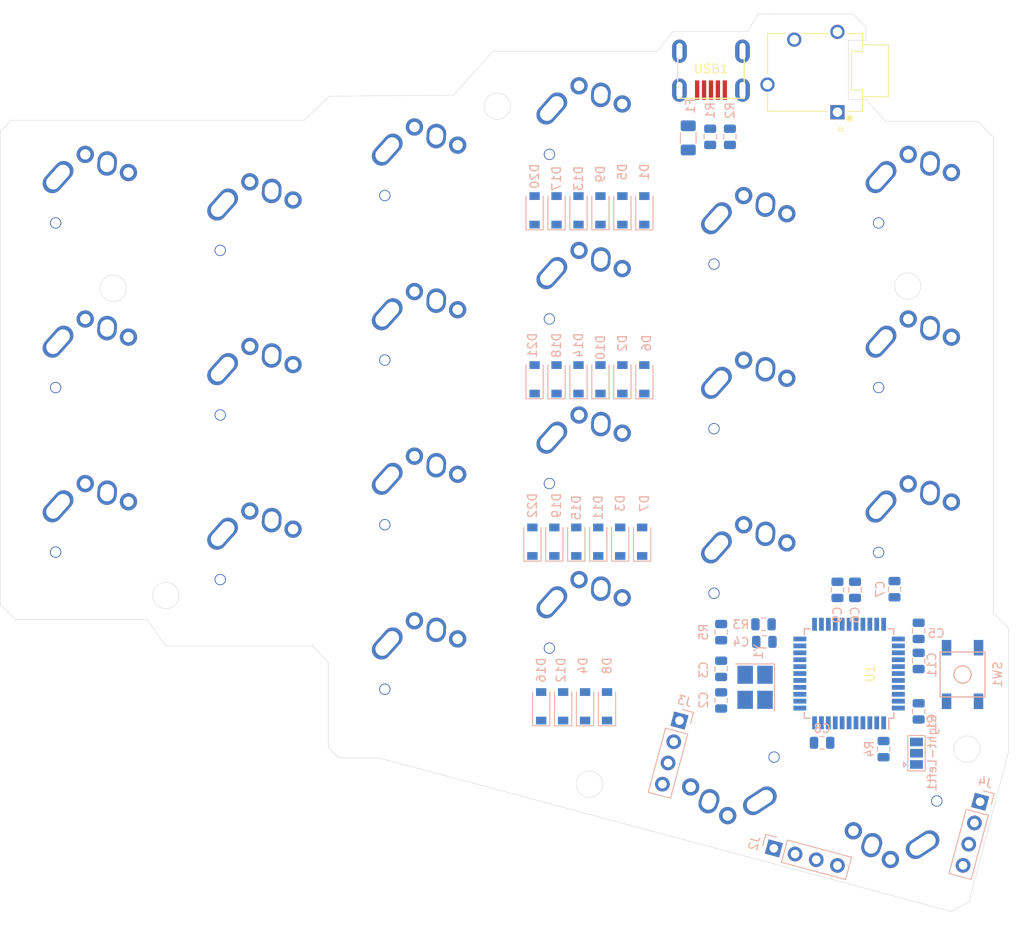
<source format=kicad_pcb>
(kicad_pcb (version 20171130) (host pcbnew "(5.1.4)-1")

  (general
    (thickness 1.6)
    (drawings 41)
    (tracks 0)
    (zones 0)
    (modules 69)
    (nets 73)
  )

  (page A4)
  (layers
    (0 F.Cu signal)
    (31 B.Cu signal)
    (32 B.Adhes user)
    (33 F.Adhes user)
    (34 B.Paste user)
    (35 F.Paste user)
    (36 B.SilkS user)
    (37 F.SilkS user)
    (38 B.Mask user)
    (39 F.Mask user)
    (40 Dwgs.User user)
    (41 Cmts.User user)
    (42 Eco1.User user)
    (43 Eco2.User user)
    (44 Edge.Cuts user)
    (45 Margin user)
    (46 B.CrtYd user)
    (47 F.CrtYd user)
    (48 B.Fab user)
    (49 F.Fab user)
  )

  (setup
    (last_trace_width 0.254)
    (trace_clearance 0.2)
    (zone_clearance 0.508)
    (zone_45_only no)
    (trace_min 0.2)
    (via_size 0.8)
    (via_drill 0.4)
    (via_min_size 0.4)
    (via_min_drill 0.3)
    (uvia_size 0.3)
    (uvia_drill 0.1)
    (uvias_allowed no)
    (uvia_min_size 0.2)
    (uvia_min_drill 0.1)
    (edge_width 0.05)
    (segment_width 0.2)
    (pcb_text_width 0.3)
    (pcb_text_size 1.5 1.5)
    (mod_edge_width 0.12)
    (mod_text_size 1 1)
    (mod_text_width 0.15)
    (pad_size 1.524 1.524)
    (pad_drill 0.762)
    (pad_to_mask_clearance 0.051)
    (solder_mask_min_width 0.25)
    (aux_axis_origin 0 0)
    (visible_elements 7FFFFFFF)
    (pcbplotparams
      (layerselection 0x010f0_ffffffff)
      (usegerberextensions true)
      (usegerberattributes false)
      (usegerberadvancedattributes false)
      (creategerberjobfile false)
      (excludeedgelayer true)
      (linewidth 0.100000)
      (plotframeref false)
      (viasonmask false)
      (mode 1)
      (useauxorigin false)
      (hpglpennumber 1)
      (hpglpenspeed 20)
      (hpglpendiameter 15.000000)
      (psnegative false)
      (psa4output false)
      (plotreference true)
      (plotvalue true)
      (plotinvisibletext false)
      (padsonsilk false)
      (subtractmaskfromsilk true)
      (outputformat 1)
      (mirror false)
      (drillshape 0)
      (scaleselection 1)
      (outputdirectory "Gerbers"))
  )

  (net 0 "")
  (net 1 GND)
  (net 2 "Net-(C2-Pad1)")
  (net 3 "Net-(C3-Pad1)")
  (net 4 "Net-(C6-Pad1)")
  (net 5 "Net-(D1-Pad2)")
  (net 6 ROW0)
  (net 7 "Net-(D2-Pad2)")
  (net 8 ROW1)
  (net 9 "Net-(D3-Pad2)")
  (net 10 ROW2)
  (net 11 ROW3)
  (net 12 "Net-(D5-Pad2)")
  (net 13 "Net-(D6-Pad2)")
  (net 14 "Net-(D7-Pad2)")
  (net 15 "Net-(D9-Pad2)")
  (net 16 "Net-(D10-Pad2)")
  (net 17 "Net-(D11-Pad2)")
  (net 18 "Net-(D12-Pad2)")
  (net 19 "Net-(D13-Pad2)")
  (net 20 "Net-(D14-Pad2)")
  (net 21 "Net-(D15-Pad2)")
  (net 22 "Net-(D16-Pad2)")
  (net 23 "Net-(D17-Pad2)")
  (net 24 "Net-(D18-Pad2)")
  (net 25 "Net-(D19-Pad2)")
  (net 26 "Net-(D20-Pad2)")
  (net 27 "Net-(D21-Pad2)")
  (net 28 "Net-(D22-Pad2)")
  (net 29 VCC)
  (net 30 COL5)
  (net 31 COL4)
  (net 32 COL3)
  (net 33 COL2)
  (net 34 COL1)
  (net 35 COL0)
  (net 36 D-)
  (net 37 "Net-(R1-Pad1)")
  (net 38 D+)
  (net 39 "Net-(R2-Pad1)")
  (net 40 "Net-(R3-Pad2)")
  (net 41 "Net-(R4-Pad2)")
  (net 42 "Net-(U1-Pad41)")
  (net 43 "Net-(U1-Pad40)")
  (net 44 "Net-(U1-Pad39)")
  (net 45 "Net-(U1-Pad38)")
  (net 46 "Net-(U1-Pad32)")
  (net 47 "Net-(U1-Pad31)")
  (net 48 "Net-(U1-Pad26)")
  (net 49 "Net-(U1-Pad25)")
  (net 50 "Net-(U1-Pad22)")
  (net 51 "Net-(U1-Pad21)")
  (net 52 "Net-(U1-Pad20)")
  (net 53 "Net-(U1-Pad19)")
  (net 54 "Net-(U1-Pad8)")
  (net 55 "Net-(USB1-Pad2)")
  (net 56 SCL)
  (net 57 "Net-(J1-Pad4)")
  (net 58 +5V)
  (net 59 TH35)
  (net 60 TH34)
  (net 61 "Net-(C11-Pad2)")
  (net 62 "Net-(Y1-Pad4)")
  (net 63 "Net-(Y1-Pad2)")
  (net 64 "Net-(J2-Pad4)")
  (net 65 "Net-(J2-Pad1)")
  (net 66 "Net-(J3-Pad4)")
  (net 67 "Net-(J3-Pad1)")
  (net 68 "Net-(R5-Pad2)")
  (net 69 "Net-(USB1-Pad6)")
  (net 70 "Net-(J4-Pad4)")
  (net 71 "Net-(J4-Pad1)")
  (net 72 "Net-(R4-Pad1)")

  (net_class Default "This is the default net class."
    (clearance 0.2)
    (trace_width 0.254)
    (via_dia 0.8)
    (via_drill 0.4)
    (uvia_dia 0.3)
    (uvia_drill 0.1)
    (add_net COL0)
    (add_net COL1)
    (add_net COL2)
    (add_net COL3)
    (add_net COL4)
    (add_net COL5)
    (add_net D+)
    (add_net D-)
    (add_net "Net-(C11-Pad2)")
    (add_net "Net-(C2-Pad1)")
    (add_net "Net-(C3-Pad1)")
    (add_net "Net-(C6-Pad1)")
    (add_net "Net-(D1-Pad2)")
    (add_net "Net-(D10-Pad2)")
    (add_net "Net-(D11-Pad2)")
    (add_net "Net-(D12-Pad2)")
    (add_net "Net-(D13-Pad2)")
    (add_net "Net-(D14-Pad2)")
    (add_net "Net-(D15-Pad2)")
    (add_net "Net-(D16-Pad2)")
    (add_net "Net-(D17-Pad2)")
    (add_net "Net-(D18-Pad2)")
    (add_net "Net-(D19-Pad2)")
    (add_net "Net-(D2-Pad2)")
    (add_net "Net-(D20-Pad2)")
    (add_net "Net-(D21-Pad2)")
    (add_net "Net-(D22-Pad2)")
    (add_net "Net-(D3-Pad2)")
    (add_net "Net-(D5-Pad2)")
    (add_net "Net-(D6-Pad2)")
    (add_net "Net-(D7-Pad2)")
    (add_net "Net-(D9-Pad2)")
    (add_net "Net-(J1-Pad4)")
    (add_net "Net-(J2-Pad1)")
    (add_net "Net-(J2-Pad4)")
    (add_net "Net-(J3-Pad1)")
    (add_net "Net-(J3-Pad4)")
    (add_net "Net-(J4-Pad1)")
    (add_net "Net-(J4-Pad4)")
    (add_net "Net-(R1-Pad1)")
    (add_net "Net-(R2-Pad1)")
    (add_net "Net-(R3-Pad2)")
    (add_net "Net-(R4-Pad1)")
    (add_net "Net-(R4-Pad2)")
    (add_net "Net-(R5-Pad2)")
    (add_net "Net-(U1-Pad19)")
    (add_net "Net-(U1-Pad20)")
    (add_net "Net-(U1-Pad21)")
    (add_net "Net-(U1-Pad22)")
    (add_net "Net-(U1-Pad25)")
    (add_net "Net-(U1-Pad26)")
    (add_net "Net-(U1-Pad31)")
    (add_net "Net-(U1-Pad32)")
    (add_net "Net-(U1-Pad38)")
    (add_net "Net-(U1-Pad39)")
    (add_net "Net-(U1-Pad40)")
    (add_net "Net-(U1-Pad41)")
    (add_net "Net-(U1-Pad8)")
    (add_net "Net-(USB1-Pad2)")
    (add_net "Net-(USB1-Pad6)")
    (add_net "Net-(Y1-Pad2)")
    (add_net "Net-(Y1-Pad4)")
    (add_net ROW0)
    (add_net ROW1)
    (add_net ROW2)
    (add_net ROW3)
    (add_net SCL)
    (add_net TH34)
    (add_net TH35)
  )

  (net_class Power ""
    (clearance 0.2)
    (trace_width 0.5)
    (via_dia 0.8)
    (via_drill 0.4)
    (uvia_dia 0.3)
    (uvia_drill 0.1)
    (add_net +5V)
    (add_net GND)
    (add_net VCC)
  )

  (module Jumper:SolderJumper-3_P1.3mm_Open_Pad1.0x1.5mm (layer B.Cu) (tedit 5A3F8BB2) (tstamp 61D8287E)
    (at 182.626 127.732 90)
    (descr "SMD Solder 3-pad Jumper, 1x1.5mm Pads, 0.3mm gap, open")
    (tags "solder jumper open")
    (path /61D817AC)
    (attr virtual)
    (fp_text reference Right-Left1 (at 0 1.8 -90) (layer B.SilkS)
      (effects (font (size 1 1) (thickness 0.15)) (justify mirror))
    )
    (fp_text value JP1 (at -0.478 -1.778 -90) (layer B.Fab)
      (effects (font (size 1 1) (thickness 0.15)) (justify mirror))
    )
    (fp_line (start -1.3 -1.2) (end -1 -1.5) (layer B.SilkS) (width 0.12))
    (fp_line (start -1.6 -1.5) (end -1 -1.5) (layer B.SilkS) (width 0.12))
    (fp_line (start -1.3 -1.2) (end -1.6 -1.5) (layer B.SilkS) (width 0.12))
    (fp_line (start -2.05 -1) (end -2.05 1) (layer B.SilkS) (width 0.12))
    (fp_line (start 2.05 -1) (end -2.05 -1) (layer B.SilkS) (width 0.12))
    (fp_line (start 2.05 1) (end 2.05 -1) (layer B.SilkS) (width 0.12))
    (fp_line (start -2.05 1) (end 2.05 1) (layer B.SilkS) (width 0.12))
    (fp_line (start -2.3 1.25) (end 2.3 1.25) (layer B.CrtYd) (width 0.05))
    (fp_line (start -2.3 1.25) (end -2.3 -1.25) (layer B.CrtYd) (width 0.05))
    (fp_line (start 2.3 -1.25) (end 2.3 1.25) (layer B.CrtYd) (width 0.05))
    (fp_line (start 2.3 -1.25) (end -2.3 -1.25) (layer B.CrtYd) (width 0.05))
    (pad 3 smd rect (at 1.3 0 90) (size 1 1.5) (layers B.Cu B.Mask)
      (net 1 GND))
    (pad 2 smd rect (at 0 0 90) (size 1 1.5) (layers B.Cu B.Mask)
      (net 72 "Net-(R4-Pad1)"))
    (pad 1 smd rect (at -1.3 0 90) (size 1 1.5) (layers B.Cu B.Mask)
      (net 29 VCC))
  )

  (module MX_Alps_Hybrid:MX-Alps-Choc-X-1U-NoLED (layer F.Cu) (tedit 5D8FF0D7) (tstamp 616C378E)
    (at 162.6235 88.138)
    (path /616E98B3)
    (fp_text reference MX6 (at 0 3.175) (layer F.Fab)
      (effects (font (size 1 1) (thickness 0.15)))
    )
    (fp_text value MX-NoLED (at 0 -7.9375) (layer Dwgs.User)
      (effects (font (size 1 1) (thickness 0.15)))
    )
    (fp_line (start 5 -7) (end 7 -7) (layer Dwgs.User) (width 0.15))
    (fp_line (start 7 -7) (end 7 -5) (layer Dwgs.User) (width 0.15))
    (fp_line (start 5 7) (end 7 7) (layer Dwgs.User) (width 0.15))
    (fp_line (start 7 7) (end 7 5) (layer Dwgs.User) (width 0.15))
    (fp_line (start -7 5) (end -7 7) (layer Dwgs.User) (width 0.15))
    (fp_line (start -7 7) (end -5 7) (layer Dwgs.User) (width 0.15))
    (fp_line (start -5 -7) (end -7 -7) (layer Dwgs.User) (width 0.15))
    (fp_line (start -7 -7) (end -7 -5) (layer Dwgs.User) (width 0.15))
    (fp_line (start -9.525 -9.525) (end 9.525 -9.525) (layer Dwgs.User) (width 0.15))
    (fp_line (start 9.525 -9.525) (end 9.525 9.525) (layer Dwgs.User) (width 0.15))
    (fp_line (start 9.525 9.525) (end -9.525 9.525) (layer Dwgs.User) (width 0.15))
    (fp_line (start -9.525 9.525) (end -9.525 -9.525) (layer Dwgs.User) (width 0.15))
    (pad 1 thru_hole circle (at -3.429 2.032) (size 1.3 1.3) (drill 1.1) (layers *.Cu *.Mask)
      (net 31 COL4))
    (pad "" np_thru_hole oval (at -2.315 0.905) (size 0.5 4.1) (drill oval 0.5 4.1) (layers *.Cu *.Mask))
    (pad "" np_thru_hole oval (at 1.89 0.90416) (size 0.5 4.1) (drill oval 0.5 4.1) (layers *.Cu *.Mask))
    (pad "" np_thru_hole oval (at 2.285 0.905) (size 0.5 4.1) (drill oval 0.5 4.1) (layers *.Cu *.Mask))
    (pad "" np_thru_hole oval (at -0.015 2.705) (size 5.1 0.5) (drill oval 5.1 0.5) (layers *.Cu *.Mask))
    (pad "" np_thru_hole oval (at -0.015 -0.895) (size 5.1 0.5) (drill oval 5.1 0.5) (layers *.Cu *.Mask))
    (pad "" np_thru_hole oval (at -1.915 0.905) (size 0.5 4.1) (drill oval 0.5 4.1) (layers *.Cu *.Mask))
    (pad "" np_thru_hole oval (at -0.015 1.805) (size 5.1 1.5) (drill oval 5.1 1.5) (layers *.Cu *.Mask))
    (pad 2 thru_hole oval (at -3.15 -3.275 48.1) (size 4.211556 2.25) (drill oval 3.3 1.6) (layers *.Cu *.Mask)
      (net 13 "Net-(D6-Pad2)"))
    (pad 1 thru_hole oval (at 2.525 -4.85 86.1) (size 2.831378 2.25) (drill oval 2 1.6) (layers *.Cu *.Mask)
      (net 31 COL4))
    (pad "" np_thru_hole oval (at 5.275 0 90) (size 1.75 2.175) (drill oval 1.75 2.175) (layers *.Cu *.Mask))
    (pad "" np_thru_hole oval (at -5.275 0 90) (size 1.75 2.175) (drill oval 1.75 2.175) (layers *.Cu *.Mask))
    (pad "" np_thru_hole circle (at 0 0) (size 3.9878 3.9878) (drill 3.9878) (layers *.Cu *.Mask))
    (pad 1 thru_hole circle (at 5 -3.799999) (size 2 2) (drill 1.2) (layers *.Cu *.Mask)
      (net 31 COL4))
    (pad 2 thru_hole circle (at 0 -5.9) (size 2 2) (drill 1.2) (layers *.Cu *.Mask)
      (net 13 "Net-(D6-Pad2)"))
  )

  (module MX_Alps_Hybrid:MX-Alps-Choc-X-1U-NoLED (layer F.Cu) (tedit 5D8FF0D7) (tstamp 616C38FE)
    (at 86.4235 102.4255)
    (path /6172A419)
    (fp_text reference MX22 (at 0 3.175) (layer F.Fab)
      (effects (font (size 1 1) (thickness 0.15)))
    )
    (fp_text value MX-NoLED (at 0 -7.9375) (layer Dwgs.User)
      (effects (font (size 1 1) (thickness 0.15)))
    )
    (fp_line (start 5 -7) (end 7 -7) (layer Dwgs.User) (width 0.15))
    (fp_line (start 7 -7) (end 7 -5) (layer Dwgs.User) (width 0.15))
    (fp_line (start 5 7) (end 7 7) (layer Dwgs.User) (width 0.15))
    (fp_line (start 7 7) (end 7 5) (layer Dwgs.User) (width 0.15))
    (fp_line (start -7 5) (end -7 7) (layer Dwgs.User) (width 0.15))
    (fp_line (start -7 7) (end -5 7) (layer Dwgs.User) (width 0.15))
    (fp_line (start -5 -7) (end -7 -7) (layer Dwgs.User) (width 0.15))
    (fp_line (start -7 -7) (end -7 -5) (layer Dwgs.User) (width 0.15))
    (fp_line (start -9.525 -9.525) (end 9.525 -9.525) (layer Dwgs.User) (width 0.15))
    (fp_line (start 9.525 -9.525) (end 9.525 9.525) (layer Dwgs.User) (width 0.15))
    (fp_line (start 9.525 9.525) (end -9.525 9.525) (layer Dwgs.User) (width 0.15))
    (fp_line (start -9.525 9.525) (end -9.525 -9.525) (layer Dwgs.User) (width 0.15))
    (pad 1 thru_hole circle (at -3.429 2.032) (size 1.3 1.3) (drill 1.1) (layers *.Cu *.Mask)
      (net 35 COL0))
    (pad "" np_thru_hole oval (at -2.315 0.905) (size 0.5 4.1) (drill oval 0.5 4.1) (layers *.Cu *.Mask))
    (pad "" np_thru_hole oval (at 1.89 0.90416) (size 0.5 4.1) (drill oval 0.5 4.1) (layers *.Cu *.Mask))
    (pad "" np_thru_hole oval (at 2.285 0.905) (size 0.5 4.1) (drill oval 0.5 4.1) (layers *.Cu *.Mask))
    (pad "" np_thru_hole oval (at -0.015 2.705) (size 5.1 0.5) (drill oval 5.1 0.5) (layers *.Cu *.Mask))
    (pad "" np_thru_hole oval (at -0.015 -0.895) (size 5.1 0.5) (drill oval 5.1 0.5) (layers *.Cu *.Mask))
    (pad "" np_thru_hole oval (at -1.915 0.905) (size 0.5 4.1) (drill oval 0.5 4.1) (layers *.Cu *.Mask))
    (pad "" np_thru_hole oval (at -0.015 1.805) (size 5.1 1.5) (drill oval 5.1 1.5) (layers *.Cu *.Mask))
    (pad 2 thru_hole oval (at -3.15 -3.275 48.1) (size 4.211556 2.25) (drill oval 3.3 1.6) (layers *.Cu *.Mask)
      (net 28 "Net-(D22-Pad2)"))
    (pad 1 thru_hole oval (at 2.525 -4.85 86.1) (size 2.831378 2.25) (drill oval 2 1.6) (layers *.Cu *.Mask)
      (net 35 COL0))
    (pad "" np_thru_hole oval (at 5.275 0 90) (size 1.75 2.175) (drill oval 1.75 2.175) (layers *.Cu *.Mask))
    (pad "" np_thru_hole oval (at -5.275 0 90) (size 1.75 2.175) (drill oval 1.75 2.175) (layers *.Cu *.Mask))
    (pad "" np_thru_hole circle (at 0 0) (size 3.9878 3.9878) (drill 3.9878) (layers *.Cu *.Mask))
    (pad 1 thru_hole circle (at 5 -3.799999) (size 2 2) (drill 1.2) (layers *.Cu *.Mask)
      (net 35 COL0))
    (pad 2 thru_hole circle (at 0 -5.9) (size 2 2) (drill 1.2) (layers *.Cu *.Mask)
      (net 28 "Net-(D22-Pad2)"))
  )

  (module MX_Alps_Hybrid:MX-Alps-Choc-X-1U-NoLED (layer F.Cu) (tedit 5D8FF0D7) (tstamp 616C38E7)
    (at 86.4235 83.3755)
    (path /6172A3FF)
    (fp_text reference MX21 (at 0 3.175) (layer F.Fab)
      (effects (font (size 1 1) (thickness 0.15)))
    )
    (fp_text value MX-NoLED (at 0 -7.9375) (layer Dwgs.User)
      (effects (font (size 1 1) (thickness 0.15)))
    )
    (fp_line (start 5 -7) (end 7 -7) (layer Dwgs.User) (width 0.15))
    (fp_line (start 7 -7) (end 7 -5) (layer Dwgs.User) (width 0.15))
    (fp_line (start 5 7) (end 7 7) (layer Dwgs.User) (width 0.15))
    (fp_line (start 7 7) (end 7 5) (layer Dwgs.User) (width 0.15))
    (fp_line (start -7 5) (end -7 7) (layer Dwgs.User) (width 0.15))
    (fp_line (start -7 7) (end -5 7) (layer Dwgs.User) (width 0.15))
    (fp_line (start -5 -7) (end -7 -7) (layer Dwgs.User) (width 0.15))
    (fp_line (start -7 -7) (end -7 -5) (layer Dwgs.User) (width 0.15))
    (fp_line (start -9.525 -9.525) (end 9.525 -9.525) (layer Dwgs.User) (width 0.15))
    (fp_line (start 9.525 -9.525) (end 9.525 9.525) (layer Dwgs.User) (width 0.15))
    (fp_line (start 9.525 9.525) (end -9.525 9.525) (layer Dwgs.User) (width 0.15))
    (fp_line (start -9.525 9.525) (end -9.525 -9.525) (layer Dwgs.User) (width 0.15))
    (pad 1 thru_hole circle (at -3.429 2.032) (size 1.3 1.3) (drill 1.1) (layers *.Cu *.Mask)
      (net 35 COL0))
    (pad "" np_thru_hole oval (at -2.315 0.905) (size 0.5 4.1) (drill oval 0.5 4.1) (layers *.Cu *.Mask))
    (pad "" np_thru_hole oval (at 1.89 0.90416) (size 0.5 4.1) (drill oval 0.5 4.1) (layers *.Cu *.Mask))
    (pad "" np_thru_hole oval (at 2.285 0.905) (size 0.5 4.1) (drill oval 0.5 4.1) (layers *.Cu *.Mask))
    (pad "" np_thru_hole oval (at -0.015 2.705) (size 5.1 0.5) (drill oval 5.1 0.5) (layers *.Cu *.Mask))
    (pad "" np_thru_hole oval (at -0.015 -0.895) (size 5.1 0.5) (drill oval 5.1 0.5) (layers *.Cu *.Mask))
    (pad "" np_thru_hole oval (at -1.915 0.905) (size 0.5 4.1) (drill oval 0.5 4.1) (layers *.Cu *.Mask))
    (pad "" np_thru_hole oval (at -0.015 1.805) (size 5.1 1.5) (drill oval 5.1 1.5) (layers *.Cu *.Mask))
    (pad 2 thru_hole oval (at -3.15 -3.275 48.1) (size 4.211556 2.25) (drill oval 3.3 1.6) (layers *.Cu *.Mask)
      (net 27 "Net-(D21-Pad2)"))
    (pad 1 thru_hole oval (at 2.525 -4.85 86.1) (size 2.831378 2.25) (drill oval 2 1.6) (layers *.Cu *.Mask)
      (net 35 COL0))
    (pad "" np_thru_hole oval (at 5.275 0 90) (size 1.75 2.175) (drill oval 1.75 2.175) (layers *.Cu *.Mask))
    (pad "" np_thru_hole oval (at -5.275 0 90) (size 1.75 2.175) (drill oval 1.75 2.175) (layers *.Cu *.Mask))
    (pad "" np_thru_hole circle (at 0 0) (size 3.9878 3.9878) (drill 3.9878) (layers *.Cu *.Mask))
    (pad 1 thru_hole circle (at 5 -3.799999) (size 2 2) (drill 1.2) (layers *.Cu *.Mask)
      (net 35 COL0))
    (pad 2 thru_hole circle (at 0 -5.9) (size 2 2) (drill 1.2) (layers *.Cu *.Mask)
      (net 27 "Net-(D21-Pad2)"))
  )

  (module MX_Alps_Hybrid:MX-Alps-Choc-X-1U-NoLED (layer F.Cu) (tedit 5D8FF0D7) (tstamp 61D8A170)
    (at 162.306 129.255378 165)
    (path /6171306D)
    (fp_text reference MX8 (at 0 3.174999 165) (layer F.Fab)
      (effects (font (size 1 1) (thickness 0.15)))
    )
    (fp_text value MX-NoLED (at 0 -7.9375 165) (layer Dwgs.User)
      (effects (font (size 1 1) (thickness 0.15)))
    )
    (fp_line (start -9.525 9.525) (end -9.525 -9.525) (layer Dwgs.User) (width 0.15))
    (fp_line (start 9.525 9.525) (end -9.525 9.525) (layer Dwgs.User) (width 0.15))
    (fp_line (start 9.525 -9.525) (end 9.525 9.525) (layer Dwgs.User) (width 0.15))
    (fp_line (start -9.525 -9.525) (end 9.525 -9.525) (layer Dwgs.User) (width 0.15))
    (fp_line (start -7 -7) (end -7 -5) (layer Dwgs.User) (width 0.15))
    (fp_line (start -5 -7) (end -7 -7) (layer Dwgs.User) (width 0.15))
    (fp_line (start -7 7) (end -5 7) (layer Dwgs.User) (width 0.15))
    (fp_line (start -7 5) (end -7 7) (layer Dwgs.User) (width 0.15))
    (fp_line (start 7 7) (end 7 5) (layer Dwgs.User) (width 0.15))
    (fp_line (start 5 7) (end 7 7) (layer Dwgs.User) (width 0.15))
    (fp_line (start 7 -7) (end 7 -5) (layer Dwgs.User) (width 0.15))
    (fp_line (start 5 -7) (end 7 -7) (layer Dwgs.User) (width 0.15))
    (pad 2 thru_hole circle (at 0 -5.9 165) (size 2 2) (drill 1.2) (layers *.Cu *.Mask)
      (net 31 COL4))
    (pad 1 thru_hole circle (at 5 -3.799999 165) (size 2 2) (drill 1.2) (layers *.Cu *.Mask)
      (net 60 TH34))
    (pad "" np_thru_hole circle (at 0 0 165) (size 3.9878 3.9878) (drill 3.9878) (layers *.Cu *.Mask))
    (pad "" np_thru_hole oval (at -5.275 0 255) (size 1.75 2.175) (drill oval 1.75 2.175) (layers *.Cu *.Mask))
    (pad "" np_thru_hole oval (at 5.275 0 255) (size 1.75 2.175) (drill oval 1.75 2.175) (layers *.Cu *.Mask))
    (pad 1 thru_hole oval (at 2.525 -4.85 251.1) (size 2.831378 2.25) (drill oval 2 1.6) (layers *.Cu *.Mask)
      (net 60 TH34))
    (pad 2 thru_hole oval (at -3.15 -3.275 213.1) (size 4.211556 2.25) (drill oval 3.3 1.6) (layers *.Cu *.Mask)
      (net 31 COL4))
    (pad "" np_thru_hole oval (at -0.015 1.805 165) (size 5.1 1.5) (drill oval 5.1 1.5) (layers *.Cu *.Mask))
    (pad "" np_thru_hole oval (at -1.915 0.905 165) (size 0.5 4.1) (drill oval 0.5 4.1) (layers *.Cu *.Mask))
    (pad "" np_thru_hole oval (at -0.015 -0.895 165) (size 5.1 0.5) (drill oval 5.1 0.5) (layers *.Cu *.Mask))
    (pad "" np_thru_hole oval (at -0.015 2.705 165) (size 5.1 0.5) (drill oval 5.1 0.5) (layers *.Cu *.Mask))
    (pad "" np_thru_hole oval (at 2.285 0.905 165) (size 0.5 4.1) (drill oval 0.5 4.1) (layers *.Cu *.Mask))
    (pad "" np_thru_hole oval (at 1.89 0.90416 165) (size 0.5 4.1) (drill oval 0.5 4.1) (layers *.Cu *.Mask))
    (pad "" np_thru_hole oval (at -2.315 0.905 165) (size 0.5 4.1) (drill oval 0.5 4.1) (layers *.Cu *.Mask))
    (pad 1 thru_hole circle (at -3.429 2.032 165) (size 1.3 1.3) (drill 1.1) (layers *.Cu *.Mask)
      (net 60 TH34))
  )

  (module Connector_PinHeader_2.54mm:PinHeader_1x04_P2.54mm_Vertical (layer B.Cu) (tedit 59FED5CC) (tstamp 61D80C5F)
    (at 189.992 133.35 165)
    (descr "Through hole straight pin header, 1x04, 2.54mm pitch, single row")
    (tags "Through hole pin header THT 1x04 2.54mm single row")
    (path /61D88A1F)
    (fp_text reference J4 (at 0 2.33 345) (layer B.SilkS)
      (effects (font (size 1 1) (thickness 0.15)) (justify mirror))
    )
    (fp_text value Conn_01x04_Female (at 0 -9.95 345) (layer B.Fab)
      (effects (font (size 1 1) (thickness 0.15)) (justify mirror))
    )
    (fp_line (start -0.635 1.27) (end 1.27 1.27) (layer B.Fab) (width 0.1))
    (fp_line (start 1.27 1.27) (end 1.27 -8.89) (layer B.Fab) (width 0.1))
    (fp_line (start 1.27 -8.89) (end -1.27 -8.89) (layer B.Fab) (width 0.1))
    (fp_line (start -1.27 -8.89) (end -1.27 0.635) (layer B.Fab) (width 0.1))
    (fp_line (start -1.27 0.635) (end -0.635 1.27) (layer B.Fab) (width 0.1))
    (fp_line (start -1.33 -8.95) (end 1.33 -8.95) (layer B.SilkS) (width 0.12))
    (fp_line (start -1.33 -1.27) (end -1.33 -8.95) (layer B.SilkS) (width 0.12))
    (fp_line (start 1.33 -1.27) (end 1.33 -8.95) (layer B.SilkS) (width 0.12))
    (fp_line (start -1.33 -1.27) (end 1.33 -1.27) (layer B.SilkS) (width 0.12))
    (fp_line (start -1.33 0) (end -1.33 1.33) (layer B.SilkS) (width 0.12))
    (fp_line (start -1.33 1.33) (end 0 1.33) (layer B.SilkS) (width 0.12))
    (fp_line (start -1.8 1.8) (end -1.8 -9.4) (layer B.CrtYd) (width 0.05))
    (fp_line (start -1.8 -9.4) (end 1.8 -9.4) (layer B.CrtYd) (width 0.05))
    (fp_line (start 1.8 -9.4) (end 1.8 1.8) (layer B.CrtYd) (width 0.05))
    (fp_line (start 1.8 1.8) (end -1.8 1.8) (layer B.CrtYd) (width 0.05))
    (fp_text user %R (at 0.000001 -3.81 255) (layer B.Fab)
      (effects (font (size 1 1) (thickness 0.15)) (justify mirror))
    )
    (pad 1 thru_hole rect (at 0 0 165) (size 1.7 1.7) (drill 1) (layers *.Cu *.Mask)
      (net 71 "Net-(J4-Pad1)"))
    (pad 2 thru_hole oval (at 0 -2.54 165) (size 1.7 1.7) (drill 1) (layers *.Cu *.Mask)
      (net 59 TH35))
    (pad 3 thru_hole oval (at 0 -5.08 165) (size 1.7 1.7) (drill 1) (layers *.Cu *.Mask)
      (net 60 TH34))
    (pad 4 thru_hole oval (at 0 -7.62 165) (size 1.7 1.7) (drill 1) (layers *.Cu *.Mask)
      (net 70 "Net-(J4-Pad4)"))
    (model ${KISYS3DMOD}/Connector_PinHeader_2.54mm.3dshapes/PinHeader_1x04_P2.54mm_Vertical.wrl
      (at (xyz 0 0 0))
      (scale (xyz 1 1 1))
      (rotate (xyz 0 0 0))
    )
  )

  (module Resistor_SMD:R_0805_2012Metric (layer B.Cu) (tedit 5B36C52B) (tstamp 61D828B0)
    (at 160.02 113.7135 270)
    (descr "Resistor SMD 0805 (2012 Metric), square (rectangular) end terminal, IPC_7351 nominal, (Body size source: https://docs.google.com/spreadsheets/d/1BsfQQcO9C6DZCsRaXUlFlo91Tg2WpOkGARC1WS5S8t0/edit?usp=sharing), generated with kicad-footprint-generator")
    (tags resistor)
    (path /61DB2FD5)
    (attr smd)
    (fp_text reference R5 (at 0 2.032 90) (layer B.SilkS)
      (effects (font (size 1 1) (thickness 0.15)) (justify mirror))
    )
    (fp_text value 10k (at -0.3325 3.556 90) (layer B.Fab)
      (effects (font (size 1 1) (thickness 0.15)) (justify mirror))
    )
    (fp_line (start -1 -0.6) (end -1 0.6) (layer B.Fab) (width 0.1))
    (fp_line (start -1 0.6) (end 1 0.6) (layer B.Fab) (width 0.1))
    (fp_line (start 1 0.6) (end 1 -0.6) (layer B.Fab) (width 0.1))
    (fp_line (start 1 -0.6) (end -1 -0.6) (layer B.Fab) (width 0.1))
    (fp_line (start -0.258578 0.71) (end 0.258578 0.71) (layer B.SilkS) (width 0.12))
    (fp_line (start -0.258578 -0.71) (end 0.258578 -0.71) (layer B.SilkS) (width 0.12))
    (fp_line (start -1.68 -0.95) (end -1.68 0.95) (layer B.CrtYd) (width 0.05))
    (fp_line (start -1.68 0.95) (end 1.68 0.95) (layer B.CrtYd) (width 0.05))
    (fp_line (start 1.68 0.95) (end 1.68 -0.95) (layer B.CrtYd) (width 0.05))
    (fp_line (start 1.68 -0.95) (end -1.68 -0.95) (layer B.CrtYd) (width 0.05))
    (fp_text user %R (at 0 0 90) (layer B.Fab)
      (effects (font (size 0.5 0.5) (thickness 0.08)) (justify mirror))
    )
    (pad 1 smd roundrect (at -0.9375 0 270) (size 0.975 1.4) (layers B.Cu B.Paste B.Mask) (roundrect_rratio 0.25)
      (net 1 GND))
    (pad 2 smd roundrect (at 0.9375 0 270) (size 0.975 1.4) (layers B.Cu B.Paste B.Mask) (roundrect_rratio 0.25)
      (net 68 "Net-(R5-Pad2)"))
    (model ${KISYS3DMOD}/Resistor_SMD.3dshapes/R_0805_2012Metric.wrl
      (at (xyz 0 0 0))
      (scale (xyz 1 1 1))
      (rotate (xyz 0 0 0))
    )
  )

  (module Capacitor_SMD:C_0805_2012Metric (layer B.Cu) (tedit 5B36C52B) (tstamp 61D827ED)
    (at 182.88 117.0475 270)
    (descr "Capacitor SMD 0805 (2012 Metric), square (rectangular) end terminal, IPC_7351 nominal, (Body size source: https://docs.google.com/spreadsheets/d/1BsfQQcO9C6DZCsRaXUlFlo91Tg2WpOkGARC1WS5S8t0/edit?usp=sharing), generated with kicad-footprint-generator")
    (tags capacitor)
    (path /61D7857B)
    (attr smd)
    (fp_text reference C11 (at 0.4615 -1.524 90) (layer B.SilkS)
      (effects (font (size 1 1) (thickness 0.15)) (justify mirror))
    )
    (fp_text value 0.1uF (at -2.5865 -0.762 180) (layer B.Fab)
      (effects (font (size 1 1) (thickness 0.15)) (justify mirror))
    )
    (fp_line (start -1 -0.6) (end -1 0.6) (layer B.Fab) (width 0.1))
    (fp_line (start -1 0.6) (end 1 0.6) (layer B.Fab) (width 0.1))
    (fp_line (start 1 0.6) (end 1 -0.6) (layer B.Fab) (width 0.1))
    (fp_line (start 1 -0.6) (end -1 -0.6) (layer B.Fab) (width 0.1))
    (fp_line (start -0.258578 0.71) (end 0.258578 0.71) (layer B.SilkS) (width 0.12))
    (fp_line (start -0.258578 -0.71) (end 0.258578 -0.71) (layer B.SilkS) (width 0.12))
    (fp_line (start -1.68 -0.95) (end -1.68 0.95) (layer B.CrtYd) (width 0.05))
    (fp_line (start -1.68 0.95) (end 1.68 0.95) (layer B.CrtYd) (width 0.05))
    (fp_line (start 1.68 0.95) (end 1.68 -0.95) (layer B.CrtYd) (width 0.05))
    (fp_line (start 1.68 -0.95) (end -1.68 -0.95) (layer B.CrtYd) (width 0.05))
    (fp_text user %R (at 0 0 90) (layer B.Fab)
      (effects (font (size 0.5 0.5) (thickness 0.08)) (justify mirror))
    )
    (pad 1 smd roundrect (at -0.9375 0 270) (size 0.975 1.4) (layers B.Cu B.Paste B.Mask) (roundrect_rratio 0.25)
      (net 1 GND))
    (pad 2 smd roundrect (at 0.9375 0 270) (size 0.975 1.4) (layers B.Cu B.Paste B.Mask) (roundrect_rratio 0.25)
      (net 61 "Net-(C11-Pad2)"))
    (model ${KISYS3DMOD}/Capacitor_SMD.3dshapes/C_0805_2012Metric.wrl
      (at (xyz 0 0 0))
      (scale (xyz 1 1 1))
      (rotate (xyz 0 0 0))
    )
  )

  (module Capacitor_SMD:C_0805_2012Metric (layer B.Cu) (tedit 5B36C52B) (tstamp 61D827BD)
    (at 173.482 108.8225 270)
    (descr "Capacitor SMD 0805 (2012 Metric), square (rectangular) end terminal, IPC_7351 nominal, (Body size source: https://docs.google.com/spreadsheets/d/1BsfQQcO9C6DZCsRaXUlFlo91Tg2WpOkGARC1WS5S8t0/edit?usp=sharing), generated with kicad-footprint-generator")
    (tags capacitor)
    (path /61D27F3E)
    (attr smd)
    (fp_text reference C9 (at 2.9045 0 90) (layer B.SilkS)
      (effects (font (size 1 1) (thickness 0.15)) (justify mirror))
    )
    (fp_text value 1uF (at 2.6505 1.778 90) (layer B.Fab)
      (effects (font (size 1 1) (thickness 0.15)) (justify mirror))
    )
    (fp_line (start -1 -0.6) (end -1 0.6) (layer B.Fab) (width 0.1))
    (fp_line (start -1 0.6) (end 1 0.6) (layer B.Fab) (width 0.1))
    (fp_line (start 1 0.6) (end 1 -0.6) (layer B.Fab) (width 0.1))
    (fp_line (start 1 -0.6) (end -1 -0.6) (layer B.Fab) (width 0.1))
    (fp_line (start -0.258578 0.71) (end 0.258578 0.71) (layer B.SilkS) (width 0.12))
    (fp_line (start -0.258578 -0.71) (end 0.258578 -0.71) (layer B.SilkS) (width 0.12))
    (fp_line (start -1.68 -0.95) (end -1.68 0.95) (layer B.CrtYd) (width 0.05))
    (fp_line (start -1.68 0.95) (end 1.68 0.95) (layer B.CrtYd) (width 0.05))
    (fp_line (start 1.68 0.95) (end 1.68 -0.95) (layer B.CrtYd) (width 0.05))
    (fp_line (start 1.68 -0.95) (end -1.68 -0.95) (layer B.CrtYd) (width 0.05))
    (fp_text user %R (at 0 0 90) (layer B.Fab)
      (effects (font (size 0.5 0.5) (thickness 0.08)) (justify mirror))
    )
    (pad 1 smd roundrect (at -0.9375 0 270) (size 0.975 1.4) (layers B.Cu B.Paste B.Mask) (roundrect_rratio 0.25)
      (net 58 +5V))
    (pad 2 smd roundrect (at 0.9375 0 270) (size 0.975 1.4) (layers B.Cu B.Paste B.Mask) (roundrect_rratio 0.25)
      (net 1 GND))
    (model ${KISYS3DMOD}/Capacitor_SMD.3dshapes/C_0805_2012Metric.wrl
      (at (xyz 0 0 0))
      (scale (xyz 1 1 1))
      (rotate (xyz 0 0 0))
    )
  )

  (module Package_QFP:TQFP-44_10x10mm_P0.8mm (layer B.Cu) (tedit 5A02F146) (tstamp 61D82912)
    (at 174.828 118.508 90)
    (descr "44-Lead Plastic Thin Quad Flatpack (PT) - 10x10x1.0 mm Body [TQFP] (see Microchip Packaging Specification 00000049BS.pdf)")
    (tags "QFP 0.8")
    (path /616A381E)
    (attr smd)
    (fp_text reference U1 (at 0 2.464 90) (layer F.SilkS)
      (effects (font (size 1 1) (thickness 0.15)))
    )
    (fp_text value ATmega32U4-AU (at 0 -7.45 90) (layer B.Fab)
      (effects (font (size 1 1) (thickness 0.15)) (justify mirror))
    )
    (fp_text user %R (at 0 0 90) (layer B.Fab)
      (effects (font (size 1 1) (thickness 0.15)) (justify mirror))
    )
    (fp_line (start -4 5) (end 5 5) (layer B.Fab) (width 0.15))
    (fp_line (start 5 5) (end 5 -5) (layer B.Fab) (width 0.15))
    (fp_line (start 5 -5) (end -5 -5) (layer B.Fab) (width 0.15))
    (fp_line (start -5 -5) (end -5 4) (layer B.Fab) (width 0.15))
    (fp_line (start -5 4) (end -4 5) (layer B.Fab) (width 0.15))
    (fp_line (start -6.7 6.7) (end -6.7 -6.7) (layer B.CrtYd) (width 0.05))
    (fp_line (start 6.7 6.7) (end 6.7 -6.7) (layer B.CrtYd) (width 0.05))
    (fp_line (start -6.7 6.7) (end 6.7 6.7) (layer B.CrtYd) (width 0.05))
    (fp_line (start -6.7 -6.7) (end 6.7 -6.7) (layer B.CrtYd) (width 0.05))
    (fp_line (start -5.175 5.175) (end -5.175 4.6) (layer B.SilkS) (width 0.15))
    (fp_line (start 5.175 5.175) (end 5.175 4.5) (layer B.SilkS) (width 0.15))
    (fp_line (start 5.175 -5.175) (end 5.175 -4.5) (layer B.SilkS) (width 0.15))
    (fp_line (start -5.175 -5.175) (end -5.175 -4.5) (layer B.SilkS) (width 0.15))
    (fp_line (start -5.175 5.175) (end -4.5 5.175) (layer B.SilkS) (width 0.15))
    (fp_line (start -5.175 -5.175) (end -4.5 -5.175) (layer B.SilkS) (width 0.15))
    (fp_line (start 5.175 -5.175) (end 4.5 -5.175) (layer B.SilkS) (width 0.15))
    (fp_line (start 5.175 5.175) (end 4.5 5.175) (layer B.SilkS) (width 0.15))
    (fp_line (start -5.175 4.6) (end -6.45 4.6) (layer B.SilkS) (width 0.15))
    (pad 1 smd rect (at -5.7 4 90) (size 1.5 0.55) (layers B.Cu B.Paste B.Mask)
      (net 8 ROW1))
    (pad 2 smd rect (at -5.7 3.2 90) (size 1.5 0.55) (layers B.Cu B.Paste B.Mask)
      (net 58 +5V))
    (pad 3 smd rect (at -5.7 2.4 90) (size 1.5 0.55) (layers B.Cu B.Paste B.Mask)
      (net 37 "Net-(R1-Pad1)"))
    (pad 4 smd rect (at -5.7 1.6 90) (size 1.5 0.55) (layers B.Cu B.Paste B.Mask)
      (net 39 "Net-(R2-Pad1)"))
    (pad 5 smd rect (at -5.7 0.8 90) (size 1.5 0.55) (layers B.Cu B.Paste B.Mask)
      (net 1 GND))
    (pad 6 smd rect (at -5.7 0 90) (size 1.5 0.55) (layers B.Cu B.Paste B.Mask)
      (net 4 "Net-(C6-Pad1)"))
    (pad 7 smd rect (at -5.7 -0.8 90) (size 1.5 0.55) (layers B.Cu B.Paste B.Mask)
      (net 58 +5V))
    (pad 8 smd rect (at -5.7 -1.6 90) (size 1.5 0.55) (layers B.Cu B.Paste B.Mask)
      (net 54 "Net-(U1-Pad8)"))
    (pad 9 smd rect (at -5.7 -2.4 90) (size 1.5 0.55) (layers B.Cu B.Paste B.Mask)
      (net 33 COL2))
    (pad 10 smd rect (at -5.7 -3.2 90) (size 1.5 0.55) (layers B.Cu B.Paste B.Mask)
      (net 31 COL4))
    (pad 11 smd rect (at -5.7 -4 90) (size 1.5 0.55) (layers B.Cu B.Paste B.Mask)
      (net 32 COL3))
    (pad 12 smd rect (at -4 -5.7) (size 1.5 0.55) (layers B.Cu B.Paste B.Mask)
      (net 68 "Net-(R5-Pad2)"))
    (pad 13 smd rect (at -3.2 -5.7) (size 1.5 0.55) (layers B.Cu B.Paste B.Mask)
      (net 40 "Net-(R3-Pad2)"))
    (pad 14 smd rect (at -2.4 -5.7) (size 1.5 0.55) (layers B.Cu B.Paste B.Mask)
      (net 29 VCC))
    (pad 15 smd rect (at -1.6 -5.7) (size 1.5 0.55) (layers B.Cu B.Paste B.Mask)
      (net 1 GND))
    (pad 16 smd rect (at -0.8 -5.7) (size 1.5 0.55) (layers B.Cu B.Paste B.Mask)
      (net 3 "Net-(C3-Pad1)"))
    (pad 17 smd rect (at 0 -5.7) (size 1.5 0.55) (layers B.Cu B.Paste B.Mask)
      (net 2 "Net-(C2-Pad1)"))
    (pad 18 smd rect (at 0.8 -5.7) (size 1.5 0.55) (layers B.Cu B.Paste B.Mask)
      (net 56 SCL))
    (pad 19 smd rect (at 1.6 -5.7) (size 1.5 0.55) (layers B.Cu B.Paste B.Mask)
      (net 53 "Net-(U1-Pad19)"))
    (pad 20 smd rect (at 2.4 -5.7) (size 1.5 0.55) (layers B.Cu B.Paste B.Mask)
      (net 52 "Net-(U1-Pad20)"))
    (pad 21 smd rect (at 3.2 -5.7) (size 1.5 0.55) (layers B.Cu B.Paste B.Mask)
      (net 51 "Net-(U1-Pad21)"))
    (pad 22 smd rect (at 4 -5.7) (size 1.5 0.55) (layers B.Cu B.Paste B.Mask)
      (net 50 "Net-(U1-Pad22)"))
    (pad 23 smd rect (at 5.7 -4 90) (size 1.5 0.55) (layers B.Cu B.Paste B.Mask)
      (net 1 GND))
    (pad 24 smd rect (at 5.7 -3.2 90) (size 1.5 0.55) (layers B.Cu B.Paste B.Mask)
      (net 29 VCC))
    (pad 25 smd rect (at 5.7 -2.4 90) (size 1.5 0.55) (layers B.Cu B.Paste B.Mask)
      (net 49 "Net-(U1-Pad25)"))
    (pad 26 smd rect (at 5.7 -1.6 90) (size 1.5 0.55) (layers B.Cu B.Paste B.Mask)
      (net 48 "Net-(U1-Pad26)"))
    (pad 27 smd rect (at 5.7 -0.8 90) (size 1.5 0.55) (layers B.Cu B.Paste B.Mask)
      (net 6 ROW0))
    (pad 28 smd rect (at 5.7 0 90) (size 1.5 0.55) (layers B.Cu B.Paste B.Mask)
      (net 10 ROW2))
    (pad 29 smd rect (at 5.7 0.8 90) (size 1.5 0.55) (layers B.Cu B.Paste B.Mask)
      (net 11 ROW3))
    (pad 30 smd rect (at 5.7 1.6 90) (size 1.5 0.55) (layers B.Cu B.Paste B.Mask)
      (net 30 COL5))
    (pad 31 smd rect (at 5.7 2.4 90) (size 1.5 0.55) (layers B.Cu B.Paste B.Mask)
      (net 47 "Net-(U1-Pad31)"))
    (pad 32 smd rect (at 5.7 3.2 90) (size 1.5 0.55) (layers B.Cu B.Paste B.Mask)
      (net 46 "Net-(U1-Pad32)"))
    (pad 33 smd rect (at 5.7 4 90) (size 1.5 0.55) (layers B.Cu B.Paste B.Mask)
      (net 41 "Net-(R4-Pad2)"))
    (pad 34 smd rect (at 4 5.7) (size 1.5 0.55) (layers B.Cu B.Paste B.Mask)
      (net 29 VCC))
    (pad 35 smd rect (at 3.2 5.7) (size 1.5 0.55) (layers B.Cu B.Paste B.Mask)
      (net 1 GND))
    (pad 36 smd rect (at 2.4 5.7) (size 1.5 0.55) (layers B.Cu B.Paste B.Mask)
      (net 34 COL1))
    (pad 37 smd rect (at 1.6 5.7) (size 1.5 0.55) (layers B.Cu B.Paste B.Mask)
      (net 35 COL0))
    (pad 38 smd rect (at 0.8 5.7) (size 1.5 0.55) (layers B.Cu B.Paste B.Mask)
      (net 45 "Net-(U1-Pad38)"))
    (pad 39 smd rect (at 0 5.7) (size 1.5 0.55) (layers B.Cu B.Paste B.Mask)
      (net 44 "Net-(U1-Pad39)"))
    (pad 40 smd rect (at -0.8 5.7) (size 1.5 0.55) (layers B.Cu B.Paste B.Mask)
      (net 43 "Net-(U1-Pad40)"))
    (pad 41 smd rect (at -1.6 5.7) (size 1.5 0.55) (layers B.Cu B.Paste B.Mask)
      (net 42 "Net-(U1-Pad41)"))
    (pad 42 smd rect (at -2.4 5.7) (size 1.5 0.55) (layers B.Cu B.Paste B.Mask)
      (net 61 "Net-(C11-Pad2)"))
    (pad 43 smd rect (at -3.2 5.7) (size 1.5 0.55) (layers B.Cu B.Paste B.Mask)
      (net 1 GND))
    (pad 44 smd rect (at -4 5.7) (size 1.5 0.55) (layers B.Cu B.Paste B.Mask)
      (net 29 VCC))
    (model ${KISYS3DMOD}/Package_QFP.3dshapes/TQFP-44_10x10mm_P0.8mm.wrl
      (at (xyz 0 0 0))
      (scale (xyz 1 1 1))
      (rotate (xyz 0 0 0))
    )
  )

  (module Capacitor_SMD:C_0805_2012Metric (layer B.Cu) (tedit 5B36C52B) (tstamp 61D8284D)
    (at 171.704 126.524 180)
    (descr "Capacitor SMD 0805 (2012 Metric), square (rectangular) end terminal, IPC_7351 nominal, (Body size source: https://docs.google.com/spreadsheets/d/1BsfQQcO9C6DZCsRaXUlFlo91Tg2WpOkGARC1WS5S8t0/edit?usp=sharing), generated with kicad-footprint-generator")
    (tags capacitor)
    (path /6197A27B)
    (attr smd)
    (fp_text reference C8 (at 0 1.65) (layer B.SilkS)
      (effects (font (size 1 1) (thickness 0.15)) (justify mirror))
    )
    (fp_text value 0.1uF (at -3.556 1.746) (layer B.Fab)
      (effects (font (size 1 1) (thickness 0.15)) (justify mirror))
    )
    (fp_line (start -1 -0.6) (end -1 0.6) (layer B.Fab) (width 0.1))
    (fp_line (start -1 0.6) (end 1 0.6) (layer B.Fab) (width 0.1))
    (fp_line (start 1 0.6) (end 1 -0.6) (layer B.Fab) (width 0.1))
    (fp_line (start 1 -0.6) (end -1 -0.6) (layer B.Fab) (width 0.1))
    (fp_line (start -0.258578 0.71) (end 0.258578 0.71) (layer B.SilkS) (width 0.12))
    (fp_line (start -0.258578 -0.71) (end 0.258578 -0.71) (layer B.SilkS) (width 0.12))
    (fp_line (start -1.68 -0.95) (end -1.68 0.95) (layer B.CrtYd) (width 0.05))
    (fp_line (start -1.68 0.95) (end 1.68 0.95) (layer B.CrtYd) (width 0.05))
    (fp_line (start 1.68 0.95) (end 1.68 -0.95) (layer B.CrtYd) (width 0.05))
    (fp_line (start 1.68 -0.95) (end -1.68 -0.95) (layer B.CrtYd) (width 0.05))
    (fp_text user %R (at 0 0) (layer B.Fab)
      (effects (font (size 0.5 0.5) (thickness 0.08)) (justify mirror))
    )
    (pad 1 smd roundrect (at -0.9375 0 180) (size 0.975 1.4) (layers B.Cu B.Paste B.Mask) (roundrect_rratio 0.25)
      (net 29 VCC))
    (pad 2 smd roundrect (at 0.9375 0 180) (size 0.975 1.4) (layers B.Cu B.Paste B.Mask) (roundrect_rratio 0.25)
      (net 1 GND))
    (model ${KISYS3DMOD}/Capacitor_SMD.3dshapes/C_0805_2012Metric.wrl
      (at (xyz 0 0 0))
      (scale (xyz 1 1 1))
      (rotate (xyz 0 0 0))
    )
  )

  (module Connector_PinHeader_2.54mm:PinHeader_1x04_P2.54mm_Vertical (layer B.Cu) (tedit 59FED5CC) (tstamp 618FEDF1)
    (at 155.194 123.952 165)
    (descr "Through hole straight pin header, 1x04, 2.54mm pitch, single row")
    (tags "Through hole pin header THT 1x04 2.54mm single row")
    (path /6193AE0A)
    (fp_text reference J3 (at 0 2.33 345) (layer B.SilkS)
      (effects (font (size 1 1) (thickness 0.15)) (justify mirror))
    )
    (fp_text value Conn_01x04_Female (at 0 -9.95 345) (layer B.Fab)
      (effects (font (size 1 1) (thickness 0.15)) (justify mirror))
    )
    (fp_line (start -0.635 1.27) (end 1.27 1.27) (layer B.Fab) (width 0.1))
    (fp_line (start 1.27 1.27) (end 1.27 -8.89) (layer B.Fab) (width 0.1))
    (fp_line (start 1.27 -8.89) (end -1.27 -8.89) (layer B.Fab) (width 0.1))
    (fp_line (start -1.27 -8.89) (end -1.27 0.635) (layer B.Fab) (width 0.1))
    (fp_line (start -1.27 0.635) (end -0.635 1.27) (layer B.Fab) (width 0.1))
    (fp_line (start -1.33 -8.95) (end 1.33 -8.95) (layer B.SilkS) (width 0.12))
    (fp_line (start -1.33 -1.27) (end -1.33 -8.95) (layer B.SilkS) (width 0.12))
    (fp_line (start 1.33 -1.27) (end 1.33 -8.95) (layer B.SilkS) (width 0.12))
    (fp_line (start -1.33 -1.27) (end 1.33 -1.27) (layer B.SilkS) (width 0.12))
    (fp_line (start -1.33 0) (end -1.33 1.33) (layer B.SilkS) (width 0.12))
    (fp_line (start -1.33 1.33) (end 0 1.33) (layer B.SilkS) (width 0.12))
    (fp_line (start -1.8 1.8) (end -1.8 -9.4) (layer B.CrtYd) (width 0.05))
    (fp_line (start -1.8 -9.4) (end 1.8 -9.4) (layer B.CrtYd) (width 0.05))
    (fp_line (start 1.8 -9.4) (end 1.8 1.8) (layer B.CrtYd) (width 0.05))
    (fp_line (start 1.8 1.8) (end -1.8 1.8) (layer B.CrtYd) (width 0.05))
    (fp_text user %R (at 0.000001 -3.81 255) (layer B.Fab)
      (effects (font (size 1 1) (thickness 0.15)) (justify mirror))
    )
    (pad 1 thru_hole rect (at 0 0 165) (size 1.7 1.7) (drill 1) (layers *.Cu *.Mask)
      (net 67 "Net-(J3-Pad1)"))
    (pad 2 thru_hole oval (at 0 -2.54 165) (size 1.7 1.7) (drill 1) (layers *.Cu *.Mask)
      (net 59 TH35))
    (pad 3 thru_hole oval (at 0 -5.08 165) (size 1.7 1.7) (drill 1) (layers *.Cu *.Mask)
      (net 60 TH34))
    (pad 4 thru_hole oval (at 0 -7.62 165) (size 1.7 1.7) (drill 1) (layers *.Cu *.Mask)
      (net 66 "Net-(J3-Pad4)"))
    (model ${KISYS3DMOD}/Connector_PinHeader_2.54mm.3dshapes/PinHeader_1x04_P2.54mm_Vertical.wrl
      (at (xyz 0 0 0))
      (scale (xyz 1 1 1))
      (rotate (xyz 0 0 0))
    )
  )

  (module Connector_PinHeader_2.54mm:PinHeader_1x04_P2.54mm_Vertical (layer B.Cu) (tedit 59FED5CC) (tstamp 618FEDD9)
    (at 166.121645 138.743799 255)
    (descr "Through hole straight pin header, 1x04, 2.54mm pitch, single row")
    (tags "Through hole pin header THT 1x04 2.54mm single row")
    (path /6193A042)
    (fp_text reference J2 (at 0 2.33 255) (layer B.SilkS)
      (effects (font (size 1 1) (thickness 0.15)) (justify mirror))
    )
    (fp_text value Conn_01x04_Female (at 0 -9.95 255) (layer B.Fab)
      (effects (font (size 1 1) (thickness 0.15)) (justify mirror))
    )
    (fp_line (start -0.635 1.27) (end 1.27 1.27) (layer B.Fab) (width 0.1))
    (fp_line (start 1.27 1.27) (end 1.27 -8.89) (layer B.Fab) (width 0.1))
    (fp_line (start 1.27 -8.89) (end -1.27 -8.89) (layer B.Fab) (width 0.1))
    (fp_line (start -1.27 -8.89) (end -1.27 0.635) (layer B.Fab) (width 0.1))
    (fp_line (start -1.27 0.635) (end -0.635 1.27) (layer B.Fab) (width 0.1))
    (fp_line (start -1.33 -8.95) (end 1.33 -8.95) (layer B.SilkS) (width 0.12))
    (fp_line (start -1.33 -1.27) (end -1.33 -8.95) (layer B.SilkS) (width 0.12))
    (fp_line (start 1.33 -1.27) (end 1.33 -8.95) (layer B.SilkS) (width 0.12))
    (fp_line (start -1.33 -1.27) (end 1.33 -1.27) (layer B.SilkS) (width 0.12))
    (fp_line (start -1.33 0) (end -1.33 1.33) (layer B.SilkS) (width 0.12))
    (fp_line (start -1.33 1.33) (end 0 1.33) (layer B.SilkS) (width 0.12))
    (fp_line (start -1.8 1.8) (end -1.8 -9.4) (layer B.CrtYd) (width 0.05))
    (fp_line (start -1.8 -9.4) (end 1.8 -9.4) (layer B.CrtYd) (width 0.05))
    (fp_line (start 1.8 -9.4) (end 1.8 1.8) (layer B.CrtYd) (width 0.05))
    (fp_line (start 1.8 1.8) (end -1.8 1.8) (layer B.CrtYd) (width 0.05))
    (fp_text user %R (at 0.000001 -3.81 345) (layer B.Fab)
      (effects (font (size 1 1) (thickness 0.15)) (justify mirror))
    )
    (pad 1 thru_hole rect (at 0 0 255) (size 1.7 1.7) (drill 1) (layers *.Cu *.Mask)
      (net 65 "Net-(J2-Pad1)"))
    (pad 2 thru_hole oval (at 0 -2.54 255) (size 1.7 1.7) (drill 1) (layers *.Cu *.Mask)
      (net 31 COL4))
    (pad 3 thru_hole oval (at 0 -5.08 255) (size 1.7 1.7) (drill 1) (layers *.Cu *.Mask)
      (net 30 COL5))
    (pad 4 thru_hole oval (at 0 -7.62 255) (size 1.7 1.7) (drill 1) (layers *.Cu *.Mask)
      (net 64 "Net-(J2-Pad4)"))
    (model ${KISYS3DMOD}/Connector_PinHeader_2.54mm.3dshapes/PinHeader_1x04_P2.54mm_Vertical.wrl
      (at (xyz 0 0 0))
      (scale (xyz 1 1 1))
      (rotate (xyz 0 0 0))
    )
  )

  (module random-keyboard-parts:Molex-0548190589 (layer F.Cu) (tedit 5C494815) (tstamp 61D66B24)
    (at 158.844 46.482 270)
    (path /616D7FEE)
    (attr smd)
    (fp_text reference USB1 (at 2.032 0) (layer F.SilkS)
      (effects (font (size 1 1) (thickness 0.15)))
    )
    (fp_text value Molex-0548190589 (at -5.08 0) (layer Dwgs.User)
      (effects (font (size 1 1) (thickness 0.15)))
    )
    (fp_line (start -3.75 -3.85) (end -3.75 3.85) (layer Dwgs.User) (width 0.15))
    (fp_line (start -1.75 -4.572) (end -1.75 4.572) (layer Dwgs.User) (width 0.15))
    (fp_line (start -3.75 3.85) (end 0 3.85) (layer Dwgs.User) (width 0.15))
    (fp_line (start -3.75 -3.85) (end 0 -3.85) (layer Dwgs.User) (width 0.15))
    (fp_line (start 5.45 -3.85) (end 5.45 3.85) (layer F.SilkS) (width 0.15))
    (fp_line (start 0 3.85) (end 5.45 3.85) (layer F.SilkS) (width 0.15))
    (fp_line (start 0 -3.85) (end 5.45 -3.85) (layer F.SilkS) (width 0.15))
    (fp_line (start -3.75 -3.75) (end 5.5 -3.75) (layer F.CrtYd) (width 0.15))
    (fp_line (start 5.5 -3.75) (end 5.5 3.75) (layer F.CrtYd) (width 0.15))
    (fp_line (start 5.5 3.75) (end -3.75 3.75) (layer F.CrtYd) (width 0.15))
    (fp_line (start -3.75 3.75) (end -3.75 -3.75) (layer F.CrtYd) (width 0.15))
    (fp_line (start 5.5 -2) (end 3.25 -2) (layer F.CrtYd) (width 0.15))
    (fp_line (start 3.25 -2) (end 3.25 2) (layer F.CrtYd) (width 0.15))
    (fp_line (start 3.25 2) (end 5.5 2) (layer F.CrtYd) (width 0.15))
    (fp_line (start 5.5 1.25) (end 3.25 1.25) (layer F.CrtYd) (width 0.15))
    (fp_line (start 3.25 0.5) (end 5.5 0.5) (layer F.CrtYd) (width 0.15))
    (fp_line (start 5.5 -0.5) (end 3.25 -0.5) (layer F.CrtYd) (width 0.15))
    (fp_line (start 3.25 -1.25) (end 5.5 -1.25) (layer F.CrtYd) (width 0.15))
    (fp_text user %R (at 2 0) (layer F.CrtYd)
      (effects (font (size 1 1) (thickness 0.15)))
    )
    (pad 1 smd rect (at 4.5 1.6 270) (size 2.25 0.5) (layers F.Cu F.Paste F.Mask)
      (net 1 GND))
    (pad 2 smd rect (at 4.5 0.8 270) (size 2.25 0.5) (layers F.Cu F.Paste F.Mask)
      (net 55 "Net-(USB1-Pad2)"))
    (pad 3 smd rect (at 4.5 0 270) (size 2.25 0.5) (layers F.Cu F.Paste F.Mask)
      (net 38 D+))
    (pad 4 smd rect (at 4.5 -0.8 270) (size 2.25 0.5) (layers F.Cu F.Paste F.Mask)
      (net 36 D-))
    (pad 5 smd rect (at 4.5 -1.6 270) (size 2.25 0.5) (layers F.Cu F.Paste F.Mask)
      (net 58 +5V))
    (pad 6 thru_hole oval (at 4.5 -3.65 270) (size 2.7 1.7) (drill oval 1.9 0.7) (layers *.Cu *.Mask)
      (net 69 "Net-(USB1-Pad6)"))
    (pad 6 thru_hole oval (at 4.5 3.65 270) (size 2.7 1.7) (drill oval 1.9 0.7) (layers *.Cu *.Mask)
      (net 69 "Net-(USB1-Pad6)"))
    (pad 6 thru_hole oval (at 0 3.65 270) (size 2.7 1.7) (drill oval 1.9 0.7) (layers *.Cu *.Mask)
      (net 69 "Net-(USB1-Pad6)"))
    (pad 6 thru_hole oval (at 0 -3.65 270) (size 2.7 1.7) (drill oval 1.9 0.7) (layers *.Cu *.Mask)
      (net 69 "Net-(USB1-Pad6)"))
  )

  (module Capacitor_SMD:C_0805_2012Metric (layer B.Cu) (tedit 5B36C52B) (tstamp 61D8281D)
    (at 160.02 121.6195 270)
    (descr "Capacitor SMD 0805 (2012 Metric), square (rectangular) end terminal, IPC_7351 nominal, (Body size source: https://docs.google.com/spreadsheets/d/1BsfQQcO9C6DZCsRaXUlFlo91Tg2WpOkGARC1WS5S8t0/edit?usp=sharing), generated with kicad-footprint-generator")
    (tags capacitor)
    (path /616C4B88)
    (attr smd)
    (fp_text reference C2 (at -0.0465 2.032 90) (layer B.SilkS)
      (effects (font (size 1 1) (thickness 0.15)) (justify mirror))
    )
    (fp_text value 22pF (at 0.2075 3.556 90) (layer B.Fab)
      (effects (font (size 1 1) (thickness 0.15)) (justify mirror))
    )
    (fp_line (start -1 -0.6) (end -1 0.6) (layer B.Fab) (width 0.1))
    (fp_line (start -1 0.6) (end 1 0.6) (layer B.Fab) (width 0.1))
    (fp_line (start 1 0.6) (end 1 -0.6) (layer B.Fab) (width 0.1))
    (fp_line (start 1 -0.6) (end -1 -0.6) (layer B.Fab) (width 0.1))
    (fp_line (start -0.258578 0.71) (end 0.258578 0.71) (layer B.SilkS) (width 0.12))
    (fp_line (start -0.258578 -0.71) (end 0.258578 -0.71) (layer B.SilkS) (width 0.12))
    (fp_line (start -1.68 -0.95) (end -1.68 0.95) (layer B.CrtYd) (width 0.05))
    (fp_line (start -1.68 0.95) (end 1.68 0.95) (layer B.CrtYd) (width 0.05))
    (fp_line (start 1.68 0.95) (end 1.68 -0.95) (layer B.CrtYd) (width 0.05))
    (fp_line (start 1.68 -0.95) (end -1.68 -0.95) (layer B.CrtYd) (width 0.05))
    (fp_text user %R (at 0 0 90) (layer B.Fab)
      (effects (font (size 0.5 0.5) (thickness 0.08)) (justify mirror))
    )
    (pad 1 smd roundrect (at -0.9375 0 270) (size 0.975 1.4) (layers B.Cu B.Paste B.Mask) (roundrect_rratio 0.25)
      (net 2 "Net-(C2-Pad1)"))
    (pad 2 smd roundrect (at 0.9375 0 270) (size 0.975 1.4) (layers B.Cu B.Paste B.Mask) (roundrect_rratio 0.25)
      (net 1 GND))
    (model ${KISYS3DMOD}/Capacitor_SMD.3dshapes/C_0805_2012Metric.wrl
      (at (xyz 0 0 0))
      (scale (xyz 1 1 1))
      (rotate (xyz 0 0 0))
    )
  )

  (module Resistor_SMD:R_0805_2012Metric (layer B.Cu) (tedit 5B36C52B) (tstamp 61D8278D)
    (at 178.816 127.254 270)
    (descr "Resistor SMD 0805 (2012 Metric), square (rectangular) end terminal, IPC_7351 nominal, (Body size source: https://docs.google.com/spreadsheets/d/1BsfQQcO9C6DZCsRaXUlFlo91Tg2WpOkGARC1WS5S8t0/edit?usp=sharing), generated with kicad-footprint-generator")
    (tags resistor)
    (path /616B640C)
    (attr smd)
    (fp_text reference R4 (at 0 1.65 90) (layer B.SilkS)
      (effects (font (size 1 1) (thickness 0.15)) (justify mirror))
    )
    (fp_text value 10k (at -2.794 1.746 90) (layer B.Fab)
      (effects (font (size 1 1) (thickness 0.15)) (justify mirror))
    )
    (fp_line (start -1 -0.6) (end -1 0.6) (layer B.Fab) (width 0.1))
    (fp_line (start -1 0.6) (end 1 0.6) (layer B.Fab) (width 0.1))
    (fp_line (start 1 0.6) (end 1 -0.6) (layer B.Fab) (width 0.1))
    (fp_line (start 1 -0.6) (end -1 -0.6) (layer B.Fab) (width 0.1))
    (fp_line (start -0.258578 0.71) (end 0.258578 0.71) (layer B.SilkS) (width 0.12))
    (fp_line (start -0.258578 -0.71) (end 0.258578 -0.71) (layer B.SilkS) (width 0.12))
    (fp_line (start -1.68 -0.95) (end -1.68 0.95) (layer B.CrtYd) (width 0.05))
    (fp_line (start -1.68 0.95) (end 1.68 0.95) (layer B.CrtYd) (width 0.05))
    (fp_line (start 1.68 0.95) (end 1.68 -0.95) (layer B.CrtYd) (width 0.05))
    (fp_line (start 1.68 -0.95) (end -1.68 -0.95) (layer B.CrtYd) (width 0.05))
    (fp_text user %R (at 0 0 90) (layer B.Fab)
      (effects (font (size 0.5 0.5) (thickness 0.08)) (justify mirror))
    )
    (pad 1 smd roundrect (at -0.9375 0 270) (size 0.975 1.4) (layers B.Cu B.Paste B.Mask) (roundrect_rratio 0.25)
      (net 72 "Net-(R4-Pad1)"))
    (pad 2 smd roundrect (at 0.9375 0 270) (size 0.975 1.4) (layers B.Cu B.Paste B.Mask) (roundrect_rratio 0.25)
      (net 41 "Net-(R4-Pad2)"))
    (model ${KISYS3DMOD}/Resistor_SMD.3dshapes/R_0805_2012Metric.wrl
      (at (xyz 0 0 0))
      (scale (xyz 1 1 1))
      (rotate (xyz 0 0 0))
    )
  )

  (module Diode_SMD:D_SOD-123 (layer B.Cu) (tedit 58645DC7) (tstamp 61D8754B)
    (at 144.272 122.3 90)
    (descr SOD-123)
    (tags SOD-123)
    (path /61713066)
    (attr smd)
    (fp_text reference D4 (at 4.7 -0.254 90) (layer B.SilkS)
      (effects (font (size 1 1) (thickness 0.15)) (justify mirror))
    )
    (fp_text value D_Small (at 0 -2.1 90) (layer B.Fab)
      (effects (font (size 1 1) (thickness 0.15)) (justify mirror))
    )
    (fp_text user %R (at 0 2 180) (layer B.Fab)
      (effects (font (size 1 1) (thickness 0.15)) (justify mirror))
    )
    (fp_line (start -2.25 1) (end -2.25 -1) (layer B.SilkS) (width 0.12))
    (fp_line (start 0.25 0) (end 0.75 0) (layer B.Fab) (width 0.1))
    (fp_line (start 0.25 -0.4) (end -0.35 0) (layer B.Fab) (width 0.1))
    (fp_line (start 0.25 0.4) (end 0.25 -0.4) (layer B.Fab) (width 0.1))
    (fp_line (start -0.35 0) (end 0.25 0.4) (layer B.Fab) (width 0.1))
    (fp_line (start -0.35 0) (end -0.35 -0.55) (layer B.Fab) (width 0.1))
    (fp_line (start -0.35 0) (end -0.35 0.55) (layer B.Fab) (width 0.1))
    (fp_line (start -0.75 0) (end -0.35 0) (layer B.Fab) (width 0.1))
    (fp_line (start -1.4 -0.9) (end -1.4 0.9) (layer B.Fab) (width 0.1))
    (fp_line (start 1.4 -0.9) (end -1.4 -0.9) (layer B.Fab) (width 0.1))
    (fp_line (start 1.4 0.9) (end 1.4 -0.9) (layer B.Fab) (width 0.1))
    (fp_line (start -1.4 0.9) (end 1.4 0.9) (layer B.Fab) (width 0.1))
    (fp_line (start -2.35 1.15) (end 2.35 1.15) (layer B.CrtYd) (width 0.05))
    (fp_line (start 2.35 1.15) (end 2.35 -1.15) (layer B.CrtYd) (width 0.05))
    (fp_line (start 2.35 -1.15) (end -2.35 -1.15) (layer B.CrtYd) (width 0.05))
    (fp_line (start -2.35 1.15) (end -2.35 -1.15) (layer B.CrtYd) (width 0.05))
    (fp_line (start -2.25 -1) (end 1.65 -1) (layer B.SilkS) (width 0.12))
    (fp_line (start -2.25 1) (end 1.65 1) (layer B.SilkS) (width 0.12))
    (pad 1 smd rect (at -1.65 0 90) (size 0.9 1.2) (layers B.Cu B.Paste B.Mask)
      (net 11 ROW3))
    (pad 2 smd rect (at 1.65 0 90) (size 0.9 1.2) (layers B.Cu B.Paste B.Mask)
      (net 59 TH35))
    (model ${KISYS3DMOD}/Diode_SMD.3dshapes/D_SOD-123.wrl
      (at (xyz 0 0 0))
      (scale (xyz 1 1 1))
      (rotate (xyz 0 0 0))
    )
  )

  (module Diode_SMD:D_SOD-123 (layer B.Cu) (tedit 58645DC7) (tstamp 616C357C)
    (at 150.876 103.25 90)
    (descr SOD-123)
    (tags SOD-123)
    (path /61713059)
    (attr smd)
    (fp_text reference D7 (at 4.444 0.254 90) (layer B.SilkS)
      (effects (font (size 1 1) (thickness 0.15)) (justify mirror))
    )
    (fp_text value D_Small (at 0 -2.1 90) (layer B.Fab)
      (effects (font (size 1 1) (thickness 0.15)) (justify mirror))
    )
    (fp_text user %R (at 0 2 90) (layer B.Fab)
      (effects (font (size 1 1) (thickness 0.15)) (justify mirror))
    )
    (fp_line (start -2.25 1) (end -2.25 -1) (layer B.SilkS) (width 0.12))
    (fp_line (start 0.25 0) (end 0.75 0) (layer B.Fab) (width 0.1))
    (fp_line (start 0.25 -0.4) (end -0.35 0) (layer B.Fab) (width 0.1))
    (fp_line (start 0.25 0.4) (end 0.25 -0.4) (layer B.Fab) (width 0.1))
    (fp_line (start -0.35 0) (end 0.25 0.4) (layer B.Fab) (width 0.1))
    (fp_line (start -0.35 0) (end -0.35 -0.55) (layer B.Fab) (width 0.1))
    (fp_line (start -0.35 0) (end -0.35 0.55) (layer B.Fab) (width 0.1))
    (fp_line (start -0.75 0) (end -0.35 0) (layer B.Fab) (width 0.1))
    (fp_line (start -1.4 -0.9) (end -1.4 0.9) (layer B.Fab) (width 0.1))
    (fp_line (start 1.4 -0.9) (end -1.4 -0.9) (layer B.Fab) (width 0.1))
    (fp_line (start 1.4 0.9) (end 1.4 -0.9) (layer B.Fab) (width 0.1))
    (fp_line (start -1.4 0.9) (end 1.4 0.9) (layer B.Fab) (width 0.1))
    (fp_line (start -2.35 1.15) (end 2.35 1.15) (layer B.CrtYd) (width 0.05))
    (fp_line (start 2.35 1.15) (end 2.35 -1.15) (layer B.CrtYd) (width 0.05))
    (fp_line (start 2.35 -1.15) (end -2.35 -1.15) (layer B.CrtYd) (width 0.05))
    (fp_line (start -2.35 1.15) (end -2.35 -1.15) (layer B.CrtYd) (width 0.05))
    (fp_line (start -2.25 -1) (end 1.65 -1) (layer B.SilkS) (width 0.12))
    (fp_line (start -2.25 1) (end 1.65 1) (layer B.SilkS) (width 0.12))
    (pad 1 smd rect (at -1.65 0 90) (size 0.9 1.2) (layers B.Cu B.Paste B.Mask)
      (net 10 ROW2))
    (pad 2 smd rect (at 1.65 0 90) (size 0.9 1.2) (layers B.Cu B.Paste B.Mask)
      (net 14 "Net-(D7-Pad2)"))
    (model ${KISYS3DMOD}/Diode_SMD.3dshapes/D_SOD-123.wrl
      (at (xyz 0 0 0))
      (scale (xyz 1 1 1))
      (rotate (xyz 0 0 0))
    )
  )

  (module Diode_SMD:D_SOD-123 (layer B.Cu) (tedit 58645DC7) (tstamp 616C3518)
    (at 148.336 103.25 90)
    (descr SOD-123)
    (tags SOD-123)
    (path /6171304C)
    (attr smd)
    (fp_text reference D3 (at 4.444 0 90) (layer B.SilkS)
      (effects (font (size 1 1) (thickness 0.15)) (justify mirror))
    )
    (fp_text value D_Small (at 0 -2.1 90) (layer B.Fab)
      (effects (font (size 1 1) (thickness 0.15)) (justify mirror))
    )
    (fp_text user %R (at 0 2 90) (layer B.Fab)
      (effects (font (size 1 1) (thickness 0.15)) (justify mirror))
    )
    (fp_line (start -2.25 1) (end -2.25 -1) (layer B.SilkS) (width 0.12))
    (fp_line (start 0.25 0) (end 0.75 0) (layer B.Fab) (width 0.1))
    (fp_line (start 0.25 -0.4) (end -0.35 0) (layer B.Fab) (width 0.1))
    (fp_line (start 0.25 0.4) (end 0.25 -0.4) (layer B.Fab) (width 0.1))
    (fp_line (start -0.35 0) (end 0.25 0.4) (layer B.Fab) (width 0.1))
    (fp_line (start -0.35 0) (end -0.35 -0.55) (layer B.Fab) (width 0.1))
    (fp_line (start -0.35 0) (end -0.35 0.55) (layer B.Fab) (width 0.1))
    (fp_line (start -0.75 0) (end -0.35 0) (layer B.Fab) (width 0.1))
    (fp_line (start -1.4 -0.9) (end -1.4 0.9) (layer B.Fab) (width 0.1))
    (fp_line (start 1.4 -0.9) (end -1.4 -0.9) (layer B.Fab) (width 0.1))
    (fp_line (start 1.4 0.9) (end 1.4 -0.9) (layer B.Fab) (width 0.1))
    (fp_line (start -1.4 0.9) (end 1.4 0.9) (layer B.Fab) (width 0.1))
    (fp_line (start -2.35 1.15) (end 2.35 1.15) (layer B.CrtYd) (width 0.05))
    (fp_line (start 2.35 1.15) (end 2.35 -1.15) (layer B.CrtYd) (width 0.05))
    (fp_line (start 2.35 -1.15) (end -2.35 -1.15) (layer B.CrtYd) (width 0.05))
    (fp_line (start -2.35 1.15) (end -2.35 -1.15) (layer B.CrtYd) (width 0.05))
    (fp_line (start -2.25 -1) (end 1.65 -1) (layer B.SilkS) (width 0.12))
    (fp_line (start -2.25 1) (end 1.65 1) (layer B.SilkS) (width 0.12))
    (pad 1 smd rect (at -1.65 0 90) (size 0.9 1.2) (layers B.Cu B.Paste B.Mask)
      (net 10 ROW2))
    (pad 2 smd rect (at 1.65 0 90) (size 0.9 1.2) (layers B.Cu B.Paste B.Mask)
      (net 9 "Net-(D3-Pad2)"))
    (model ${KISYS3DMOD}/Diode_SMD.3dshapes/D_SOD-123.wrl
      (at (xyz 0 0 0))
      (scale (xyz 1 1 1))
      (rotate (xyz 0 0 0))
    )
  )

  (module Diode_SMD:D_SOD-123 (layer B.Cu) (tedit 58645DC7) (tstamp 61D875DB)
    (at 146.812 122.3 90)
    (descr SOD-123)
    (tags SOD-123)
    (path /61713073)
    (attr smd)
    (fp_text reference D8 (at 4.7 0 90) (layer B.SilkS)
      (effects (font (size 1 1) (thickness 0.15)) (justify mirror))
    )
    (fp_text value D_Small (at 0 -2.1 90) (layer B.Fab)
      (effects (font (size 1 1) (thickness 0.15)) (justify mirror))
    )
    (fp_text user %R (at 0 2 90) (layer B.Fab)
      (effects (font (size 1 1) (thickness 0.15)) (justify mirror))
    )
    (fp_line (start -2.25 1) (end -2.25 -1) (layer B.SilkS) (width 0.12))
    (fp_line (start 0.25 0) (end 0.75 0) (layer B.Fab) (width 0.1))
    (fp_line (start 0.25 -0.4) (end -0.35 0) (layer B.Fab) (width 0.1))
    (fp_line (start 0.25 0.4) (end 0.25 -0.4) (layer B.Fab) (width 0.1))
    (fp_line (start -0.35 0) (end 0.25 0.4) (layer B.Fab) (width 0.1))
    (fp_line (start -0.35 0) (end -0.35 -0.55) (layer B.Fab) (width 0.1))
    (fp_line (start -0.35 0) (end -0.35 0.55) (layer B.Fab) (width 0.1))
    (fp_line (start -0.75 0) (end -0.35 0) (layer B.Fab) (width 0.1))
    (fp_line (start -1.4 -0.9) (end -1.4 0.9) (layer B.Fab) (width 0.1))
    (fp_line (start 1.4 -0.9) (end -1.4 -0.9) (layer B.Fab) (width 0.1))
    (fp_line (start 1.4 0.9) (end 1.4 -0.9) (layer B.Fab) (width 0.1))
    (fp_line (start -1.4 0.9) (end 1.4 0.9) (layer B.Fab) (width 0.1))
    (fp_line (start -2.35 1.15) (end 2.35 1.15) (layer B.CrtYd) (width 0.05))
    (fp_line (start 2.35 1.15) (end 2.35 -1.15) (layer B.CrtYd) (width 0.05))
    (fp_line (start 2.35 -1.15) (end -2.35 -1.15) (layer B.CrtYd) (width 0.05))
    (fp_line (start -2.35 1.15) (end -2.35 -1.15) (layer B.CrtYd) (width 0.05))
    (fp_line (start -2.25 -1) (end 1.65 -1) (layer B.SilkS) (width 0.12))
    (fp_line (start -2.25 1) (end 1.65 1) (layer B.SilkS) (width 0.12))
    (pad 1 smd rect (at -1.65 0 90) (size 0.9 1.2) (layers B.Cu B.Paste B.Mask)
      (net 11 ROW3))
    (pad 2 smd rect (at 1.65 0 90) (size 0.9 1.2) (layers B.Cu B.Paste B.Mask)
      (net 60 TH34))
    (model ${KISYS3DMOD}/Diode_SMD.3dshapes/D_SOD-123.wrl
      (at (xyz 0 0 0))
      (scale (xyz 1 1 1))
      (rotate (xyz 0 0 0))
    )
  )

  (module Diode_SMD:D_SOD-123 (layer B.Cu) (tedit 58645DC7) (tstamp 61D87593)
    (at 141.732 122.3 90)
    (descr SOD-123)
    (tags SOD-123)
    (path /6171309A)
    (attr smd)
    (fp_text reference D12 (at 4.192 -0.254 90) (layer B.SilkS)
      (effects (font (size 1 1) (thickness 0.15)) (justify mirror))
    )
    (fp_text value D_Small (at 0 -2.1 90) (layer B.Fab)
      (effects (font (size 1 1) (thickness 0.15)) (justify mirror))
    )
    (fp_text user %R (at 0 2 90) (layer B.Fab)
      (effects (font (size 1 1) (thickness 0.15)) (justify mirror))
    )
    (fp_line (start -2.25 1) (end -2.25 -1) (layer B.SilkS) (width 0.12))
    (fp_line (start 0.25 0) (end 0.75 0) (layer B.Fab) (width 0.1))
    (fp_line (start 0.25 -0.4) (end -0.35 0) (layer B.Fab) (width 0.1))
    (fp_line (start 0.25 0.4) (end 0.25 -0.4) (layer B.Fab) (width 0.1))
    (fp_line (start -0.35 0) (end 0.25 0.4) (layer B.Fab) (width 0.1))
    (fp_line (start -0.35 0) (end -0.35 -0.55) (layer B.Fab) (width 0.1))
    (fp_line (start -0.35 0) (end -0.35 0.55) (layer B.Fab) (width 0.1))
    (fp_line (start -0.75 0) (end -0.35 0) (layer B.Fab) (width 0.1))
    (fp_line (start -1.4 -0.9) (end -1.4 0.9) (layer B.Fab) (width 0.1))
    (fp_line (start 1.4 -0.9) (end -1.4 -0.9) (layer B.Fab) (width 0.1))
    (fp_line (start 1.4 0.9) (end 1.4 -0.9) (layer B.Fab) (width 0.1))
    (fp_line (start -1.4 0.9) (end 1.4 0.9) (layer B.Fab) (width 0.1))
    (fp_line (start -2.35 1.15) (end 2.35 1.15) (layer B.CrtYd) (width 0.05))
    (fp_line (start 2.35 1.15) (end 2.35 -1.15) (layer B.CrtYd) (width 0.05))
    (fp_line (start 2.35 -1.15) (end -2.35 -1.15) (layer B.CrtYd) (width 0.05))
    (fp_line (start -2.35 1.15) (end -2.35 -1.15) (layer B.CrtYd) (width 0.05))
    (fp_line (start -2.25 -1) (end 1.65 -1) (layer B.SilkS) (width 0.12))
    (fp_line (start -2.25 1) (end 1.65 1) (layer B.SilkS) (width 0.12))
    (pad 1 smd rect (at -1.65 0 90) (size 0.9 1.2) (layers B.Cu B.Paste B.Mask)
      (net 11 ROW3))
    (pad 2 smd rect (at 1.65 0 90) (size 0.9 1.2) (layers B.Cu B.Paste B.Mask)
      (net 18 "Net-(D12-Pad2)"))
    (model ${KISYS3DMOD}/Diode_SMD.3dshapes/D_SOD-123.wrl
      (at (xyz 0 0 0))
      (scale (xyz 1 1 1))
      (rotate (xyz 0 0 0))
    )
  )

  (module Diode_SMD:D_SOD-123 (layer B.Cu) (tedit 58645DC7) (tstamp 61D80F22)
    (at 140.716 103.25 90)
    (descr SOD-123)
    (tags SOD-123)
    (path /6172A412)
    (attr smd)
    (fp_text reference D19 (at 4.19 0.254 90) (layer B.SilkS)
      (effects (font (size 1 1) (thickness 0.15)) (justify mirror))
    )
    (fp_text value D_Small (at 0 -2.1 90) (layer B.Fab)
      (effects (font (size 1 1) (thickness 0.15)) (justify mirror))
    )
    (fp_text user %R (at 0 2 90) (layer B.Fab)
      (effects (font (size 1 1) (thickness 0.15)) (justify mirror))
    )
    (fp_line (start -2.25 1) (end -2.25 -1) (layer B.SilkS) (width 0.12))
    (fp_line (start 0.25 0) (end 0.75 0) (layer B.Fab) (width 0.1))
    (fp_line (start 0.25 -0.4) (end -0.35 0) (layer B.Fab) (width 0.1))
    (fp_line (start 0.25 0.4) (end 0.25 -0.4) (layer B.Fab) (width 0.1))
    (fp_line (start -0.35 0) (end 0.25 0.4) (layer B.Fab) (width 0.1))
    (fp_line (start -0.35 0) (end -0.35 -0.55) (layer B.Fab) (width 0.1))
    (fp_line (start -0.35 0) (end -0.35 0.55) (layer B.Fab) (width 0.1))
    (fp_line (start -0.75 0) (end -0.35 0) (layer B.Fab) (width 0.1))
    (fp_line (start -1.4 -0.9) (end -1.4 0.9) (layer B.Fab) (width 0.1))
    (fp_line (start 1.4 -0.9) (end -1.4 -0.9) (layer B.Fab) (width 0.1))
    (fp_line (start 1.4 0.9) (end 1.4 -0.9) (layer B.Fab) (width 0.1))
    (fp_line (start -1.4 0.9) (end 1.4 0.9) (layer B.Fab) (width 0.1))
    (fp_line (start -2.35 1.15) (end 2.35 1.15) (layer B.CrtYd) (width 0.05))
    (fp_line (start 2.35 1.15) (end 2.35 -1.15) (layer B.CrtYd) (width 0.05))
    (fp_line (start 2.35 -1.15) (end -2.35 -1.15) (layer B.CrtYd) (width 0.05))
    (fp_line (start -2.35 1.15) (end -2.35 -1.15) (layer B.CrtYd) (width 0.05))
    (fp_line (start -2.25 -1) (end 1.65 -1) (layer B.SilkS) (width 0.12))
    (fp_line (start -2.25 1) (end 1.65 1) (layer B.SilkS) (width 0.12))
    (pad 1 smd rect (at -1.65 0 90) (size 0.9 1.2) (layers B.Cu B.Paste B.Mask)
      (net 10 ROW2))
    (pad 2 smd rect (at 1.65 0 90) (size 0.9 1.2) (layers B.Cu B.Paste B.Mask)
      (net 25 "Net-(D19-Pad2)"))
    (model ${KISYS3DMOD}/Diode_SMD.3dshapes/D_SOD-123.wrl
      (at (xyz 0 0 0))
      (scale (xyz 1 1 1))
      (rotate (xyz 0 0 0))
    )
  )

  (module Diode_SMD:D_SOD-123 (layer B.Cu) (tedit 58645DC7) (tstamp 61D64652)
    (at 138.176 103.25 90)
    (descr SOD-123)
    (tags SOD-123)
    (path /6172A41F)
    (attr smd)
    (fp_text reference D22 (at 4.19 0 90) (layer B.SilkS)
      (effects (font (size 1 1) (thickness 0.15)) (justify mirror))
    )
    (fp_text value D_Small (at 0.888 -2.286 90) (layer B.Fab)
      (effects (font (size 1 1) (thickness 0.15)) (justify mirror))
    )
    (fp_text user %R (at 0 2 90) (layer B.Fab)
      (effects (font (size 1 1) (thickness 0.15)) (justify mirror))
    )
    (fp_line (start -2.25 1) (end -2.25 -1) (layer B.SilkS) (width 0.12))
    (fp_line (start 0.25 0) (end 0.75 0) (layer B.Fab) (width 0.1))
    (fp_line (start 0.25 -0.4) (end -0.35 0) (layer B.Fab) (width 0.1))
    (fp_line (start 0.25 0.4) (end 0.25 -0.4) (layer B.Fab) (width 0.1))
    (fp_line (start -0.35 0) (end 0.25 0.4) (layer B.Fab) (width 0.1))
    (fp_line (start -0.35 0) (end -0.35 -0.55) (layer B.Fab) (width 0.1))
    (fp_line (start -0.35 0) (end -0.35 0.55) (layer B.Fab) (width 0.1))
    (fp_line (start -0.75 0) (end -0.35 0) (layer B.Fab) (width 0.1))
    (fp_line (start -1.4 -0.9) (end -1.4 0.9) (layer B.Fab) (width 0.1))
    (fp_line (start 1.4 -0.9) (end -1.4 -0.9) (layer B.Fab) (width 0.1))
    (fp_line (start 1.4 0.9) (end 1.4 -0.9) (layer B.Fab) (width 0.1))
    (fp_line (start -1.4 0.9) (end 1.4 0.9) (layer B.Fab) (width 0.1))
    (fp_line (start -2.35 1.15) (end 2.35 1.15) (layer B.CrtYd) (width 0.05))
    (fp_line (start 2.35 1.15) (end 2.35 -1.15) (layer B.CrtYd) (width 0.05))
    (fp_line (start 2.35 -1.15) (end -2.35 -1.15) (layer B.CrtYd) (width 0.05))
    (fp_line (start -2.35 1.15) (end -2.35 -1.15) (layer B.CrtYd) (width 0.05))
    (fp_line (start -2.25 -1) (end 1.65 -1) (layer B.SilkS) (width 0.12))
    (fp_line (start -2.25 1) (end 1.65 1) (layer B.SilkS) (width 0.12))
    (pad 1 smd rect (at -1.65 0 90) (size 0.9 1.2) (layers B.Cu B.Paste B.Mask)
      (net 10 ROW2))
    (pad 2 smd rect (at 1.65 0 90) (size 0.9 1.2) (layers B.Cu B.Paste B.Mask)
      (net 28 "Net-(D22-Pad2)"))
    (model ${KISYS3DMOD}/Diode_SMD.3dshapes/D_SOD-123.wrl
      (at (xyz 0 0 0))
      (scale (xyz 1 1 1))
      (rotate (xyz 0 0 0))
    )
  )

  (module Diode_SMD:D_SOD-123 (layer B.Cu) (tedit 58645DC7) (tstamp 61D87503)
    (at 139.192 122.3 90)
    (descr SOD-123)
    (tags SOD-123)
    (path /617130A7)
    (attr smd)
    (fp_text reference D16 (at 4.19 0 90) (layer B.SilkS)
      (effects (font (size 1 1) (thickness 0.15)) (justify mirror))
    )
    (fp_text value D_Small (at 0 -2.1 90) (layer B.Fab)
      (effects (font (size 1 1) (thickness 0.15)) (justify mirror))
    )
    (fp_text user %R (at 0 2 90) (layer B.Fab)
      (effects (font (size 1 1) (thickness 0.15)) (justify mirror))
    )
    (fp_line (start -2.25 1) (end -2.25 -1) (layer B.SilkS) (width 0.12))
    (fp_line (start 0.25 0) (end 0.75 0) (layer B.Fab) (width 0.1))
    (fp_line (start 0.25 -0.4) (end -0.35 0) (layer B.Fab) (width 0.1))
    (fp_line (start 0.25 0.4) (end 0.25 -0.4) (layer B.Fab) (width 0.1))
    (fp_line (start -0.35 0) (end 0.25 0.4) (layer B.Fab) (width 0.1))
    (fp_line (start -0.35 0) (end -0.35 -0.55) (layer B.Fab) (width 0.1))
    (fp_line (start -0.35 0) (end -0.35 0.55) (layer B.Fab) (width 0.1))
    (fp_line (start -0.75 0) (end -0.35 0) (layer B.Fab) (width 0.1))
    (fp_line (start -1.4 -0.9) (end -1.4 0.9) (layer B.Fab) (width 0.1))
    (fp_line (start 1.4 -0.9) (end -1.4 -0.9) (layer B.Fab) (width 0.1))
    (fp_line (start 1.4 0.9) (end 1.4 -0.9) (layer B.Fab) (width 0.1))
    (fp_line (start -1.4 0.9) (end 1.4 0.9) (layer B.Fab) (width 0.1))
    (fp_line (start -2.35 1.15) (end 2.35 1.15) (layer B.CrtYd) (width 0.05))
    (fp_line (start 2.35 1.15) (end 2.35 -1.15) (layer B.CrtYd) (width 0.05))
    (fp_line (start 2.35 -1.15) (end -2.35 -1.15) (layer B.CrtYd) (width 0.05))
    (fp_line (start -2.35 1.15) (end -2.35 -1.15) (layer B.CrtYd) (width 0.05))
    (fp_line (start -2.25 -1) (end 1.65 -1) (layer B.SilkS) (width 0.12))
    (fp_line (start -2.25 1) (end 1.65 1) (layer B.SilkS) (width 0.12))
    (pad 1 smd rect (at -1.65 0 90) (size 0.9 1.2) (layers B.Cu B.Paste B.Mask)
      (net 11 ROW3))
    (pad 2 smd rect (at 1.65 0 90) (size 0.9 1.2) (layers B.Cu B.Paste B.Mask)
      (net 22 "Net-(D16-Pad2)"))
    (model ${KISYS3DMOD}/Diode_SMD.3dshapes/D_SOD-123.wrl
      (at (xyz 0 0 0))
      (scale (xyz 1 1 1))
      (rotate (xyz 0 0 0))
    )
  )

  (module Capacitor_SMD:C_0805_2012Metric (layer B.Cu) (tedit 5B36C52B) (tstamp 61D826CD)
    (at 182.88 122.8895 270)
    (descr "Capacitor SMD 0805 (2012 Metric), square (rectangular) end terminal, IPC_7351 nominal, (Body size source: https://docs.google.com/spreadsheets/d/1BsfQQcO9C6DZCsRaXUlFlo91Tg2WpOkGARC1WS5S8t0/edit?usp=sharing), generated with kicad-footprint-generator")
    (tags capacitor)
    (path /616BDC55)
    (attr smd)
    (fp_text reference C1 (at 1.2235 -1.524 270) (layer B.SilkS)
      (effects (font (size 1 1) (thickness 0.15)) (justify mirror))
    )
    (fp_text value 0.1uF (at -1.5705 -3.302 180) (layer B.Fab)
      (effects (font (size 1 1) (thickness 0.15)) (justify mirror))
    )
    (fp_line (start -1 -0.6) (end -1 0.6) (layer B.Fab) (width 0.1))
    (fp_line (start -1 0.6) (end 1 0.6) (layer B.Fab) (width 0.1))
    (fp_line (start 1 0.6) (end 1 -0.6) (layer B.Fab) (width 0.1))
    (fp_line (start 1 -0.6) (end -1 -0.6) (layer B.Fab) (width 0.1))
    (fp_line (start -0.258578 0.71) (end 0.258578 0.71) (layer B.SilkS) (width 0.12))
    (fp_line (start -0.258578 -0.71) (end 0.258578 -0.71) (layer B.SilkS) (width 0.12))
    (fp_line (start -1.68 -0.95) (end -1.68 0.95) (layer B.CrtYd) (width 0.05))
    (fp_line (start -1.68 0.95) (end 1.68 0.95) (layer B.CrtYd) (width 0.05))
    (fp_line (start 1.68 0.95) (end 1.68 -0.95) (layer B.CrtYd) (width 0.05))
    (fp_line (start 1.68 -0.95) (end -1.68 -0.95) (layer B.CrtYd) (width 0.05))
    (fp_text user %R (at 0 0 90) (layer B.Fab)
      (effects (font (size 0.5 0.5) (thickness 0.08)) (justify mirror))
    )
    (pad 1 smd roundrect (at -0.9375 0 270) (size 0.975 1.4) (layers B.Cu B.Paste B.Mask) (roundrect_rratio 0.25)
      (net 29 VCC))
    (pad 2 smd roundrect (at 0.9375 0 270) (size 0.975 1.4) (layers B.Cu B.Paste B.Mask) (roundrect_rratio 0.25)
      (net 1 GND))
    (model ${KISYS3DMOD}/Capacitor_SMD.3dshapes/C_0805_2012Metric.wrl
      (at (xyz 0 0 0))
      (scale (xyz 1 1 1))
      (rotate (xyz 0 0 0))
    )
  )

  (module Capacitor_SMD:C_0805_2012Metric (layer B.Cu) (tedit 5B36C52B) (tstamp 61D8275D)
    (at 165.0215 114.84 180)
    (descr "Capacitor SMD 0805 (2012 Metric), square (rectangular) end terminal, IPC_7351 nominal, (Body size source: https://docs.google.com/spreadsheets/d/1BsfQQcO9C6DZCsRaXUlFlo91Tg2WpOkGARC1WS5S8t0/edit?usp=sharing), generated with kicad-footprint-generator")
    (tags capacitor)
    (path /616BC589)
    (attr smd)
    (fp_text reference C4 (at 2.7155 -0.032) (layer B.SilkS)
      (effects (font (size 1 1) (thickness 0.15)) (justify mirror))
    )
    (fp_text value 0.1uF (at 0 -1.65) (layer B.Fab)
      (effects (font (size 1 1) (thickness 0.15)) (justify mirror))
    )
    (fp_line (start -1 -0.6) (end -1 0.6) (layer B.Fab) (width 0.1))
    (fp_line (start -1 0.6) (end 1 0.6) (layer B.Fab) (width 0.1))
    (fp_line (start 1 0.6) (end 1 -0.6) (layer B.Fab) (width 0.1))
    (fp_line (start 1 -0.6) (end -1 -0.6) (layer B.Fab) (width 0.1))
    (fp_line (start -0.258578 0.71) (end 0.258578 0.71) (layer B.SilkS) (width 0.12))
    (fp_line (start -0.258578 -0.71) (end 0.258578 -0.71) (layer B.SilkS) (width 0.12))
    (fp_line (start -1.68 -0.95) (end -1.68 0.95) (layer B.CrtYd) (width 0.05))
    (fp_line (start -1.68 0.95) (end 1.68 0.95) (layer B.CrtYd) (width 0.05))
    (fp_line (start 1.68 0.95) (end 1.68 -0.95) (layer B.CrtYd) (width 0.05))
    (fp_line (start 1.68 -0.95) (end -1.68 -0.95) (layer B.CrtYd) (width 0.05))
    (fp_text user %R (at 0 0) (layer B.Fab)
      (effects (font (size 0.5 0.5) (thickness 0.08)) (justify mirror))
    )
    (pad 1 smd roundrect (at -0.9375 0 180) (size 0.975 1.4) (layers B.Cu B.Paste B.Mask) (roundrect_rratio 0.25)
      (net 29 VCC))
    (pad 2 smd roundrect (at 0.9375 0 180) (size 0.975 1.4) (layers B.Cu B.Paste B.Mask) (roundrect_rratio 0.25)
      (net 1 GND))
    (model ${KISYS3DMOD}/Capacitor_SMD.3dshapes/C_0805_2012Metric.wrl
      (at (xyz 0 0 0))
      (scale (xyz 1 1 1))
      (rotate (xyz 0 0 0))
    )
  )

  (module Capacitor_SMD:C_0805_2012Metric (layer B.Cu) (tedit 5B36C52B) (tstamp 61D8272D)
    (at 182.88 113.57 270)
    (descr "Capacitor SMD 0805 (2012 Metric), square (rectangular) end terminal, IPC_7351 nominal, (Body size source: https://docs.google.com/spreadsheets/d/1BsfQQcO9C6DZCsRaXUlFlo91Tg2WpOkGARC1WS5S8t0/edit?usp=sharing), generated with kicad-footprint-generator")
    (tags capacitor)
    (path /616BCED9)
    (attr smd)
    (fp_text reference C5 (at 0.286 -2.032 180) (layer B.SilkS)
      (effects (font (size 1 1) (thickness 0.15)) (justify mirror))
    )
    (fp_text value 0.1uF (at 2.064 -3.048 180) (layer B.Fab)
      (effects (font (size 1 1) (thickness 0.15)) (justify mirror))
    )
    (fp_line (start -1 -0.6) (end -1 0.6) (layer B.Fab) (width 0.1))
    (fp_line (start -1 0.6) (end 1 0.6) (layer B.Fab) (width 0.1))
    (fp_line (start 1 0.6) (end 1 -0.6) (layer B.Fab) (width 0.1))
    (fp_line (start 1 -0.6) (end -1 -0.6) (layer B.Fab) (width 0.1))
    (fp_line (start -0.258578 0.71) (end 0.258578 0.71) (layer B.SilkS) (width 0.12))
    (fp_line (start -0.258578 -0.71) (end 0.258578 -0.71) (layer B.SilkS) (width 0.12))
    (fp_line (start -1.68 -0.95) (end -1.68 0.95) (layer B.CrtYd) (width 0.05))
    (fp_line (start -1.68 0.95) (end 1.68 0.95) (layer B.CrtYd) (width 0.05))
    (fp_line (start 1.68 0.95) (end 1.68 -0.95) (layer B.CrtYd) (width 0.05))
    (fp_line (start 1.68 -0.95) (end -1.68 -0.95) (layer B.CrtYd) (width 0.05))
    (fp_text user %R (at 0 0 90) (layer B.Fab)
      (effects (font (size 0.5 0.5) (thickness 0.08)) (justify mirror))
    )
    (pad 1 smd roundrect (at -0.9375 0 270) (size 0.975 1.4) (layers B.Cu B.Paste B.Mask) (roundrect_rratio 0.25)
      (net 29 VCC))
    (pad 2 smd roundrect (at 0.9375 0 270) (size 0.975 1.4) (layers B.Cu B.Paste B.Mask) (roundrect_rratio 0.25)
      (net 1 GND))
    (model ${KISYS3DMOD}/Capacitor_SMD.3dshapes/C_0805_2012Metric.wrl
      (at (xyz 0 0 0))
      (scale (xyz 1 1 1))
      (rotate (xyz 0 0 0))
    )
  )

  (module Capacitor_SMD:C_0805_2012Metric (layer B.Cu) (tedit 5B36C52B) (tstamp 61D826FD)
    (at 180.086 108.744 270)
    (descr "Capacitor SMD 0805 (2012 Metric), square (rectangular) end terminal, IPC_7351 nominal, (Body size source: https://docs.google.com/spreadsheets/d/1BsfQQcO9C6DZCsRaXUlFlo91Tg2WpOkGARC1WS5S8t0/edit?usp=sharing), generated with kicad-footprint-generator")
    (tags capacitor)
    (path /616BD696)
    (attr smd)
    (fp_text reference C7 (at 0 1.65 90) (layer B.SilkS)
      (effects (font (size 1 1) (thickness 0.15)) (justify mirror))
    )
    (fp_text value 10uF (at 0 -1.65 90) (layer B.Fab)
      (effects (font (size 1 1) (thickness 0.15)) (justify mirror))
    )
    (fp_line (start -1 -0.6) (end -1 0.6) (layer B.Fab) (width 0.1))
    (fp_line (start -1 0.6) (end 1 0.6) (layer B.Fab) (width 0.1))
    (fp_line (start 1 0.6) (end 1 -0.6) (layer B.Fab) (width 0.1))
    (fp_line (start 1 -0.6) (end -1 -0.6) (layer B.Fab) (width 0.1))
    (fp_line (start -0.258578 0.71) (end 0.258578 0.71) (layer B.SilkS) (width 0.12))
    (fp_line (start -0.258578 -0.71) (end 0.258578 -0.71) (layer B.SilkS) (width 0.12))
    (fp_line (start -1.68 -0.95) (end -1.68 0.95) (layer B.CrtYd) (width 0.05))
    (fp_line (start -1.68 0.95) (end 1.68 0.95) (layer B.CrtYd) (width 0.05))
    (fp_line (start 1.68 0.95) (end 1.68 -0.95) (layer B.CrtYd) (width 0.05))
    (fp_line (start 1.68 -0.95) (end -1.68 -0.95) (layer B.CrtYd) (width 0.05))
    (fp_text user %R (at 0 0 90) (layer B.Fab)
      (effects (font (size 0.5 0.5) (thickness 0.08)) (justify mirror))
    )
    (pad 1 smd roundrect (at -0.9375 0 270) (size 0.975 1.4) (layers B.Cu B.Paste B.Mask) (roundrect_rratio 0.25)
      (net 58 +5V))
    (pad 2 smd roundrect (at 0.9375 0 270) (size 0.975 1.4) (layers B.Cu B.Paste B.Mask) (roundrect_rratio 0.25)
      (net 1 GND))
    (model ${KISYS3DMOD}/Capacitor_SMD.3dshapes/C_0805_2012Metric.wrl
      (at (xyz 0 0 0))
      (scale (xyz 1 1 1))
      (rotate (xyz 0 0 0))
    )
  )

  (module Resistor_SMD:R_0805_2012Metric (layer B.Cu) (tedit 5B36C52B) (tstamp 61D67903)
    (at 158.75 56.388 270)
    (descr "Resistor SMD 0805 (2012 Metric), square (rectangular) end terminal, IPC_7351 nominal, (Body size source: https://docs.google.com/spreadsheets/d/1BsfQQcO9C6DZCsRaXUlFlo91Tg2WpOkGARC1WS5S8t0/edit?usp=sharing), generated with kicad-footprint-generator")
    (tags resistor)
    (path /616B8307)
    (attr smd)
    (fp_text reference R1 (at -3.048 0 90) (layer B.SilkS)
      (effects (font (size 1 1) (thickness 0.15)) (justify mirror))
    )
    (fp_text value 22 (at -5.334 0 90) (layer B.Fab)
      (effects (font (size 1 1) (thickness 0.15)) (justify mirror))
    )
    (fp_line (start -1 -0.6) (end -1 0.6) (layer B.Fab) (width 0.1))
    (fp_line (start -1 0.6) (end 1 0.6) (layer B.Fab) (width 0.1))
    (fp_line (start 1 0.6) (end 1 -0.6) (layer B.Fab) (width 0.1))
    (fp_line (start 1 -0.6) (end -1 -0.6) (layer B.Fab) (width 0.1))
    (fp_line (start -0.258578 0.71) (end 0.258578 0.71) (layer B.SilkS) (width 0.12))
    (fp_line (start -0.258578 -0.71) (end 0.258578 -0.71) (layer B.SilkS) (width 0.12))
    (fp_line (start -1.68 -0.95) (end -1.68 0.95) (layer B.CrtYd) (width 0.05))
    (fp_line (start -1.68 0.95) (end 1.68 0.95) (layer B.CrtYd) (width 0.05))
    (fp_line (start 1.68 0.95) (end 1.68 -0.95) (layer B.CrtYd) (width 0.05))
    (fp_line (start 1.68 -0.95) (end -1.68 -0.95) (layer B.CrtYd) (width 0.05))
    (fp_text user %R (at 0 0 90) (layer B.Fab)
      (effects (font (size 0.5 0.5) (thickness 0.08)) (justify mirror))
    )
    (pad 1 smd roundrect (at -0.9375 0 270) (size 0.975 1.4) (layers B.Cu B.Paste B.Mask) (roundrect_rratio 0.25)
      (net 37 "Net-(R1-Pad1)"))
    (pad 2 smd roundrect (at 0.9375 0 270) (size 0.975 1.4) (layers B.Cu B.Paste B.Mask) (roundrect_rratio 0.25)
      (net 36 D-))
    (model ${KISYS3DMOD}/Resistor_SMD.3dshapes/R_0805_2012Metric.wrl
      (at (xyz 0 0 0))
      (scale (xyz 1 1 1))
      (rotate (xyz 0 0 0))
    )
  )

  (module Crystal:Crystal_SMD_3225-4Pin_3.2x2.5mm_HandSoldering (layer B.Cu) (tedit 5A0FD1B2) (tstamp 61D82697)
    (at 163.95 120.1 270)
    (descr "SMD Crystal SERIES SMD3225/4 http://www.txccrystal.com/images/pdf/7m-accuracy.pdf, hand-soldering, 3.2x2.5mm^2 package")
    (tags "SMD SMT crystal hand-soldering")
    (path /616C3379)
    (attr smd)
    (fp_text reference Y1 (at -4.106 -0.388 90) (layer B.SilkS)
      (effects (font (size 1 1) (thickness 0.15)) (justify mirror))
    )
    (fp_text value 16MHz (at 0 -3.05 90) (layer B.Fab)
      (effects (font (size 1 1) (thickness 0.15)) (justify mirror))
    )
    (fp_text user %R (at 0.048 0.08 90) (layer B.Fab)
      (effects (font (size 0.7 0.7) (thickness 0.105)) (justify mirror))
    )
    (fp_line (start -1.6 1.25) (end -1.6 -1.25) (layer B.Fab) (width 0.1))
    (fp_line (start -1.6 -1.25) (end 1.6 -1.25) (layer B.Fab) (width 0.1))
    (fp_line (start 1.6 -1.25) (end 1.6 1.25) (layer B.Fab) (width 0.1))
    (fp_line (start 1.6 1.25) (end -1.6 1.25) (layer B.Fab) (width 0.1))
    (fp_line (start -1.6 -0.25) (end -0.6 -1.25) (layer B.Fab) (width 0.1))
    (fp_line (start -2.7 2.25) (end -2.7 -2.25) (layer B.SilkS) (width 0.12))
    (fp_line (start -2.7 -2.25) (end 2.7 -2.25) (layer B.SilkS) (width 0.12))
    (fp_line (start -2.8 2.3) (end -2.8 -2.3) (layer B.CrtYd) (width 0.05))
    (fp_line (start -2.8 -2.3) (end 2.8 -2.3) (layer B.CrtYd) (width 0.05))
    (fp_line (start 2.8 -2.3) (end 2.8 2.3) (layer B.CrtYd) (width 0.05))
    (fp_line (start 2.8 2.3) (end -2.8 2.3) (layer B.CrtYd) (width 0.05))
    (pad 1 smd rect (at -1.45 -1.15 270) (size 2.1 1.8) (layers B.Cu B.Paste B.Mask)
      (net 2 "Net-(C2-Pad1)"))
    (pad 2 smd rect (at 1.45 -1.15 270) (size 2.1 1.8) (layers B.Cu B.Paste B.Mask)
      (net 63 "Net-(Y1-Pad2)"))
    (pad 3 smd rect (at 1.45 1.15 270) (size 2.1 1.8) (layers B.Cu B.Paste B.Mask)
      (net 3 "Net-(C3-Pad1)"))
    (pad 4 smd rect (at -1.45 1.15 270) (size 2.1 1.8) (layers B.Cu B.Paste B.Mask)
      (net 62 "Net-(Y1-Pad4)"))
    (model ${KISYS3DMOD}/Crystal.3dshapes/Crystal_SMD_3225-4Pin_3.2x2.5mm_HandSoldering.wrl
      (at (xyz 0 0 0))
      (scale (xyz 1 1 1))
      (rotate (xyz 0 0 0))
    )
  )

  (module Resistor_SMD:R_0805_2012Metric (layer B.Cu) (tedit 5B36C52B) (tstamp 616CE560)
    (at 161.036 56.388 270)
    (descr "Resistor SMD 0805 (2012 Metric), square (rectangular) end terminal, IPC_7351 nominal, (Body size source: https://docs.google.com/spreadsheets/d/1BsfQQcO9C6DZCsRaXUlFlo91Tg2WpOkGARC1WS5S8t0/edit?usp=sharing), generated with kicad-footprint-generator")
    (tags resistor)
    (path /616B7A1A)
    (attr smd)
    (fp_text reference R2 (at -3.048 0 90) (layer B.SilkS)
      (effects (font (size 1 1) (thickness 0.15)) (justify mirror))
    )
    (fp_text value 22 (at -5.08 0 90) (layer B.Fab)
      (effects (font (size 1 1) (thickness 0.15)) (justify mirror))
    )
    (fp_line (start -1 -0.6) (end -1 0.6) (layer B.Fab) (width 0.1))
    (fp_line (start -1 0.6) (end 1 0.6) (layer B.Fab) (width 0.1))
    (fp_line (start 1 0.6) (end 1 -0.6) (layer B.Fab) (width 0.1))
    (fp_line (start 1 -0.6) (end -1 -0.6) (layer B.Fab) (width 0.1))
    (fp_line (start -0.258578 0.71) (end 0.258578 0.71) (layer B.SilkS) (width 0.12))
    (fp_line (start -0.258578 -0.71) (end 0.258578 -0.71) (layer B.SilkS) (width 0.12))
    (fp_line (start -1.68 -0.95) (end -1.68 0.95) (layer B.CrtYd) (width 0.05))
    (fp_line (start -1.68 0.95) (end 1.68 0.95) (layer B.CrtYd) (width 0.05))
    (fp_line (start 1.68 0.95) (end 1.68 -0.95) (layer B.CrtYd) (width 0.05))
    (fp_line (start 1.68 -0.95) (end -1.68 -0.95) (layer B.CrtYd) (width 0.05))
    (fp_text user %R (at 0 0 90) (layer B.Fab)
      (effects (font (size 0.5 0.5) (thickness 0.08)) (justify mirror))
    )
    (pad 1 smd roundrect (at -0.9375 0 270) (size 0.975 1.4) (layers B.Cu B.Paste B.Mask) (roundrect_rratio 0.25)
      (net 39 "Net-(R2-Pad1)"))
    (pad 2 smd roundrect (at 0.9375 0 270) (size 0.975 1.4) (layers B.Cu B.Paste B.Mask) (roundrect_rratio 0.25)
      (net 38 D+))
    (model ${KISYS3DMOD}/Resistor_SMD.3dshapes/R_0805_2012Metric.wrl
      (at (xyz 0 0 0))
      (scale (xyz 1 1 1))
      (rotate (xyz 0 0 0))
    )
  )

  (module random-keyboard-parts:SKQG-1155865 (layer B.Cu) (tedit 5E62B398) (tstamp 61D7968D)
    (at 187.96 118.618 270)
    (path /616CB305)
    (attr smd)
    (fp_text reference SW1 (at 0 -4.064 270) (layer B.SilkS)
      (effects (font (size 1 1) (thickness 0.15)) (justify mirror))
    )
    (fp_text value SW_Push (at 0 -3.556 270) (layer B.Fab)
      (effects (font (size 1 1) (thickness 0.15)) (justify mirror))
    )
    (fp_line (start -2.6 -1.1) (end -1.1 -2.6) (layer B.Fab) (width 0.15))
    (fp_line (start 2.6 -1.1) (end 1.1 -2.6) (layer B.Fab) (width 0.15))
    (fp_line (start 2.6 1.1) (end 1.1 2.6) (layer B.Fab) (width 0.15))
    (fp_line (start -2.6 1.1) (end -1.1 2.6) (layer B.Fab) (width 0.15))
    (fp_circle (center 0 0) (end 1 0) (layer B.Fab) (width 0.15))
    (fp_line (start -4.2 1.1) (end -4.2 2.6) (layer B.Fab) (width 0.15))
    (fp_line (start -2.6 1.1) (end -4.2 1.1) (layer B.Fab) (width 0.15))
    (fp_line (start -2.6 -1.1) (end -2.6 1.1) (layer B.Fab) (width 0.15))
    (fp_line (start -4.2 -1.1) (end -2.6 -1.1) (layer B.Fab) (width 0.15))
    (fp_line (start -4.2 -2.6) (end -4.2 -1.1) (layer B.Fab) (width 0.15))
    (fp_line (start 4.2 -2.6) (end -4.2 -2.6) (layer B.Fab) (width 0.15))
    (fp_line (start 4.2 -1.1) (end 4.2 -2.6) (layer B.Fab) (width 0.15))
    (fp_line (start 2.6 -1.1) (end 4.2 -1.1) (layer B.Fab) (width 0.15))
    (fp_line (start 2.6 1.1) (end 2.6 -1.1) (layer B.Fab) (width 0.15))
    (fp_line (start 4.2 1.1) (end 2.6 1.1) (layer B.Fab) (width 0.15))
    (fp_line (start 4.2 2.6) (end 4.2 1.2) (layer B.Fab) (width 0.15))
    (fp_line (start -4.2 2.6) (end 4.2 2.6) (layer B.Fab) (width 0.15))
    (fp_circle (center 0 0) (end 1 0) (layer B.SilkS) (width 0.15))
    (fp_line (start -2.6 -2.6) (end -2.6 2.6) (layer B.SilkS) (width 0.15))
    (fp_line (start 2.6 -2.6) (end -2.6 -2.6) (layer B.SilkS) (width 0.15))
    (fp_line (start 2.6 2.6) (end 2.6 -2.6) (layer B.SilkS) (width 0.15))
    (fp_line (start -2.6 2.6) (end 2.6 2.6) (layer B.SilkS) (width 0.15))
    (pad 1 smd rect (at 3.1 -1.85 270) (size 1.8 1.1) (layers B.Cu B.Paste B.Mask)
      (net 1 GND))
    (pad 2 smd rect (at -3.1 1.85 270) (size 1.8 1.1) (layers B.Cu B.Paste B.Mask)
      (net 40 "Net-(R3-Pad2)"))
    (pad 3 smd rect (at 3.1 1.85 270) (size 1.8 1.1) (layers B.Cu B.Paste B.Mask))
    (pad 4 smd rect (at -3.1 -1.85 270) (size 1.8 1.1) (layers B.Cu B.Paste B.Mask))
    (model ${KISYS3DMOD}/Button_Switch_SMD.3dshapes/SW_SPST_TL3342.step
      (at (xyz 0 0 0))
      (scale (xyz 1 1 1))
      (rotate (xyz 0 0 0))
    )
  )

  (module Resistor_SMD:R_0805_2012Metric (layer B.Cu) (tedit 5B36C52B) (tstamp 61D798A8)
    (at 164.9245 112.808)
    (descr "Resistor SMD 0805 (2012 Metric), square (rectangular) end terminal, IPC_7351 nominal, (Body size source: https://docs.google.com/spreadsheets/d/1BsfQQcO9C6DZCsRaXUlFlo91Tg2WpOkGARC1WS5S8t0/edit?usp=sharing), generated with kicad-footprint-generator")
    (tags resistor)
    (path /616D4E45)
    (attr smd)
    (fp_text reference R3 (at -2.6185 0.032) (layer B.SilkS)
      (effects (font (size 1 1) (thickness 0.15)) (justify mirror))
    )
    (fp_text value 10k (at 0 -1.65) (layer B.Fab)
      (effects (font (size 1 1) (thickness 0.15)) (justify mirror))
    )
    (fp_line (start -1 -0.6) (end -1 0.6) (layer B.Fab) (width 0.1))
    (fp_line (start -1 0.6) (end 1 0.6) (layer B.Fab) (width 0.1))
    (fp_line (start 1 0.6) (end 1 -0.6) (layer B.Fab) (width 0.1))
    (fp_line (start 1 -0.6) (end -1 -0.6) (layer B.Fab) (width 0.1))
    (fp_line (start -0.258578 0.71) (end 0.258578 0.71) (layer B.SilkS) (width 0.12))
    (fp_line (start -0.258578 -0.71) (end 0.258578 -0.71) (layer B.SilkS) (width 0.12))
    (fp_line (start -1.68 -0.95) (end -1.68 0.95) (layer B.CrtYd) (width 0.05))
    (fp_line (start -1.68 0.95) (end 1.68 0.95) (layer B.CrtYd) (width 0.05))
    (fp_line (start 1.68 0.95) (end 1.68 -0.95) (layer B.CrtYd) (width 0.05))
    (fp_line (start 1.68 -0.95) (end -1.68 -0.95) (layer B.CrtYd) (width 0.05))
    (fp_text user %R (at 0 0) (layer B.Fab)
      (effects (font (size 0.5 0.5) (thickness 0.08)) (justify mirror))
    )
    (pad 1 smd roundrect (at -0.9375 0) (size 0.975 1.4) (layers B.Cu B.Paste B.Mask) (roundrect_rratio 0.25)
      (net 29 VCC))
    (pad 2 smd roundrect (at 0.9375 0) (size 0.975 1.4) (layers B.Cu B.Paste B.Mask) (roundrect_rratio 0.25)
      (net 40 "Net-(R3-Pad2)"))
    (model ${KISYS3DMOD}/Resistor_SMD.3dshapes/R_0805_2012Metric.wrl
      (at (xyz 0 0 0))
      (scale (xyz 1 1 1))
      (rotate (xyz 0 0 0))
    )
  )

  (module Fuse:Fuse_1206_3216Metric (layer B.Cu) (tedit 5B301BBE) (tstamp 6170BF1A)
    (at 156.21 56.512 270)
    (descr "Fuse SMD 1206 (3216 Metric), square (rectangular) end terminal, IPC_7351 nominal, (Body size source: http://www.tortai-tech.com/upload/download/2011102023233369053.pdf), generated with kicad-footprint-generator")
    (tags resistor)
    (path /616D8C6B)
    (attr smd)
    (fp_text reference F1 (at -3.686 -0.254 90) (layer B.SilkS)
      (effects (font (size 1 1) (thickness 0.15)) (justify mirror))
    )
    (fp_text value Polyfuse (at 0 -1.82 90) (layer B.Fab)
      (effects (font (size 1 1) (thickness 0.15)) (justify mirror))
    )
    (fp_line (start -1.6 -0.8) (end -1.6 0.8) (layer B.Fab) (width 0.1))
    (fp_line (start -1.6 0.8) (end 1.6 0.8) (layer B.Fab) (width 0.1))
    (fp_line (start 1.6 0.8) (end 1.6 -0.8) (layer B.Fab) (width 0.1))
    (fp_line (start 1.6 -0.8) (end -1.6 -0.8) (layer B.Fab) (width 0.1))
    (fp_line (start -0.602064 0.91) (end 0.602064 0.91) (layer B.SilkS) (width 0.12))
    (fp_line (start -0.602064 -0.91) (end 0.602064 -0.91) (layer B.SilkS) (width 0.12))
    (fp_line (start -2.28 -1.12) (end -2.28 1.12) (layer B.CrtYd) (width 0.05))
    (fp_line (start -2.28 1.12) (end 2.28 1.12) (layer B.CrtYd) (width 0.05))
    (fp_line (start 2.28 1.12) (end 2.28 -1.12) (layer B.CrtYd) (width 0.05))
    (fp_line (start 2.28 -1.12) (end -2.28 -1.12) (layer B.CrtYd) (width 0.05))
    (fp_text user %R (at 0 0 90) (layer B.Fab)
      (effects (font (size 0.8 0.8) (thickness 0.12)) (justify mirror))
    )
    (pad 1 smd roundrect (at -1.4 0 270) (size 1.25 1.75) (layers B.Cu B.Paste B.Mask) (roundrect_rratio 0.2)
      (net 29 VCC))
    (pad 2 smd roundrect (at 1.4 0 270) (size 1.25 1.75) (layers B.Cu B.Paste B.Mask) (roundrect_rratio 0.2)
      (net 58 +5V))
    (model ${KISYS3DMOD}/Fuse.3dshapes/Fuse_1206_3216Metric.wrl
      (at (xyz 0 0 0))
      (scale (xyz 1 1 1))
      (rotate (xyz 0 0 0))
    )
  )

  (module Capacitor_SMD:C_0805_2012Metric (layer B.Cu) (tedit 5B36C52B) (tstamp 61D82634)
    (at 175.514 108.8225 270)
    (descr "Capacitor SMD 0805 (2012 Metric), square (rectangular) end terminal, IPC_7351 nominal, (Body size source: https://docs.google.com/spreadsheets/d/1BsfQQcO9C6DZCsRaXUlFlo91Tg2WpOkGARC1WS5S8t0/edit?usp=sharing), generated with kicad-footprint-generator")
    (tags capacitor)
    (path /616BABD0)
    (attr smd)
    (fp_text reference C6 (at 2.9045 0 90) (layer B.SilkS)
      (effects (font (size 1 1) (thickness 0.15)) (justify mirror))
    )
    (fp_text value 1uF (at 2.6505 -1.524 90) (layer B.Fab)
      (effects (font (size 1 1) (thickness 0.15)) (justify mirror))
    )
    (fp_line (start -1 -0.6) (end -1 0.6) (layer B.Fab) (width 0.1))
    (fp_line (start -1 0.6) (end 1 0.6) (layer B.Fab) (width 0.1))
    (fp_line (start 1 0.6) (end 1 -0.6) (layer B.Fab) (width 0.1))
    (fp_line (start 1 -0.6) (end -1 -0.6) (layer B.Fab) (width 0.1))
    (fp_line (start -0.258578 0.71) (end 0.258578 0.71) (layer B.SilkS) (width 0.12))
    (fp_line (start -0.258578 -0.71) (end 0.258578 -0.71) (layer B.SilkS) (width 0.12))
    (fp_line (start -1.68 -0.95) (end -1.68 0.95) (layer B.CrtYd) (width 0.05))
    (fp_line (start -1.68 0.95) (end 1.68 0.95) (layer B.CrtYd) (width 0.05))
    (fp_line (start 1.68 0.95) (end 1.68 -0.95) (layer B.CrtYd) (width 0.05))
    (fp_line (start 1.68 -0.95) (end -1.68 -0.95) (layer B.CrtYd) (width 0.05))
    (fp_text user %R (at 0 0 90) (layer B.Fab)
      (effects (font (size 0.5 0.5) (thickness 0.08)) (justify mirror))
    )
    (pad 1 smd roundrect (at -0.9375 0 270) (size 0.975 1.4) (layers B.Cu B.Paste B.Mask) (roundrect_rratio 0.25)
      (net 4 "Net-(C6-Pad1)"))
    (pad 2 smd roundrect (at 0.9375 0 270) (size 0.975 1.4) (layers B.Cu B.Paste B.Mask) (roundrect_rratio 0.25)
      (net 1 GND))
    (model ${KISYS3DMOD}/Capacitor_SMD.3dshapes/C_0805_2012Metric.wrl
      (at (xyz 0 0 0))
      (scale (xyz 1 1 1))
      (rotate (xyz 0 0 0))
    )
  )

  (module Capacitor_SMD:C_0805_2012Metric (layer B.Cu) (tedit 5B36C52B) (tstamp 61D82664)
    (at 160.02 117.9665 90)
    (descr "Capacitor SMD 0805 (2012 Metric), square (rectangular) end terminal, IPC_7351 nominal, (Body size source: https://docs.google.com/spreadsheets/d/1BsfQQcO9C6DZCsRaXUlFlo91Tg2WpOkGARC1WS5S8t0/edit?usp=sharing), generated with kicad-footprint-generator")
    (tags capacitor)
    (path /616C5535)
    (attr smd)
    (fp_text reference C3 (at -0.1105 -2.032 90) (layer B.SilkS)
      (effects (font (size 1 1) (thickness 0.15)) (justify mirror))
    )
    (fp_text value 22pF (at -0.3645 -3.556 90) (layer B.Fab)
      (effects (font (size 1 1) (thickness 0.15)) (justify mirror))
    )
    (fp_line (start -1 -0.6) (end -1 0.6) (layer B.Fab) (width 0.1))
    (fp_line (start -1 0.6) (end 1 0.6) (layer B.Fab) (width 0.1))
    (fp_line (start 1 0.6) (end 1 -0.6) (layer B.Fab) (width 0.1))
    (fp_line (start 1 -0.6) (end -1 -0.6) (layer B.Fab) (width 0.1))
    (fp_line (start -0.258578 0.71) (end 0.258578 0.71) (layer B.SilkS) (width 0.12))
    (fp_line (start -0.258578 -0.71) (end 0.258578 -0.71) (layer B.SilkS) (width 0.12))
    (fp_line (start -1.68 -0.95) (end -1.68 0.95) (layer B.CrtYd) (width 0.05))
    (fp_line (start -1.68 0.95) (end 1.68 0.95) (layer B.CrtYd) (width 0.05))
    (fp_line (start 1.68 0.95) (end 1.68 -0.95) (layer B.CrtYd) (width 0.05))
    (fp_line (start 1.68 -0.95) (end -1.68 -0.95) (layer B.CrtYd) (width 0.05))
    (fp_text user %R (at 0 0 90) (layer B.Fab)
      (effects (font (size 0.5 0.5) (thickness 0.08)) (justify mirror))
    )
    (pad 1 smd roundrect (at -0.9375 0 90) (size 0.975 1.4) (layers B.Cu B.Paste B.Mask) (roundrect_rratio 0.25)
      (net 3 "Net-(C3-Pad1)"))
    (pad 2 smd roundrect (at 0.9375 0 90) (size 0.975 1.4) (layers B.Cu B.Paste B.Mask) (roundrect_rratio 0.25)
      (net 1 GND))
    (model ${KISYS3DMOD}/Capacitor_SMD.3dshapes/C_0805_2012Metric.wrl
      (at (xyz 0 0 0))
      (scale (xyz 1 1 1))
      (rotate (xyz 0 0 0))
    )
  )

  (module Diode_SMD:D_SOD-123 (layer B.Cu) (tedit 58645DC7) (tstamp 616C36DA)
    (at 138.43 84.456 90)
    (descr SOD-123)
    (tags SOD-123)
    (path /6172A405)
    (attr smd)
    (fp_text reference D21 (at 3.938 -0.254 90) (layer B.SilkS)
      (effects (font (size 1 1) (thickness 0.15)) (justify mirror))
    )
    (fp_text value D_Small (at 0 -2.1 90) (layer B.Fab)
      (effects (font (size 1 1) (thickness 0.15)) (justify mirror))
    )
    (fp_text user %R (at 0 2 90) (layer B.Fab)
      (effects (font (size 1 1) (thickness 0.15)) (justify mirror))
    )
    (fp_line (start -2.25 1) (end -2.25 -1) (layer B.SilkS) (width 0.12))
    (fp_line (start 0.25 0) (end 0.75 0) (layer B.Fab) (width 0.1))
    (fp_line (start 0.25 -0.4) (end -0.35 0) (layer B.Fab) (width 0.1))
    (fp_line (start 0.25 0.4) (end 0.25 -0.4) (layer B.Fab) (width 0.1))
    (fp_line (start -0.35 0) (end 0.25 0.4) (layer B.Fab) (width 0.1))
    (fp_line (start -0.35 0) (end -0.35 -0.55) (layer B.Fab) (width 0.1))
    (fp_line (start -0.35 0) (end -0.35 0.55) (layer B.Fab) (width 0.1))
    (fp_line (start -0.75 0) (end -0.35 0) (layer B.Fab) (width 0.1))
    (fp_line (start -1.4 -0.9) (end -1.4 0.9) (layer B.Fab) (width 0.1))
    (fp_line (start 1.4 -0.9) (end -1.4 -0.9) (layer B.Fab) (width 0.1))
    (fp_line (start 1.4 0.9) (end 1.4 -0.9) (layer B.Fab) (width 0.1))
    (fp_line (start -1.4 0.9) (end 1.4 0.9) (layer B.Fab) (width 0.1))
    (fp_line (start -2.35 1.15) (end 2.35 1.15) (layer B.CrtYd) (width 0.05))
    (fp_line (start 2.35 1.15) (end 2.35 -1.15) (layer B.CrtYd) (width 0.05))
    (fp_line (start 2.35 -1.15) (end -2.35 -1.15) (layer B.CrtYd) (width 0.05))
    (fp_line (start -2.35 1.15) (end -2.35 -1.15) (layer B.CrtYd) (width 0.05))
    (fp_line (start -2.25 -1) (end 1.65 -1) (layer B.SilkS) (width 0.12))
    (fp_line (start -2.25 1) (end 1.65 1) (layer B.SilkS) (width 0.12))
    (pad 1 smd rect (at -1.65 0 90) (size 0.9 1.2) (layers B.Cu B.Paste B.Mask)
      (net 8 ROW1))
    (pad 2 smd rect (at 1.65 0 90) (size 0.9 1.2) (layers B.Cu B.Paste B.Mask)
      (net 27 "Net-(D21-Pad2)"))
    (model ${KISYS3DMOD}/Diode_SMD.3dshapes/D_SOD-123.wrl
      (at (xyz 0 0 0))
      (scale (xyz 1 1 1))
      (rotate (xyz 0 0 0))
    )
  )

  (module Diode_SMD:D_SOD-123 (layer B.Cu) (tedit 58645DC7) (tstamp 61D640E7)
    (at 138.43 64.896 90)
    (descr SOD-123)
    (tags SOD-123)
    (path /6172A3EB)
    (attr smd)
    (fp_text reference D20 (at 3.936 0 270) (layer B.SilkS)
      (effects (font (size 1 1) (thickness 0.15)) (justify mirror))
    )
    (fp_text value D_Small (at 0 -2.1 270) (layer B.Fab)
      (effects (font (size 1 1) (thickness 0.15)) (justify mirror))
    )
    (fp_text user %R (at 0 2 270) (layer B.Fab)
      (effects (font (size 1 1) (thickness 0.15)) (justify mirror))
    )
    (fp_line (start -2.25 1) (end -2.25 -1) (layer B.SilkS) (width 0.12))
    (fp_line (start 0.25 0) (end 0.75 0) (layer B.Fab) (width 0.1))
    (fp_line (start 0.25 -0.4) (end -0.35 0) (layer B.Fab) (width 0.1))
    (fp_line (start 0.25 0.4) (end 0.25 -0.4) (layer B.Fab) (width 0.1))
    (fp_line (start -0.35 0) (end 0.25 0.4) (layer B.Fab) (width 0.1))
    (fp_line (start -0.35 0) (end -0.35 -0.55) (layer B.Fab) (width 0.1))
    (fp_line (start -0.35 0) (end -0.35 0.55) (layer B.Fab) (width 0.1))
    (fp_line (start -0.75 0) (end -0.35 0) (layer B.Fab) (width 0.1))
    (fp_line (start -1.4 -0.9) (end -1.4 0.9) (layer B.Fab) (width 0.1))
    (fp_line (start 1.4 -0.9) (end -1.4 -0.9) (layer B.Fab) (width 0.1))
    (fp_line (start 1.4 0.9) (end 1.4 -0.9) (layer B.Fab) (width 0.1))
    (fp_line (start -1.4 0.9) (end 1.4 0.9) (layer B.Fab) (width 0.1))
    (fp_line (start -2.35 1.15) (end 2.35 1.15) (layer B.CrtYd) (width 0.05))
    (fp_line (start 2.35 1.15) (end 2.35 -1.15) (layer B.CrtYd) (width 0.05))
    (fp_line (start 2.35 -1.15) (end -2.35 -1.15) (layer B.CrtYd) (width 0.05))
    (fp_line (start -2.35 1.15) (end -2.35 -1.15) (layer B.CrtYd) (width 0.05))
    (fp_line (start -2.25 -1) (end 1.65 -1) (layer B.SilkS) (width 0.12))
    (fp_line (start -2.25 1) (end 1.65 1) (layer B.SilkS) (width 0.12))
    (pad 1 smd rect (at -1.65 0 90) (size 0.9 1.2) (layers B.Cu B.Paste B.Mask)
      (net 6 ROW0))
    (pad 2 smd rect (at 1.65 0 90) (size 0.9 1.2) (layers B.Cu B.Paste B.Mask)
      (net 26 "Net-(D20-Pad2)"))
    (model ${KISYS3DMOD}/Diode_SMD.3dshapes/D_SOD-123.wrl
      (at (xyz 0 0 0))
      (scale (xyz 1 1 1))
      (rotate (xyz 0 0 0))
    )
  )

  (module Diode_SMD:D_SOD-123 (layer B.Cu) (tedit 58645DC7) (tstamp 616C368F)
    (at 140.97 84.456 90)
    (descr SOD-123)
    (tags SOD-123)
    (path /6172A3F8)
    (attr smd)
    (fp_text reference D18 (at 3.938 0 270) (layer B.SilkS)
      (effects (font (size 1 1) (thickness 0.15)) (justify mirror))
    )
    (fp_text value D_Small (at 0 -2.1 270) (layer B.Fab)
      (effects (font (size 1 1) (thickness 0.15)) (justify mirror))
    )
    (fp_text user %R (at 0 2 270) (layer B.Fab)
      (effects (font (size 1 1) (thickness 0.15)) (justify mirror))
    )
    (fp_line (start -2.25 1) (end -2.25 -1) (layer B.SilkS) (width 0.12))
    (fp_line (start 0.25 0) (end 0.75 0) (layer B.Fab) (width 0.1))
    (fp_line (start 0.25 -0.4) (end -0.35 0) (layer B.Fab) (width 0.1))
    (fp_line (start 0.25 0.4) (end 0.25 -0.4) (layer B.Fab) (width 0.1))
    (fp_line (start -0.35 0) (end 0.25 0.4) (layer B.Fab) (width 0.1))
    (fp_line (start -0.35 0) (end -0.35 -0.55) (layer B.Fab) (width 0.1))
    (fp_line (start -0.35 0) (end -0.35 0.55) (layer B.Fab) (width 0.1))
    (fp_line (start -0.75 0) (end -0.35 0) (layer B.Fab) (width 0.1))
    (fp_line (start -1.4 -0.9) (end -1.4 0.9) (layer B.Fab) (width 0.1))
    (fp_line (start 1.4 -0.9) (end -1.4 -0.9) (layer B.Fab) (width 0.1))
    (fp_line (start 1.4 0.9) (end 1.4 -0.9) (layer B.Fab) (width 0.1))
    (fp_line (start -1.4 0.9) (end 1.4 0.9) (layer B.Fab) (width 0.1))
    (fp_line (start -2.35 1.15) (end 2.35 1.15) (layer B.CrtYd) (width 0.05))
    (fp_line (start 2.35 1.15) (end 2.35 -1.15) (layer B.CrtYd) (width 0.05))
    (fp_line (start 2.35 -1.15) (end -2.35 -1.15) (layer B.CrtYd) (width 0.05))
    (fp_line (start -2.35 1.15) (end -2.35 -1.15) (layer B.CrtYd) (width 0.05))
    (fp_line (start -2.25 -1) (end 1.65 -1) (layer B.SilkS) (width 0.12))
    (fp_line (start -2.25 1) (end 1.65 1) (layer B.SilkS) (width 0.12))
    (pad 1 smd rect (at -1.65 0 90) (size 0.9 1.2) (layers B.Cu B.Paste B.Mask)
      (net 8 ROW1))
    (pad 2 smd rect (at 1.65 0 90) (size 0.9 1.2) (layers B.Cu B.Paste B.Mask)
      (net 24 "Net-(D18-Pad2)"))
    (model ${KISYS3DMOD}/Diode_SMD.3dshapes/D_SOD-123.wrl
      (at (xyz 0 0 0))
      (scale (xyz 1 1 1))
      (rotate (xyz 0 0 0))
    )
  )

  (module Diode_SMD:D_SOD-123 (layer B.Cu) (tedit 58645DC7) (tstamp 61D64177)
    (at 140.97 64.898 90)
    (descr SOD-123)
    (tags SOD-123)
    (path /6172A3DE)
    (attr smd)
    (fp_text reference D17 (at 3.684 0 90) (layer B.SilkS)
      (effects (font (size 1 1) (thickness 0.15)) (justify mirror))
    )
    (fp_text value D_Small (at 0 -2.1 90) (layer B.Fab)
      (effects (font (size 1 1) (thickness 0.15)) (justify mirror))
    )
    (fp_text user %R (at 0 2 90) (layer B.Fab)
      (effects (font (size 1 1) (thickness 0.15)) (justify mirror))
    )
    (fp_line (start -2.25 1) (end -2.25 -1) (layer B.SilkS) (width 0.12))
    (fp_line (start 0.25 0) (end 0.75 0) (layer B.Fab) (width 0.1))
    (fp_line (start 0.25 -0.4) (end -0.35 0) (layer B.Fab) (width 0.1))
    (fp_line (start 0.25 0.4) (end 0.25 -0.4) (layer B.Fab) (width 0.1))
    (fp_line (start -0.35 0) (end 0.25 0.4) (layer B.Fab) (width 0.1))
    (fp_line (start -0.35 0) (end -0.35 -0.55) (layer B.Fab) (width 0.1))
    (fp_line (start -0.35 0) (end -0.35 0.55) (layer B.Fab) (width 0.1))
    (fp_line (start -0.75 0) (end -0.35 0) (layer B.Fab) (width 0.1))
    (fp_line (start -1.4 -0.9) (end -1.4 0.9) (layer B.Fab) (width 0.1))
    (fp_line (start 1.4 -0.9) (end -1.4 -0.9) (layer B.Fab) (width 0.1))
    (fp_line (start 1.4 0.9) (end 1.4 -0.9) (layer B.Fab) (width 0.1))
    (fp_line (start -1.4 0.9) (end 1.4 0.9) (layer B.Fab) (width 0.1))
    (fp_line (start -2.35 1.15) (end 2.35 1.15) (layer B.CrtYd) (width 0.05))
    (fp_line (start 2.35 1.15) (end 2.35 -1.15) (layer B.CrtYd) (width 0.05))
    (fp_line (start 2.35 -1.15) (end -2.35 -1.15) (layer B.CrtYd) (width 0.05))
    (fp_line (start -2.35 1.15) (end -2.35 -1.15) (layer B.CrtYd) (width 0.05))
    (fp_line (start -2.25 -1) (end 1.65 -1) (layer B.SilkS) (width 0.12))
    (fp_line (start -2.25 1) (end 1.65 1) (layer B.SilkS) (width 0.12))
    (pad 1 smd rect (at -1.65 0 90) (size 0.9 1.2) (layers B.Cu B.Paste B.Mask)
      (net 6 ROW0))
    (pad 2 smd rect (at 1.65 0 90) (size 0.9 1.2) (layers B.Cu B.Paste B.Mask)
      (net 23 "Net-(D17-Pad2)"))
    (model ${KISYS3DMOD}/Diode_SMD.3dshapes/D_SOD-123.wrl
      (at (xyz 0 0 0))
      (scale (xyz 1 1 1))
      (rotate (xyz 0 0 0))
    )
  )

  (module Diode_SMD:D_SOD-123 (layer B.Cu) (tedit 58645DC7) (tstamp 616C3644)
    (at 143.256 103.25 90)
    (descr SOD-123)
    (tags SOD-123)
    (path /6171308D)
    (attr smd)
    (fp_text reference D15 (at 3.936 0 90) (layer B.SilkS)
      (effects (font (size 1 1) (thickness 0.15)) (justify mirror))
    )
    (fp_text value D_Small (at 0 -2.1 90) (layer B.Fab)
      (effects (font (size 1 1) (thickness 0.15)) (justify mirror))
    )
    (fp_text user %R (at 0 2 90) (layer B.Fab)
      (effects (font (size 1 1) (thickness 0.15)) (justify mirror))
    )
    (fp_line (start -2.25 1) (end -2.25 -1) (layer B.SilkS) (width 0.12))
    (fp_line (start 0.25 0) (end 0.75 0) (layer B.Fab) (width 0.1))
    (fp_line (start 0.25 -0.4) (end -0.35 0) (layer B.Fab) (width 0.1))
    (fp_line (start 0.25 0.4) (end 0.25 -0.4) (layer B.Fab) (width 0.1))
    (fp_line (start -0.35 0) (end 0.25 0.4) (layer B.Fab) (width 0.1))
    (fp_line (start -0.35 0) (end -0.35 -0.55) (layer B.Fab) (width 0.1))
    (fp_line (start -0.35 0) (end -0.35 0.55) (layer B.Fab) (width 0.1))
    (fp_line (start -0.75 0) (end -0.35 0) (layer B.Fab) (width 0.1))
    (fp_line (start -1.4 -0.9) (end -1.4 0.9) (layer B.Fab) (width 0.1))
    (fp_line (start 1.4 -0.9) (end -1.4 -0.9) (layer B.Fab) (width 0.1))
    (fp_line (start 1.4 0.9) (end 1.4 -0.9) (layer B.Fab) (width 0.1))
    (fp_line (start -1.4 0.9) (end 1.4 0.9) (layer B.Fab) (width 0.1))
    (fp_line (start -2.35 1.15) (end 2.35 1.15) (layer B.CrtYd) (width 0.05))
    (fp_line (start 2.35 1.15) (end 2.35 -1.15) (layer B.CrtYd) (width 0.05))
    (fp_line (start 2.35 -1.15) (end -2.35 -1.15) (layer B.CrtYd) (width 0.05))
    (fp_line (start -2.35 1.15) (end -2.35 -1.15) (layer B.CrtYd) (width 0.05))
    (fp_line (start -2.25 -1) (end 1.65 -1) (layer B.SilkS) (width 0.12))
    (fp_line (start -2.25 1) (end 1.65 1) (layer B.SilkS) (width 0.12))
    (pad 1 smd rect (at -1.65 0 90) (size 0.9 1.2) (layers B.Cu B.Paste B.Mask)
      (net 10 ROW2))
    (pad 2 smd rect (at 1.65 0 90) (size 0.9 1.2) (layers B.Cu B.Paste B.Mask)
      (net 21 "Net-(D15-Pad2)"))
    (model ${KISYS3DMOD}/Diode_SMD.3dshapes/D_SOD-123.wrl
      (at (xyz 0 0 0))
      (scale (xyz 1 1 1))
      (rotate (xyz 0 0 0))
    )
  )

  (module Diode_SMD:D_SOD-123 (layer B.Cu) (tedit 58645DC7) (tstamp 616C362B)
    (at 143.51 84.456 90)
    (descr SOD-123)
    (tags SOD-123)
    (path /616EFC25)
    (attr smd)
    (fp_text reference D14 (at 3.938 0 90) (layer B.SilkS)
      (effects (font (size 1 1) (thickness 0.15)) (justify mirror))
    )
    (fp_text value D_Small (at 0 -2.1 90) (layer B.Fab)
      (effects (font (size 1 1) (thickness 0.15)) (justify mirror))
    )
    (fp_text user %R (at 0 2 90) (layer B.Fab)
      (effects (font (size 1 1) (thickness 0.15)) (justify mirror))
    )
    (fp_line (start -2.25 1) (end -2.25 -1) (layer B.SilkS) (width 0.12))
    (fp_line (start 0.25 0) (end 0.75 0) (layer B.Fab) (width 0.1))
    (fp_line (start 0.25 -0.4) (end -0.35 0) (layer B.Fab) (width 0.1))
    (fp_line (start 0.25 0.4) (end 0.25 -0.4) (layer B.Fab) (width 0.1))
    (fp_line (start -0.35 0) (end 0.25 0.4) (layer B.Fab) (width 0.1))
    (fp_line (start -0.35 0) (end -0.35 -0.55) (layer B.Fab) (width 0.1))
    (fp_line (start -0.35 0) (end -0.35 0.55) (layer B.Fab) (width 0.1))
    (fp_line (start -0.75 0) (end -0.35 0) (layer B.Fab) (width 0.1))
    (fp_line (start -1.4 -0.9) (end -1.4 0.9) (layer B.Fab) (width 0.1))
    (fp_line (start 1.4 -0.9) (end -1.4 -0.9) (layer B.Fab) (width 0.1))
    (fp_line (start 1.4 0.9) (end 1.4 -0.9) (layer B.Fab) (width 0.1))
    (fp_line (start -1.4 0.9) (end 1.4 0.9) (layer B.Fab) (width 0.1))
    (fp_line (start -2.35 1.15) (end 2.35 1.15) (layer B.CrtYd) (width 0.05))
    (fp_line (start 2.35 1.15) (end 2.35 -1.15) (layer B.CrtYd) (width 0.05))
    (fp_line (start 2.35 -1.15) (end -2.35 -1.15) (layer B.CrtYd) (width 0.05))
    (fp_line (start -2.35 1.15) (end -2.35 -1.15) (layer B.CrtYd) (width 0.05))
    (fp_line (start -2.25 -1) (end 1.65 -1) (layer B.SilkS) (width 0.12))
    (fp_line (start -2.25 1) (end 1.65 1) (layer B.SilkS) (width 0.12))
    (pad 1 smd rect (at -1.65 0 90) (size 0.9 1.2) (layers B.Cu B.Paste B.Mask)
      (net 8 ROW1))
    (pad 2 smd rect (at 1.65 0 90) (size 0.9 1.2) (layers B.Cu B.Paste B.Mask)
      (net 20 "Net-(D14-Pad2)"))
    (model ${KISYS3DMOD}/Diode_SMD.3dshapes/D_SOD-123.wrl
      (at (xyz 0 0 0))
      (scale (xyz 1 1 1))
      (rotate (xyz 0 0 0))
    )
  )

  (module Diode_SMD:D_SOD-123 (layer B.Cu) (tedit 58645DC7) (tstamp 61D6409F)
    (at 143.51 64.898 90)
    (descr SOD-123)
    (tags SOD-123)
    (path /616EFBFB)
    (attr smd)
    (fp_text reference D13 (at 3.684 0 90) (layer B.SilkS)
      (effects (font (size 1 1) (thickness 0.15)) (justify mirror))
    )
    (fp_text value D_Small (at 0 -2.1 90) (layer B.Fab)
      (effects (font (size 1 1) (thickness 0.15)) (justify mirror))
    )
    (fp_text user %R (at 0 2 90) (layer B.Fab)
      (effects (font (size 1 1) (thickness 0.15)) (justify mirror))
    )
    (fp_line (start -2.25 1) (end -2.25 -1) (layer B.SilkS) (width 0.12))
    (fp_line (start 0.25 0) (end 0.75 0) (layer B.Fab) (width 0.1))
    (fp_line (start 0.25 -0.4) (end -0.35 0) (layer B.Fab) (width 0.1))
    (fp_line (start 0.25 0.4) (end 0.25 -0.4) (layer B.Fab) (width 0.1))
    (fp_line (start -0.35 0) (end 0.25 0.4) (layer B.Fab) (width 0.1))
    (fp_line (start -0.35 0) (end -0.35 -0.55) (layer B.Fab) (width 0.1))
    (fp_line (start -0.35 0) (end -0.35 0.55) (layer B.Fab) (width 0.1))
    (fp_line (start -0.75 0) (end -0.35 0) (layer B.Fab) (width 0.1))
    (fp_line (start -1.4 -0.9) (end -1.4 0.9) (layer B.Fab) (width 0.1))
    (fp_line (start 1.4 -0.9) (end -1.4 -0.9) (layer B.Fab) (width 0.1))
    (fp_line (start 1.4 0.9) (end 1.4 -0.9) (layer B.Fab) (width 0.1))
    (fp_line (start -1.4 0.9) (end 1.4 0.9) (layer B.Fab) (width 0.1))
    (fp_line (start -2.35 1.15) (end 2.35 1.15) (layer B.CrtYd) (width 0.05))
    (fp_line (start 2.35 1.15) (end 2.35 -1.15) (layer B.CrtYd) (width 0.05))
    (fp_line (start 2.35 -1.15) (end -2.35 -1.15) (layer B.CrtYd) (width 0.05))
    (fp_line (start -2.35 1.15) (end -2.35 -1.15) (layer B.CrtYd) (width 0.05))
    (fp_line (start -2.25 -1) (end 1.65 -1) (layer B.SilkS) (width 0.12))
    (fp_line (start -2.25 1) (end 1.65 1) (layer B.SilkS) (width 0.12))
    (pad 1 smd rect (at -1.65 0 90) (size 0.9 1.2) (layers B.Cu B.Paste B.Mask)
      (net 6 ROW0))
    (pad 2 smd rect (at 1.65 0 90) (size 0.9 1.2) (layers B.Cu B.Paste B.Mask)
      (net 19 "Net-(D13-Pad2)"))
    (model ${KISYS3DMOD}/Diode_SMD.3dshapes/D_SOD-123.wrl
      (at (xyz 0 0 0))
      (scale (xyz 1 1 1))
      (rotate (xyz 0 0 0))
    )
  )

  (module Diode_SMD:D_SOD-123 (layer B.Cu) (tedit 58645DC7) (tstamp 616C35E0)
    (at 145.796 103.25 90)
    (descr SOD-123)
    (tags SOD-123)
    (path /61713080)
    (attr smd)
    (fp_text reference D11 (at 3.936 0 90) (layer B.SilkS)
      (effects (font (size 1 1) (thickness 0.15)) (justify mirror))
    )
    (fp_text value D_Small (at 0 -2.1 90) (layer B.Fab)
      (effects (font (size 1 1) (thickness 0.15)) (justify mirror))
    )
    (fp_text user %R (at 0 2 90) (layer B.Fab)
      (effects (font (size 1 1) (thickness 0.15)) (justify mirror))
    )
    (fp_line (start -2.25 1) (end -2.25 -1) (layer B.SilkS) (width 0.12))
    (fp_line (start 0.25 0) (end 0.75 0) (layer B.Fab) (width 0.1))
    (fp_line (start 0.25 -0.4) (end -0.35 0) (layer B.Fab) (width 0.1))
    (fp_line (start 0.25 0.4) (end 0.25 -0.4) (layer B.Fab) (width 0.1))
    (fp_line (start -0.35 0) (end 0.25 0.4) (layer B.Fab) (width 0.1))
    (fp_line (start -0.35 0) (end -0.35 -0.55) (layer B.Fab) (width 0.1))
    (fp_line (start -0.35 0) (end -0.35 0.55) (layer B.Fab) (width 0.1))
    (fp_line (start -0.75 0) (end -0.35 0) (layer B.Fab) (width 0.1))
    (fp_line (start -1.4 -0.9) (end -1.4 0.9) (layer B.Fab) (width 0.1))
    (fp_line (start 1.4 -0.9) (end -1.4 -0.9) (layer B.Fab) (width 0.1))
    (fp_line (start 1.4 0.9) (end 1.4 -0.9) (layer B.Fab) (width 0.1))
    (fp_line (start -1.4 0.9) (end 1.4 0.9) (layer B.Fab) (width 0.1))
    (fp_line (start -2.35 1.15) (end 2.35 1.15) (layer B.CrtYd) (width 0.05))
    (fp_line (start 2.35 1.15) (end 2.35 -1.15) (layer B.CrtYd) (width 0.05))
    (fp_line (start 2.35 -1.15) (end -2.35 -1.15) (layer B.CrtYd) (width 0.05))
    (fp_line (start -2.35 1.15) (end -2.35 -1.15) (layer B.CrtYd) (width 0.05))
    (fp_line (start -2.25 -1) (end 1.65 -1) (layer B.SilkS) (width 0.12))
    (fp_line (start -2.25 1) (end 1.65 1) (layer B.SilkS) (width 0.12))
    (pad 1 smd rect (at -1.65 0 90) (size 0.9 1.2) (layers B.Cu B.Paste B.Mask)
      (net 10 ROW2))
    (pad 2 smd rect (at 1.65 0 90) (size 0.9 1.2) (layers B.Cu B.Paste B.Mask)
      (net 17 "Net-(D11-Pad2)"))
    (model ${KISYS3DMOD}/Diode_SMD.3dshapes/D_SOD-123.wrl
      (at (xyz 0 0 0))
      (scale (xyz 1 1 1))
      (rotate (xyz 0 0 0))
    )
  )

  (module Diode_SMD:D_SOD-123 (layer B.Cu) (tedit 58645DC7) (tstamp 616C35C7)
    (at 146.05 84.456 90)
    (descr SOD-123)
    (tags SOD-123)
    (path /616EFC10)
    (attr smd)
    (fp_text reference D10 (at 3.684 0 90) (layer B.SilkS)
      (effects (font (size 1 1) (thickness 0.15)) (justify mirror))
    )
    (fp_text value D_Small (at 0 -2.1 90) (layer B.Fab)
      (effects (font (size 1 1) (thickness 0.15)) (justify mirror))
    )
    (fp_text user %R (at 0 2 90) (layer B.Fab)
      (effects (font (size 1 1) (thickness 0.15)) (justify mirror))
    )
    (fp_line (start -2.25 1) (end -2.25 -1) (layer B.SilkS) (width 0.12))
    (fp_line (start 0.25 0) (end 0.75 0) (layer B.Fab) (width 0.1))
    (fp_line (start 0.25 -0.4) (end -0.35 0) (layer B.Fab) (width 0.1))
    (fp_line (start 0.25 0.4) (end 0.25 -0.4) (layer B.Fab) (width 0.1))
    (fp_line (start -0.35 0) (end 0.25 0.4) (layer B.Fab) (width 0.1))
    (fp_line (start -0.35 0) (end -0.35 -0.55) (layer B.Fab) (width 0.1))
    (fp_line (start -0.35 0) (end -0.35 0.55) (layer B.Fab) (width 0.1))
    (fp_line (start -0.75 0) (end -0.35 0) (layer B.Fab) (width 0.1))
    (fp_line (start -1.4 -0.9) (end -1.4 0.9) (layer B.Fab) (width 0.1))
    (fp_line (start 1.4 -0.9) (end -1.4 -0.9) (layer B.Fab) (width 0.1))
    (fp_line (start 1.4 0.9) (end 1.4 -0.9) (layer B.Fab) (width 0.1))
    (fp_line (start -1.4 0.9) (end 1.4 0.9) (layer B.Fab) (width 0.1))
    (fp_line (start -2.35 1.15) (end 2.35 1.15) (layer B.CrtYd) (width 0.05))
    (fp_line (start 2.35 1.15) (end 2.35 -1.15) (layer B.CrtYd) (width 0.05))
    (fp_line (start 2.35 -1.15) (end -2.35 -1.15) (layer B.CrtYd) (width 0.05))
    (fp_line (start -2.35 1.15) (end -2.35 -1.15) (layer B.CrtYd) (width 0.05))
    (fp_line (start -2.25 -1) (end 1.65 -1) (layer B.SilkS) (width 0.12))
    (fp_line (start -2.25 1) (end 1.65 1) (layer B.SilkS) (width 0.12))
    (pad 1 smd rect (at -1.65 0 90) (size 0.9 1.2) (layers B.Cu B.Paste B.Mask)
      (net 8 ROW1))
    (pad 2 smd rect (at 1.65 0 90) (size 0.9 1.2) (layers B.Cu B.Paste B.Mask)
      (net 16 "Net-(D10-Pad2)"))
    (model ${KISYS3DMOD}/Diode_SMD.3dshapes/D_SOD-123.wrl
      (at (xyz 0 0 0))
      (scale (xyz 1 1 1))
      (rotate (xyz 0 0 0))
    )
  )

  (module Diode_SMD:D_SOD-123 (layer B.Cu) (tedit 58645DC7) (tstamp 61D641BF)
    (at 146.05 64.898 90)
    (descr SOD-123)
    (tags SOD-123)
    (path /616EFBE6)
    (attr smd)
    (fp_text reference D9 (at 4.192 0 90) (layer B.SilkS)
      (effects (font (size 1 1) (thickness 0.15)) (justify mirror))
    )
    (fp_text value D_Small (at 0 -2.1 90) (layer B.Fab)
      (effects (font (size 1 1) (thickness 0.15)) (justify mirror))
    )
    (fp_text user %R (at 0 2 90) (layer B.Fab)
      (effects (font (size 1 1) (thickness 0.15)) (justify mirror))
    )
    (fp_line (start -2.25 1) (end -2.25 -1) (layer B.SilkS) (width 0.12))
    (fp_line (start 0.25 0) (end 0.75 0) (layer B.Fab) (width 0.1))
    (fp_line (start 0.25 -0.4) (end -0.35 0) (layer B.Fab) (width 0.1))
    (fp_line (start 0.25 0.4) (end 0.25 -0.4) (layer B.Fab) (width 0.1))
    (fp_line (start -0.35 0) (end 0.25 0.4) (layer B.Fab) (width 0.1))
    (fp_line (start -0.35 0) (end -0.35 -0.55) (layer B.Fab) (width 0.1))
    (fp_line (start -0.35 0) (end -0.35 0.55) (layer B.Fab) (width 0.1))
    (fp_line (start -0.75 0) (end -0.35 0) (layer B.Fab) (width 0.1))
    (fp_line (start -1.4 -0.9) (end -1.4 0.9) (layer B.Fab) (width 0.1))
    (fp_line (start 1.4 -0.9) (end -1.4 -0.9) (layer B.Fab) (width 0.1))
    (fp_line (start 1.4 0.9) (end 1.4 -0.9) (layer B.Fab) (width 0.1))
    (fp_line (start -1.4 0.9) (end 1.4 0.9) (layer B.Fab) (width 0.1))
    (fp_line (start -2.35 1.15) (end 2.35 1.15) (layer B.CrtYd) (width 0.05))
    (fp_line (start 2.35 1.15) (end 2.35 -1.15) (layer B.CrtYd) (width 0.05))
    (fp_line (start 2.35 -1.15) (end -2.35 -1.15) (layer B.CrtYd) (width 0.05))
    (fp_line (start -2.35 1.15) (end -2.35 -1.15) (layer B.CrtYd) (width 0.05))
    (fp_line (start -2.25 -1) (end 1.65 -1) (layer B.SilkS) (width 0.12))
    (fp_line (start -2.25 1) (end 1.65 1) (layer B.SilkS) (width 0.12))
    (pad 1 smd rect (at -1.65 0 90) (size 0.9 1.2) (layers B.Cu B.Paste B.Mask)
      (net 6 ROW0))
    (pad 2 smd rect (at 1.65 0 90) (size 0.9 1.2) (layers B.Cu B.Paste B.Mask)
      (net 15 "Net-(D9-Pad2)"))
    (model ${KISYS3DMOD}/Diode_SMD.3dshapes/D_SOD-123.wrl
      (at (xyz 0 0 0))
      (scale (xyz 1 1 1))
      (rotate (xyz 0 0 0))
    )
  )

  (module Diode_SMD:D_SOD-123 (layer B.Cu) (tedit 58645DC7) (tstamp 616C3563)
    (at 151.13 84.456 90)
    (descr SOD-123)
    (tags SOD-123)
    (path /616E98BD)
    (attr smd)
    (fp_text reference D6 (at 4.192 0.254 90) (layer B.SilkS)
      (effects (font (size 1 1) (thickness 0.15)) (justify mirror))
    )
    (fp_text value D_Small (at 0 -2.1 90) (layer B.Fab)
      (effects (font (size 1 1) (thickness 0.15)) (justify mirror))
    )
    (fp_text user %R (at 0 2 90) (layer B.Fab)
      (effects (font (size 1 1) (thickness 0.15)) (justify mirror))
    )
    (fp_line (start -2.25 1) (end -2.25 -1) (layer B.SilkS) (width 0.12))
    (fp_line (start 0.25 0) (end 0.75 0) (layer B.Fab) (width 0.1))
    (fp_line (start 0.25 -0.4) (end -0.35 0) (layer B.Fab) (width 0.1))
    (fp_line (start 0.25 0.4) (end 0.25 -0.4) (layer B.Fab) (width 0.1))
    (fp_line (start -0.35 0) (end 0.25 0.4) (layer B.Fab) (width 0.1))
    (fp_line (start -0.35 0) (end -0.35 -0.55) (layer B.Fab) (width 0.1))
    (fp_line (start -0.35 0) (end -0.35 0.55) (layer B.Fab) (width 0.1))
    (fp_line (start -0.75 0) (end -0.35 0) (layer B.Fab) (width 0.1))
    (fp_line (start -1.4 -0.9) (end -1.4 0.9) (layer B.Fab) (width 0.1))
    (fp_line (start 1.4 -0.9) (end -1.4 -0.9) (layer B.Fab) (width 0.1))
    (fp_line (start 1.4 0.9) (end 1.4 -0.9) (layer B.Fab) (width 0.1))
    (fp_line (start -1.4 0.9) (end 1.4 0.9) (layer B.Fab) (width 0.1))
    (fp_line (start -2.35 1.15) (end 2.35 1.15) (layer B.CrtYd) (width 0.05))
    (fp_line (start 2.35 1.15) (end 2.35 -1.15) (layer B.CrtYd) (width 0.05))
    (fp_line (start 2.35 -1.15) (end -2.35 -1.15) (layer B.CrtYd) (width 0.05))
    (fp_line (start -2.35 1.15) (end -2.35 -1.15) (layer B.CrtYd) (width 0.05))
    (fp_line (start -2.25 -1) (end 1.65 -1) (layer B.SilkS) (width 0.12))
    (fp_line (start -2.25 1) (end 1.65 1) (layer B.SilkS) (width 0.12))
    (pad 1 smd rect (at -1.65 0 90) (size 0.9 1.2) (layers B.Cu B.Paste B.Mask)
      (net 8 ROW1))
    (pad 2 smd rect (at 1.65 0 90) (size 0.9 1.2) (layers B.Cu B.Paste B.Mask)
      (net 13 "Net-(D6-Pad2)"))
    (model ${KISYS3DMOD}/Diode_SMD.3dshapes/D_SOD-123.wrl
      (at (xyz 0 0 0))
      (scale (xyz 1 1 1))
      (rotate (xyz 0 0 0))
    )
  )

  (module Diode_SMD:D_SOD-123 (layer B.Cu) (tedit 58645DC7) (tstamp 61D6412F)
    (at 148.59 64.898 90)
    (descr SOD-123)
    (tags SOD-123)
    (path /616E6A28)
    (attr smd)
    (fp_text reference D5 (at 4.446 0 90) (layer B.SilkS)
      (effects (font (size 1 1) (thickness 0.15)) (justify mirror))
    )
    (fp_text value D_Small (at 0 -2.1 90) (layer B.Fab)
      (effects (font (size 1 1) (thickness 0.15)) (justify mirror))
    )
    (fp_text user %R (at 0 2 90) (layer B.Fab)
      (effects (font (size 1 1) (thickness 0.15)) (justify mirror))
    )
    (fp_line (start -2.25 1) (end -2.25 -1) (layer B.SilkS) (width 0.12))
    (fp_line (start 0.25 0) (end 0.75 0) (layer B.Fab) (width 0.1))
    (fp_line (start 0.25 -0.4) (end -0.35 0) (layer B.Fab) (width 0.1))
    (fp_line (start 0.25 0.4) (end 0.25 -0.4) (layer B.Fab) (width 0.1))
    (fp_line (start -0.35 0) (end 0.25 0.4) (layer B.Fab) (width 0.1))
    (fp_line (start -0.35 0) (end -0.35 -0.55) (layer B.Fab) (width 0.1))
    (fp_line (start -0.35 0) (end -0.35 0.55) (layer B.Fab) (width 0.1))
    (fp_line (start -0.75 0) (end -0.35 0) (layer B.Fab) (width 0.1))
    (fp_line (start -1.4 -0.9) (end -1.4 0.9) (layer B.Fab) (width 0.1))
    (fp_line (start 1.4 -0.9) (end -1.4 -0.9) (layer B.Fab) (width 0.1))
    (fp_line (start 1.4 0.9) (end 1.4 -0.9) (layer B.Fab) (width 0.1))
    (fp_line (start -1.4 0.9) (end 1.4 0.9) (layer B.Fab) (width 0.1))
    (fp_line (start -2.35 1.15) (end 2.35 1.15) (layer B.CrtYd) (width 0.05))
    (fp_line (start 2.35 1.15) (end 2.35 -1.15) (layer B.CrtYd) (width 0.05))
    (fp_line (start 2.35 -1.15) (end -2.35 -1.15) (layer B.CrtYd) (width 0.05))
    (fp_line (start -2.35 1.15) (end -2.35 -1.15) (layer B.CrtYd) (width 0.05))
    (fp_line (start -2.25 -1) (end 1.65 -1) (layer B.SilkS) (width 0.12))
    (fp_line (start -2.25 1) (end 1.65 1) (layer B.SilkS) (width 0.12))
    (pad 1 smd rect (at -1.65 0 90) (size 0.9 1.2) (layers B.Cu B.Paste B.Mask)
      (net 6 ROW0))
    (pad 2 smd rect (at 1.65 0 90) (size 0.9 1.2) (layers B.Cu B.Paste B.Mask)
      (net 12 "Net-(D5-Pad2)"))
    (model ${KISYS3DMOD}/Diode_SMD.3dshapes/D_SOD-123.wrl
      (at (xyz 0 0 0))
      (scale (xyz 1 1 1))
      (rotate (xyz 0 0 0))
    )
  )

  (module Diode_SMD:D_SOD-123 (layer B.Cu) (tedit 58645DC7) (tstamp 616C34FF)
    (at 148.59 84.456 90)
    (descr SOD-123)
    (tags SOD-123)
    (path /616E98A8)
    (attr smd)
    (fp_text reference D2 (at 4.192 0 90) (layer B.SilkS)
      (effects (font (size 1 1) (thickness 0.15)) (justify mirror))
    )
    (fp_text value D_Small (at 0 -2.1 90) (layer B.Fab)
      (effects (font (size 1 1) (thickness 0.15)) (justify mirror))
    )
    (fp_text user %R (at 0 2 90) (layer B.Fab)
      (effects (font (size 1 1) (thickness 0.15)) (justify mirror))
    )
    (fp_line (start -2.25 1) (end -2.25 -1) (layer B.SilkS) (width 0.12))
    (fp_line (start 0.25 0) (end 0.75 0) (layer B.Fab) (width 0.1))
    (fp_line (start 0.25 -0.4) (end -0.35 0) (layer B.Fab) (width 0.1))
    (fp_line (start 0.25 0.4) (end 0.25 -0.4) (layer B.Fab) (width 0.1))
    (fp_line (start -0.35 0) (end 0.25 0.4) (layer B.Fab) (width 0.1))
    (fp_line (start -0.35 0) (end -0.35 -0.55) (layer B.Fab) (width 0.1))
    (fp_line (start -0.35 0) (end -0.35 0.55) (layer B.Fab) (width 0.1))
    (fp_line (start -0.75 0) (end -0.35 0) (layer B.Fab) (width 0.1))
    (fp_line (start -1.4 -0.9) (end -1.4 0.9) (layer B.Fab) (width 0.1))
    (fp_line (start 1.4 -0.9) (end -1.4 -0.9) (layer B.Fab) (width 0.1))
    (fp_line (start 1.4 0.9) (end 1.4 -0.9) (layer B.Fab) (width 0.1))
    (fp_line (start -1.4 0.9) (end 1.4 0.9) (layer B.Fab) (width 0.1))
    (fp_line (start -2.35 1.15) (end 2.35 1.15) (layer B.CrtYd) (width 0.05))
    (fp_line (start 2.35 1.15) (end 2.35 -1.15) (layer B.CrtYd) (width 0.05))
    (fp_line (start 2.35 -1.15) (end -2.35 -1.15) (layer B.CrtYd) (width 0.05))
    (fp_line (start -2.35 1.15) (end -2.35 -1.15) (layer B.CrtYd) (width 0.05))
    (fp_line (start -2.25 -1) (end 1.65 -1) (layer B.SilkS) (width 0.12))
    (fp_line (start -2.25 1) (end 1.65 1) (layer B.SilkS) (width 0.12))
    (pad 1 smd rect (at -1.65 0 90) (size 0.9 1.2) (layers B.Cu B.Paste B.Mask)
      (net 8 ROW1))
    (pad 2 smd rect (at 1.65 0 90) (size 0.9 1.2) (layers B.Cu B.Paste B.Mask)
      (net 7 "Net-(D2-Pad2)"))
    (model ${KISYS3DMOD}/Diode_SMD.3dshapes/D_SOD-123.wrl
      (at (xyz 0 0 0))
      (scale (xyz 1 1 1))
      (rotate (xyz 0 0 0))
    )
  )

  (module Diode_SMD:D_SOD-123 (layer B.Cu) (tedit 58645DC7) (tstamp 61D64057)
    (at 151.13 64.898 90)
    (descr SOD-123)
    (tags SOD-123)
    (path /616E1332)
    (attr smd)
    (fp_text reference D1 (at 4.446 0 90) (layer B.SilkS)
      (effects (font (size 1 1) (thickness 0.15)) (justify mirror))
    )
    (fp_text value D_Small (at 0 -2.1 90) (layer B.Fab)
      (effects (font (size 1 1) (thickness 0.15)) (justify mirror))
    )
    (fp_text user %R (at 0 2 90) (layer B.Fab)
      (effects (font (size 1 1) (thickness 0.15)) (justify mirror))
    )
    (fp_line (start -2.25 1) (end -2.25 -1) (layer B.SilkS) (width 0.12))
    (fp_line (start 0.25 0) (end 0.75 0) (layer B.Fab) (width 0.1))
    (fp_line (start 0.25 -0.4) (end -0.35 0) (layer B.Fab) (width 0.1))
    (fp_line (start 0.25 0.4) (end 0.25 -0.4) (layer B.Fab) (width 0.1))
    (fp_line (start -0.35 0) (end 0.25 0.4) (layer B.Fab) (width 0.1))
    (fp_line (start -0.35 0) (end -0.35 -0.55) (layer B.Fab) (width 0.1))
    (fp_line (start -0.35 0) (end -0.35 0.55) (layer B.Fab) (width 0.1))
    (fp_line (start -0.75 0) (end -0.35 0) (layer B.Fab) (width 0.1))
    (fp_line (start -1.4 -0.9) (end -1.4 0.9) (layer B.Fab) (width 0.1))
    (fp_line (start 1.4 -0.9) (end -1.4 -0.9) (layer B.Fab) (width 0.1))
    (fp_line (start 1.4 0.9) (end 1.4 -0.9) (layer B.Fab) (width 0.1))
    (fp_line (start -1.4 0.9) (end 1.4 0.9) (layer B.Fab) (width 0.1))
    (fp_line (start -2.35 1.15) (end 2.35 1.15) (layer B.CrtYd) (width 0.05))
    (fp_line (start 2.35 1.15) (end 2.35 -1.15) (layer B.CrtYd) (width 0.05))
    (fp_line (start 2.35 -1.15) (end -2.35 -1.15) (layer B.CrtYd) (width 0.05))
    (fp_line (start -2.35 1.15) (end -2.35 -1.15) (layer B.CrtYd) (width 0.05))
    (fp_line (start -2.25 -1) (end 1.65 -1) (layer B.SilkS) (width 0.12))
    (fp_line (start -2.25 1) (end 1.65 1) (layer B.SilkS) (width 0.12))
    (pad 1 smd rect (at -1.65 0 90) (size 0.9 1.2) (layers B.Cu B.Paste B.Mask)
      (net 6 ROW0))
    (pad 2 smd rect (at 1.65 0 90) (size 0.9 1.2) (layers B.Cu B.Paste B.Mask)
      (net 5 "Net-(D1-Pad2)"))
    (model ${KISYS3DMOD}/Diode_SMD.3dshapes/D_SOD-123.wrl
      (at (xyz 0 0 0))
      (scale (xyz 1 1 1))
      (rotate (xyz 0 0 0))
    )
  )

  (module MX_Alps_Hybrid:MX-Alps-Choc-X-1U-NoLED (layer F.Cu) (tedit 5D8FF0D7) (tstamp 61D7C782)
    (at 181.670479 102.459723)
    (path /61713046)
    (fp_text reference MX3 (at 0 3.175) (layer F.Fab)
      (effects (font (size 1 1) (thickness 0.15)))
    )
    (fp_text value MX-NoLED (at 0 -7.9375) (layer Dwgs.User)
      (effects (font (size 1 1) (thickness 0.15)))
    )
    (fp_line (start 5 -7) (end 7 -7) (layer Dwgs.User) (width 0.15))
    (fp_line (start 7 -7) (end 7 -5) (layer Dwgs.User) (width 0.15))
    (fp_line (start 5 7) (end 7 7) (layer Dwgs.User) (width 0.15))
    (fp_line (start 7 7) (end 7 5) (layer Dwgs.User) (width 0.15))
    (fp_line (start -7 5) (end -7 7) (layer Dwgs.User) (width 0.15))
    (fp_line (start -7 7) (end -5 7) (layer Dwgs.User) (width 0.15))
    (fp_line (start -5 -7) (end -7 -7) (layer Dwgs.User) (width 0.15))
    (fp_line (start -7 -7) (end -7 -5) (layer Dwgs.User) (width 0.15))
    (fp_line (start -9.525 -9.525) (end 9.525 -9.525) (layer Dwgs.User) (width 0.15))
    (fp_line (start 9.525 -9.525) (end 9.525 9.525) (layer Dwgs.User) (width 0.15))
    (fp_line (start 9.525 9.525) (end -9.525 9.525) (layer Dwgs.User) (width 0.15))
    (fp_line (start -9.525 9.525) (end -9.525 -9.525) (layer Dwgs.User) (width 0.15))
    (pad 1 thru_hole circle (at -3.429 2.032) (size 1.3 1.3) (drill 1.1) (layers *.Cu *.Mask)
      (net 30 COL5))
    (pad "" np_thru_hole oval (at -2.315 0.905) (size 0.5 4.1) (drill oval 0.5 4.1) (layers *.Cu *.Mask))
    (pad "" np_thru_hole oval (at 1.89 0.90416) (size 0.5 4.1) (drill oval 0.5 4.1) (layers *.Cu *.Mask))
    (pad "" np_thru_hole oval (at 2.285 0.905) (size 0.5 4.1) (drill oval 0.5 4.1) (layers *.Cu *.Mask))
    (pad "" np_thru_hole oval (at -0.015 2.705) (size 5.1 0.5) (drill oval 5.1 0.5) (layers *.Cu *.Mask))
    (pad "" np_thru_hole oval (at -0.015 -0.895) (size 5.1 0.5) (drill oval 5.1 0.5) (layers *.Cu *.Mask))
    (pad "" np_thru_hole oval (at -1.915 0.905) (size 0.5 4.1) (drill oval 0.5 4.1) (layers *.Cu *.Mask))
    (pad "" np_thru_hole oval (at -0.015 1.805) (size 5.1 1.5) (drill oval 5.1 1.5) (layers *.Cu *.Mask))
    (pad 2 thru_hole oval (at -3.15 -3.275 48.1) (size 4.211556 2.25) (drill oval 3.3 1.6) (layers *.Cu *.Mask)
      (net 9 "Net-(D3-Pad2)"))
    (pad 1 thru_hole oval (at 2.525 -4.85 86.1) (size 2.831378 2.25) (drill oval 2 1.6) (layers *.Cu *.Mask)
      (net 30 COL5))
    (pad "" np_thru_hole oval (at 5.275 0 90) (size 1.75 2.175) (drill oval 1.75 2.175) (layers *.Cu *.Mask))
    (pad "" np_thru_hole oval (at -5.275 0 90) (size 1.75 2.175) (drill oval 1.75 2.175) (layers *.Cu *.Mask))
    (pad "" np_thru_hole circle (at 0 0) (size 3.9878 3.9878) (drill 3.9878) (layers *.Cu *.Mask))
    (pad 1 thru_hole circle (at 5 -3.799999) (size 2 2) (drill 1.2) (layers *.Cu *.Mask)
      (net 30 COL5))
    (pad 2 thru_hole circle (at 0 -5.9) (size 2 2) (drill 1.2) (layers *.Cu *.Mask)
      (net 9 "Net-(D3-Pad2)"))
  )

  (module SJ-43514:CUI_SJ-43514 locked (layer F.Cu) (tedit 61722472) (tstamp 618B4E5F)
    (at 170.882 48.742 180)
    (path /6186D5DF)
    (fp_text reference J1 (at -2.979703 -6.81327) (layer F.SilkS)
      (effects (font (size 0.480598 0.480598) (thickness 0.15)))
    )
    (fp_text value AudioJack3 (at -1.094318 6.206094) (layer F.Fab)
      (effects (font (size 0.480844 0.480844) (thickness 0.15)))
    )
    (fp_circle (center -4 -5.5) (end -3.8 -5.5) (layer F.SilkS) (width 0.4))
    (fp_line (start -8.75 3.25) (end -8.75 -3.25) (layer F.CrtYd) (width 0.05))
    (fp_line (start -5.75 3.25) (end -8.75 3.25) (layer F.CrtYd) (width 0.05))
    (fp_line (start -5.75 4.5) (end -5.75 3.25) (layer F.CrtYd) (width 0.05))
    (fp_line (start -3.75 4.5) (end -5.75 4.5) (layer F.CrtYd) (width 0.05))
    (fp_line (start -3.75 5.55) (end -3.75 4.5) (layer F.CrtYd) (width 0.05))
    (fp_line (start -1.5 5.55) (end -3.75 5.55) (layer F.CrtYd) (width 0.05))
    (fp_line (start -1.5 4.75) (end -1.5 5.55) (layer F.CrtYd) (width 0.05))
    (fp_line (start 5.75 4.75) (end -1.5 4.75) (layer F.CrtYd) (width 0.05))
    (fp_line (start 5.75 -0.5) (end 5.75 4.75) (layer F.CrtYd) (width 0.05))
    (fp_line (start 6.5 -0.5) (end 5.75 -0.5) (layer F.CrtYd) (width 0.05))
    (fp_line (start 6.5 -2.5) (end 6.5 -0.5) (layer F.CrtYd) (width 0.05))
    (fp_line (start 5.75 -2.5) (end 6.5 -2.5) (layer F.CrtYd) (width 0.05))
    (fp_line (start 5.75 -5) (end 5.75 -2.5) (layer F.CrtYd) (width 0.05))
    (fp_line (start -1.5 -5) (end 5.75 -5) (layer F.CrtYd) (width 0.05))
    (fp_line (start -1.5 -5.85) (end -1.5 -5) (layer F.CrtYd) (width 0.05))
    (fp_line (start -3.65 -5.85) (end -1.5 -5.85) (layer F.CrtYd) (width 0.05))
    (fp_line (start -3.65 -5) (end -3.65 -5.85) (layer F.CrtYd) (width 0.05))
    (fp_line (start -5.75 -5) (end -3.65 -5) (layer F.CrtYd) (width 0.05))
    (fp_line (start -5.75 -3.25) (end -5.75 -5) (layer F.CrtYd) (width 0.05))
    (fp_line (start -8.75 -3.25) (end -5.75 -3.25) (layer F.CrtYd) (width 0.05))
    (fp_line (start 1.5 4.3) (end -1.55 4.3) (layer F.SilkS) (width 0.127))
    (fp_line (start 5.5 4.3) (end 3.4 4.3) (layer F.SilkS) (width 0.127))
    (fp_line (start 5.5 -0.35) (end 5.5 4.3) (layer F.SilkS) (width 0.127))
    (fp_line (start 5.5 -4.7) (end 5.5 -2.7) (layer F.SilkS) (width 0.127))
    (fp_line (start -1.4 -4.7) (end 5.5 -4.7) (layer F.SilkS) (width 0.127))
    (fp_line (start -8.5 -3) (end -5.5 -3) (layer F.SilkS) (width 0.127))
    (fp_line (start -8.5 3) (end -8.5 -3) (layer F.SilkS) (width 0.127))
    (fp_line (start -5.5 3) (end -8.5 3) (layer F.SilkS) (width 0.127))
    (fp_line (start -5.5 4.3) (end -3.75 4.3) (layer F.SilkS) (width 0.127))
    (fp_line (start -5.5 3) (end -5.5 4.3) (layer F.SilkS) (width 0.127))
    (fp_line (start -5.5 2.25) (end -5.5 3) (layer F.SilkS) (width 0.127))
    (fp_line (start -4.2 2.25) (end -5.5 2.25) (layer F.SilkS) (width 0.127))
    (fp_line (start -4.2 -2.25) (end -4.2 2.25) (layer F.SilkS) (width 0.127))
    (fp_line (start -5.5 -2.25) (end -4.2 -2.25) (layer F.SilkS) (width 0.127))
    (fp_line (start -5.5 -3) (end -5.5 -2.25) (layer F.SilkS) (width 0.127))
    (fp_line (start -5.5 -4.7) (end -5.5 -3) (layer F.SilkS) (width 0.127))
    (fp_line (start -3.8 -4.7) (end -5.5 -4.7) (layer F.SilkS) (width 0.127))
    (fp_line (start -8.5 3) (end -5.5 3) (layer F.Fab) (width 0.127))
    (fp_line (start -8.5 -3) (end -8.5 3) (layer F.Fab) (width 0.127))
    (fp_line (start -5.5 -3) (end -8.5 -3) (layer F.Fab) (width 0.127))
    (fp_line (start -5.5 4.3) (end 5.5 4.3) (layer F.Fab) (width 0.127))
    (fp_line (start -5.5 3) (end -5.5 4.3) (layer F.Fab) (width 0.127))
    (fp_line (start -5.5 2.25) (end -5.5 3) (layer F.Fab) (width 0.127))
    (fp_line (start -4.2 2.25) (end -5.5 2.25) (layer F.Fab) (width 0.127))
    (fp_line (start -4.2 -2.25) (end -4.2 2.25) (layer F.Fab) (width 0.127))
    (fp_line (start -5.5 -2.25) (end -4.2 -2.25) (layer F.Fab) (width 0.127))
    (fp_line (start -5.5 -3) (end -5.5 -2.25) (layer F.Fab) (width 0.127))
    (fp_line (start -5.5 -4.7) (end -5.5 -3) (layer F.Fab) (width 0.127))
    (fp_line (start 5.5 -4.7) (end 5.5 4.3) (layer F.Fab) (width 0.127))
    (fp_line (start -5.5 -4.7) (end 5.5 -4.7) (layer F.Fab) (width 0.127))
    (pad None np_thru_hole circle (at 2.4 0 180) (size 1.1 1.1) (drill 1.1) (layers *.Cu *.Mask))
    (pad None np_thru_hole circle (at -2.6 0 180) (size 1.1 1.1) (drill 1.1) (layers *.Cu *.Mask))
    (pad 4 thru_hole circle (at -2.6 4.5 180) (size 1.65 1.65) (drill 1.1) (layers *.Cu *.Mask)
      (net 57 "Net-(J1-Pad4)"))
    (pad 3 thru_hole circle (at 5.5 -1.6 180) (size 1.65 1.65) (drill 1.1) (layers *.Cu *.Mask)
      (net 58 +5V))
    (pad 2 thru_hole circle (at 2.4 3.6 180) (size 1.65 1.65) (drill 1.1) (layers *.Cu *.Mask)
      (net 56 SCL))
    (pad 1 thru_hole rect (at -2.6 -4.8 180) (size 1.65 1.65) (drill 1.1) (layers *.Cu *.Mask)
      (net 1 GND))
  )

  (module MX_Alps_Hybrid:MX-Alps-Choc-X-1U-NoLED (layer F.Cu) (tedit 5D8FF0D7) (tstamp 61D64003)
    (at 143.5735 56.388)
    (path /616EFBDC)
    (fp_text reference MX9 (at 0 3.175) (layer F.Fab)
      (effects (font (size 1 1) (thickness 0.15)))
    )
    (fp_text value MX-NoLED (at 0 -7.9375) (layer Dwgs.User)
      (effects (font (size 1 1) (thickness 0.15)))
    )
    (fp_line (start 5 -7) (end 7 -7) (layer Dwgs.User) (width 0.15))
    (fp_line (start 7 -7) (end 7 -5) (layer Dwgs.User) (width 0.15))
    (fp_line (start 5 7) (end 7 7) (layer Dwgs.User) (width 0.15))
    (fp_line (start 7 7) (end 7 5) (layer Dwgs.User) (width 0.15))
    (fp_line (start -7 5) (end -7 7) (layer Dwgs.User) (width 0.15))
    (fp_line (start -7 7) (end -5 7) (layer Dwgs.User) (width 0.15))
    (fp_line (start -5 -7) (end -7 -7) (layer Dwgs.User) (width 0.15))
    (fp_line (start -7 -7) (end -7 -5) (layer Dwgs.User) (width 0.15))
    (fp_line (start -9.525 -9.525) (end 9.525 -9.525) (layer Dwgs.User) (width 0.15))
    (fp_line (start 9.525 -9.525) (end 9.525 9.525) (layer Dwgs.User) (width 0.15))
    (fp_line (start 9.525 9.525) (end -9.525 9.525) (layer Dwgs.User) (width 0.15))
    (fp_line (start -9.525 9.525) (end -9.525 -9.525) (layer Dwgs.User) (width 0.15))
    (pad 1 thru_hole circle (at -3.429 2.032) (size 1.3 1.3) (drill 1.1) (layers *.Cu *.Mask)
      (net 32 COL3))
    (pad "" np_thru_hole oval (at -2.315 0.905) (size 0.5 4.1) (drill oval 0.5 4.1) (layers *.Cu *.Mask))
    (pad "" np_thru_hole oval (at 1.89 0.90416) (size 0.5 4.1) (drill oval 0.5 4.1) (layers *.Cu *.Mask))
    (pad "" np_thru_hole oval (at 2.285 0.905) (size 0.5 4.1) (drill oval 0.5 4.1) (layers *.Cu *.Mask))
    (pad "" np_thru_hole oval (at -0.015 2.705) (size 5.1 0.5) (drill oval 5.1 0.5) (layers *.Cu *.Mask))
    (pad "" np_thru_hole oval (at -0.015 -0.895) (size 5.1 0.5) (drill oval 5.1 0.5) (layers *.Cu *.Mask))
    (pad "" np_thru_hole oval (at -1.915 0.905) (size 0.5 4.1) (drill oval 0.5 4.1) (layers *.Cu *.Mask))
    (pad "" np_thru_hole oval (at -0.015 1.805) (size 5.1 1.5) (drill oval 5.1 1.5) (layers *.Cu *.Mask))
    (pad 2 thru_hole oval (at -3.15 -3.275 48.1) (size 4.211556 2.25) (drill oval 3.3 1.6) (layers *.Cu *.Mask)
      (net 15 "Net-(D9-Pad2)"))
    (pad 1 thru_hole oval (at 2.525 -4.85 86.1) (size 2.831378 2.25) (drill oval 2 1.6) (layers *.Cu *.Mask)
      (net 32 COL3))
    (pad "" np_thru_hole oval (at 5.275 0 90) (size 1.75 2.175) (drill oval 1.75 2.175) (layers *.Cu *.Mask))
    (pad "" np_thru_hole oval (at -5.275 0 90) (size 1.75 2.175) (drill oval 1.75 2.175) (layers *.Cu *.Mask))
    (pad "" np_thru_hole circle (at 0 0) (size 3.9878 3.9878) (drill 3.9878) (layers *.Cu *.Mask))
    (pad 1 thru_hole circle (at 5 -3.799999) (size 2 2) (drill 1.2) (layers *.Cu *.Mask)
      (net 32 COL3))
    (pad 2 thru_hole circle (at 0 -5.9) (size 2 2) (drill 1.2) (layers *.Cu *.Mask)
      (net 15 "Net-(D9-Pad2)"))
  )

  (module MX_Alps_Hybrid:MX-Alps-Choc-X-1U-NoLED (layer F.Cu) (tedit 5D8FF0D7) (tstamp 61D80908)
    (at 181.140792 134.335042 165)
    (path /61713060)
    (fp_text reference MX4 (at 0 3.174999 165) (layer F.Fab)
      (effects (font (size 1 1) (thickness 0.15)))
    )
    (fp_text value MX-NoLED (at 0 -7.9375 165) (layer Dwgs.User)
      (effects (font (size 1 1) (thickness 0.15)))
    )
    (fp_line (start -9.525 9.525) (end -9.525 -9.525) (layer Dwgs.User) (width 0.15))
    (fp_line (start 9.525 9.525) (end -9.525 9.525) (layer Dwgs.User) (width 0.15))
    (fp_line (start 9.525 -9.525) (end 9.525 9.525) (layer Dwgs.User) (width 0.15))
    (fp_line (start -9.525 -9.525) (end 9.525 -9.525) (layer Dwgs.User) (width 0.15))
    (fp_line (start -7 -7) (end -7 -5) (layer Dwgs.User) (width 0.15))
    (fp_line (start -5 -7) (end -7 -7) (layer Dwgs.User) (width 0.15))
    (fp_line (start -7 7) (end -5 7) (layer Dwgs.User) (width 0.15))
    (fp_line (start -7 5) (end -7 7) (layer Dwgs.User) (width 0.15))
    (fp_line (start 7 7) (end 7 5) (layer Dwgs.User) (width 0.15))
    (fp_line (start 5 7) (end 7 7) (layer Dwgs.User) (width 0.15))
    (fp_line (start 7 -7) (end 7 -5) (layer Dwgs.User) (width 0.15))
    (fp_line (start 5 -7) (end 7 -7) (layer Dwgs.User) (width 0.15))
    (pad 2 thru_hole circle (at 0 -5.9 165) (size 2 2) (drill 1.2) (layers *.Cu *.Mask)
      (net 30 COL5))
    (pad 1 thru_hole circle (at 5 -3.799999 165) (size 2 2) (drill 1.2) (layers *.Cu *.Mask)
      (net 59 TH35))
    (pad "" np_thru_hole circle (at 0 0 165) (size 3.9878 3.9878) (drill 3.9878) (layers *.Cu *.Mask))
    (pad "" np_thru_hole oval (at -5.275 0 255) (size 1.75 2.175) (drill oval 1.75 2.175) (layers *.Cu *.Mask))
    (pad "" np_thru_hole oval (at 5.275 0 255) (size 1.75 2.175) (drill oval 1.75 2.175) (layers *.Cu *.Mask))
    (pad 1 thru_hole oval (at 2.525 -4.85 251.1) (size 2.831378 2.25) (drill oval 2 1.6) (layers *.Cu *.Mask)
      (net 59 TH35))
    (pad 2 thru_hole oval (at -3.15 -3.275 213.1) (size 4.211556 2.25) (drill oval 3.3 1.6) (layers *.Cu *.Mask)
      (net 30 COL5))
    (pad "" np_thru_hole oval (at -0.015 1.805 165) (size 5.1 1.5) (drill oval 5.1 1.5) (layers *.Cu *.Mask))
    (pad "" np_thru_hole oval (at -1.915 0.905 165) (size 0.5 4.1) (drill oval 0.5 4.1) (layers *.Cu *.Mask))
    (pad "" np_thru_hole oval (at -0.015 -0.895 165) (size 5.1 0.5) (drill oval 5.1 0.5) (layers *.Cu *.Mask))
    (pad "" np_thru_hole oval (at -0.015 2.705 165) (size 5.1 0.5) (drill oval 5.1 0.5) (layers *.Cu *.Mask))
    (pad "" np_thru_hole oval (at 2.285 0.905 165) (size 0.5 4.1) (drill oval 0.5 4.1) (layers *.Cu *.Mask))
    (pad "" np_thru_hole oval (at 1.89 0.90416 165) (size 0.5 4.1) (drill oval 0.5 4.1) (layers *.Cu *.Mask))
    (pad "" np_thru_hole oval (at -2.315 0.905 165) (size 0.5 4.1) (drill oval 0.5 4.1) (layers *.Cu *.Mask))
    (pad 1 thru_hole circle (at -3.429 2.032 165) (size 1.3 1.3) (drill 1.1) (layers *.Cu *.Mask)
      (net 59 TH35))
  )

  (module MX_Alps_Hybrid:MX-Alps-Choc-X-1U-NoLED (layer F.Cu) (tedit 5D8FF0D7) (tstamp 616C38D0)
    (at 86.4235 64.3255)
    (path /6172A3E5)
    (fp_text reference MX20 (at 0 3.175) (layer F.Fab)
      (effects (font (size 1 1) (thickness 0.15)))
    )
    (fp_text value MX-NoLED (at 0 -7.9375) (layer Dwgs.User)
      (effects (font (size 1 1) (thickness 0.15)))
    )
    (fp_line (start 5 -7) (end 7 -7) (layer Dwgs.User) (width 0.15))
    (fp_line (start 7 -7) (end 7 -5) (layer Dwgs.User) (width 0.15))
    (fp_line (start 5 7) (end 7 7) (layer Dwgs.User) (width 0.15))
    (fp_line (start 7 7) (end 7 5) (layer Dwgs.User) (width 0.15))
    (fp_line (start -7 5) (end -7 7) (layer Dwgs.User) (width 0.15))
    (fp_line (start -7 7) (end -5 7) (layer Dwgs.User) (width 0.15))
    (fp_line (start -5 -7) (end -7 -7) (layer Dwgs.User) (width 0.15))
    (fp_line (start -7 -7) (end -7 -5) (layer Dwgs.User) (width 0.15))
    (fp_line (start -9.525 -9.525) (end 9.525 -9.525) (layer Dwgs.User) (width 0.15))
    (fp_line (start 9.525 -9.525) (end 9.525 9.525) (layer Dwgs.User) (width 0.15))
    (fp_line (start 9.525 9.525) (end -9.525 9.525) (layer Dwgs.User) (width 0.15))
    (fp_line (start -9.525 9.525) (end -9.525 -9.525) (layer Dwgs.User) (width 0.15))
    (pad 1 thru_hole circle (at -3.429 2.032) (size 1.3 1.3) (drill 1.1) (layers *.Cu *.Mask)
      (net 35 COL0))
    (pad "" np_thru_hole oval (at -2.315 0.905) (size 0.5 4.1) (drill oval 0.5 4.1) (layers *.Cu *.Mask))
    (pad "" np_thru_hole oval (at 1.89 0.90416) (size 0.5 4.1) (drill oval 0.5 4.1) (layers *.Cu *.Mask))
    (pad "" np_thru_hole oval (at 2.285 0.905) (size 0.5 4.1) (drill oval 0.5 4.1) (layers *.Cu *.Mask))
    (pad "" np_thru_hole oval (at -0.015 2.705) (size 5.1 0.5) (drill oval 5.1 0.5) (layers *.Cu *.Mask))
    (pad "" np_thru_hole oval (at -0.015 -0.895) (size 5.1 0.5) (drill oval 5.1 0.5) (layers *.Cu *.Mask))
    (pad "" np_thru_hole oval (at -1.915 0.905) (size 0.5 4.1) (drill oval 0.5 4.1) (layers *.Cu *.Mask))
    (pad "" np_thru_hole oval (at -0.015 1.805) (size 5.1 1.5) (drill oval 5.1 1.5) (layers *.Cu *.Mask))
    (pad 2 thru_hole oval (at -3.15 -3.275 48.1) (size 4.211556 2.25) (drill oval 3.3 1.6) (layers *.Cu *.Mask)
      (net 26 "Net-(D20-Pad2)"))
    (pad 1 thru_hole oval (at 2.525 -4.85 86.1) (size 2.831378 2.25) (drill oval 2 1.6) (layers *.Cu *.Mask)
      (net 35 COL0))
    (pad "" np_thru_hole oval (at 5.275 0 90) (size 1.75 2.175) (drill oval 1.75 2.175) (layers *.Cu *.Mask))
    (pad "" np_thru_hole oval (at -5.275 0 90) (size 1.75 2.175) (drill oval 1.75 2.175) (layers *.Cu *.Mask))
    (pad "" np_thru_hole circle (at 0 0) (size 3.9878 3.9878) (drill 3.9878) (layers *.Cu *.Mask))
    (pad 1 thru_hole circle (at 5 -3.799999) (size 2 2) (drill 1.2) (layers *.Cu *.Mask)
      (net 35 COL0))
    (pad 2 thru_hole circle (at 0 -5.9) (size 2 2) (drill 1.2) (layers *.Cu *.Mask)
      (net 26 "Net-(D20-Pad2)"))
  )

  (module MX_Alps_Hybrid:MX-Alps-Choc-X-1U-NoLED (layer F.Cu) (tedit 5D8FF0D7) (tstamp 616C38B9)
    (at 105.4735 105.6005)
    (path /6172A40C)
    (fp_text reference MX19 (at 0 3.175) (layer F.Fab)
      (effects (font (size 1 1) (thickness 0.15)))
    )
    (fp_text value MX-NoLED (at 0 -7.9375) (layer Dwgs.User)
      (effects (font (size 1 1) (thickness 0.15)))
    )
    (fp_line (start 5 -7) (end 7 -7) (layer Dwgs.User) (width 0.15))
    (fp_line (start 7 -7) (end 7 -5) (layer Dwgs.User) (width 0.15))
    (fp_line (start 5 7) (end 7 7) (layer Dwgs.User) (width 0.15))
    (fp_line (start 7 7) (end 7 5) (layer Dwgs.User) (width 0.15))
    (fp_line (start -7 5) (end -7 7) (layer Dwgs.User) (width 0.15))
    (fp_line (start -7 7) (end -5 7) (layer Dwgs.User) (width 0.15))
    (fp_line (start -5 -7) (end -7 -7) (layer Dwgs.User) (width 0.15))
    (fp_line (start -7 -7) (end -7 -5) (layer Dwgs.User) (width 0.15))
    (fp_line (start -9.525 -9.525) (end 9.525 -9.525) (layer Dwgs.User) (width 0.15))
    (fp_line (start 9.525 -9.525) (end 9.525 9.525) (layer Dwgs.User) (width 0.15))
    (fp_line (start 9.525 9.525) (end -9.525 9.525) (layer Dwgs.User) (width 0.15))
    (fp_line (start -9.525 9.525) (end -9.525 -9.525) (layer Dwgs.User) (width 0.15))
    (pad 1 thru_hole circle (at -3.429 2.032) (size 1.3 1.3) (drill 1.1) (layers *.Cu *.Mask)
      (net 34 COL1))
    (pad "" np_thru_hole oval (at -2.315 0.905) (size 0.5 4.1) (drill oval 0.5 4.1) (layers *.Cu *.Mask))
    (pad "" np_thru_hole oval (at 1.89 0.90416) (size 0.5 4.1) (drill oval 0.5 4.1) (layers *.Cu *.Mask))
    (pad "" np_thru_hole oval (at 2.285 0.905) (size 0.5 4.1) (drill oval 0.5 4.1) (layers *.Cu *.Mask))
    (pad "" np_thru_hole oval (at -0.015 2.705) (size 5.1 0.5) (drill oval 5.1 0.5) (layers *.Cu *.Mask))
    (pad "" np_thru_hole oval (at -0.015 -0.895) (size 5.1 0.5) (drill oval 5.1 0.5) (layers *.Cu *.Mask))
    (pad "" np_thru_hole oval (at -1.915 0.905) (size 0.5 4.1) (drill oval 0.5 4.1) (layers *.Cu *.Mask))
    (pad "" np_thru_hole oval (at -0.015 1.805) (size 5.1 1.5) (drill oval 5.1 1.5) (layers *.Cu *.Mask))
    (pad 2 thru_hole oval (at -3.15 -3.275 48.1) (size 4.211556 2.25) (drill oval 3.3 1.6) (layers *.Cu *.Mask)
      (net 25 "Net-(D19-Pad2)"))
    (pad 1 thru_hole oval (at 2.525 -4.85 86.1) (size 2.831378 2.25) (drill oval 2 1.6) (layers *.Cu *.Mask)
      (net 34 COL1))
    (pad "" np_thru_hole oval (at 5.275 0 90) (size 1.75 2.175) (drill oval 1.75 2.175) (layers *.Cu *.Mask))
    (pad "" np_thru_hole oval (at -5.275 0 90) (size 1.75 2.175) (drill oval 1.75 2.175) (layers *.Cu *.Mask))
    (pad "" np_thru_hole circle (at 0 0) (size 3.9878 3.9878) (drill 3.9878) (layers *.Cu *.Mask))
    (pad 1 thru_hole circle (at 5 -3.799999) (size 2 2) (drill 1.2) (layers *.Cu *.Mask)
      (net 34 COL1))
    (pad 2 thru_hole circle (at 0 -5.9) (size 2 2) (drill 1.2) (layers *.Cu *.Mask)
      (net 25 "Net-(D19-Pad2)"))
  )

  (module MX_Alps_Hybrid:MX-Alps-Choc-X-1U-NoLED (layer F.Cu) (tedit 5D8FF0D7) (tstamp 616C38A2)
    (at 105.4735 86.5505)
    (path /6172A3F2)
    (fp_text reference MX18 (at 0 3.175) (layer F.Fab)
      (effects (font (size 1 1) (thickness 0.15)))
    )
    (fp_text value MX-NoLED (at 0 -7.9375) (layer Dwgs.User)
      (effects (font (size 1 1) (thickness 0.15)))
    )
    (fp_line (start 5 -7) (end 7 -7) (layer Dwgs.User) (width 0.15))
    (fp_line (start 7 -7) (end 7 -5) (layer Dwgs.User) (width 0.15))
    (fp_line (start 5 7) (end 7 7) (layer Dwgs.User) (width 0.15))
    (fp_line (start 7 7) (end 7 5) (layer Dwgs.User) (width 0.15))
    (fp_line (start -7 5) (end -7 7) (layer Dwgs.User) (width 0.15))
    (fp_line (start -7 7) (end -5 7) (layer Dwgs.User) (width 0.15))
    (fp_line (start -5 -7) (end -7 -7) (layer Dwgs.User) (width 0.15))
    (fp_line (start -7 -7) (end -7 -5) (layer Dwgs.User) (width 0.15))
    (fp_line (start -9.525 -9.525) (end 9.525 -9.525) (layer Dwgs.User) (width 0.15))
    (fp_line (start 9.525 -9.525) (end 9.525 9.525) (layer Dwgs.User) (width 0.15))
    (fp_line (start 9.525 9.525) (end -9.525 9.525) (layer Dwgs.User) (width 0.15))
    (fp_line (start -9.525 9.525) (end -9.525 -9.525) (layer Dwgs.User) (width 0.15))
    (pad 1 thru_hole circle (at -3.429 2.032) (size 1.3 1.3) (drill 1.1) (layers *.Cu *.Mask)
      (net 34 COL1))
    (pad "" np_thru_hole oval (at -2.315 0.905) (size 0.5 4.1) (drill oval 0.5 4.1) (layers *.Cu *.Mask))
    (pad "" np_thru_hole oval (at 1.89 0.90416) (size 0.5 4.1) (drill oval 0.5 4.1) (layers *.Cu *.Mask))
    (pad "" np_thru_hole oval (at 2.285 0.905) (size 0.5 4.1) (drill oval 0.5 4.1) (layers *.Cu *.Mask))
    (pad "" np_thru_hole oval (at -0.015 2.705) (size 5.1 0.5) (drill oval 5.1 0.5) (layers *.Cu *.Mask))
    (pad "" np_thru_hole oval (at -0.015 -0.895) (size 5.1 0.5) (drill oval 5.1 0.5) (layers *.Cu *.Mask))
    (pad "" np_thru_hole oval (at -1.915 0.905) (size 0.5 4.1) (drill oval 0.5 4.1) (layers *.Cu *.Mask))
    (pad "" np_thru_hole oval (at -0.015 1.805) (size 5.1 1.5) (drill oval 5.1 1.5) (layers *.Cu *.Mask))
    (pad 2 thru_hole oval (at -3.15 -3.275 48.1) (size 4.211556 2.25) (drill oval 3.3 1.6) (layers *.Cu *.Mask)
      (net 24 "Net-(D18-Pad2)"))
    (pad 1 thru_hole oval (at 2.525 -4.85 86.1) (size 2.831378 2.25) (drill oval 2 1.6) (layers *.Cu *.Mask)
      (net 34 COL1))
    (pad "" np_thru_hole oval (at 5.275 0 90) (size 1.75 2.175) (drill oval 1.75 2.175) (layers *.Cu *.Mask))
    (pad "" np_thru_hole oval (at -5.275 0 90) (size 1.75 2.175) (drill oval 1.75 2.175) (layers *.Cu *.Mask))
    (pad "" np_thru_hole circle (at 0 0) (size 3.9878 3.9878) (drill 3.9878) (layers *.Cu *.Mask))
    (pad 1 thru_hole circle (at 5 -3.799999) (size 2 2) (drill 1.2) (layers *.Cu *.Mask)
      (net 34 COL1))
    (pad 2 thru_hole circle (at 0 -5.9) (size 2 2) (drill 1.2) (layers *.Cu *.Mask)
      (net 24 "Net-(D18-Pad2)"))
  )

  (module MX_Alps_Hybrid:MX-Alps-Choc-X-1U-NoLED (layer F.Cu) (tedit 5D8FF0D7) (tstamp 616C388B)
    (at 105.4735 67.5005)
    (path /6172A3D8)
    (fp_text reference MX17 (at 0 3.175) (layer F.Fab)
      (effects (font (size 1 1) (thickness 0.15)))
    )
    (fp_text value MX-NoLED (at 0 -7.9375) (layer Dwgs.User)
      (effects (font (size 1 1) (thickness 0.15)))
    )
    (fp_line (start 5 -7) (end 7 -7) (layer Dwgs.User) (width 0.15))
    (fp_line (start 7 -7) (end 7 -5) (layer Dwgs.User) (width 0.15))
    (fp_line (start 5 7) (end 7 7) (layer Dwgs.User) (width 0.15))
    (fp_line (start 7 7) (end 7 5) (layer Dwgs.User) (width 0.15))
    (fp_line (start -7 5) (end -7 7) (layer Dwgs.User) (width 0.15))
    (fp_line (start -7 7) (end -5 7) (layer Dwgs.User) (width 0.15))
    (fp_line (start -5 -7) (end -7 -7) (layer Dwgs.User) (width 0.15))
    (fp_line (start -7 -7) (end -7 -5) (layer Dwgs.User) (width 0.15))
    (fp_line (start -9.525 -9.525) (end 9.525 -9.525) (layer Dwgs.User) (width 0.15))
    (fp_line (start 9.525 -9.525) (end 9.525 9.525) (layer Dwgs.User) (width 0.15))
    (fp_line (start 9.525 9.525) (end -9.525 9.525) (layer Dwgs.User) (width 0.15))
    (fp_line (start -9.525 9.525) (end -9.525 -9.525) (layer Dwgs.User) (width 0.15))
    (pad 1 thru_hole circle (at -3.429 2.032) (size 1.3 1.3) (drill 1.1) (layers *.Cu *.Mask)
      (net 34 COL1))
    (pad "" np_thru_hole oval (at -2.315 0.905) (size 0.5 4.1) (drill oval 0.5 4.1) (layers *.Cu *.Mask))
    (pad "" np_thru_hole oval (at 1.89 0.90416) (size 0.5 4.1) (drill oval 0.5 4.1) (layers *.Cu *.Mask))
    (pad "" np_thru_hole oval (at 2.285 0.905) (size 0.5 4.1) (drill oval 0.5 4.1) (layers *.Cu *.Mask))
    (pad "" np_thru_hole oval (at -0.015 2.705) (size 5.1 0.5) (drill oval 5.1 0.5) (layers *.Cu *.Mask))
    (pad "" np_thru_hole oval (at -0.015 -0.895) (size 5.1 0.5) (drill oval 5.1 0.5) (layers *.Cu *.Mask))
    (pad "" np_thru_hole oval (at -1.915 0.905) (size 0.5 4.1) (drill oval 0.5 4.1) (layers *.Cu *.Mask))
    (pad "" np_thru_hole oval (at -0.015 1.805) (size 5.1 1.5) (drill oval 5.1 1.5) (layers *.Cu *.Mask))
    (pad 2 thru_hole oval (at -3.15 -3.275 48.1) (size 4.211556 2.25) (drill oval 3.3 1.6) (layers *.Cu *.Mask)
      (net 23 "Net-(D17-Pad2)"))
    (pad 1 thru_hole oval (at 2.525 -4.85 86.1) (size 2.831378 2.25) (drill oval 2 1.6) (layers *.Cu *.Mask)
      (net 34 COL1))
    (pad "" np_thru_hole oval (at 5.275 0 90) (size 1.75 2.175) (drill oval 1.75 2.175) (layers *.Cu *.Mask))
    (pad "" np_thru_hole oval (at -5.275 0 90) (size 1.75 2.175) (drill oval 1.75 2.175) (layers *.Cu *.Mask))
    (pad "" np_thru_hole circle (at 0 0) (size 3.9878 3.9878) (drill 3.9878) (layers *.Cu *.Mask))
    (pad 1 thru_hole circle (at 5 -3.799999) (size 2 2) (drill 1.2) (layers *.Cu *.Mask)
      (net 34 COL1))
    (pad 2 thru_hole circle (at 0 -5.9) (size 2 2) (drill 1.2) (layers *.Cu *.Mask)
      (net 23 "Net-(D17-Pad2)"))
  )

  (module MX_Alps_Hybrid:MX-Alps-Choc-X-1U-NoLED (layer F.Cu) (tedit 5D8FF0D7) (tstamp 6190C73C)
    (at 124.5235 118.3005)
    (path /617130A1)
    (fp_text reference MX16 (at 0 3.175) (layer F.Fab)
      (effects (font (size 1 1) (thickness 0.15)))
    )
    (fp_text value MX-NoLED (at 0 -7.9375) (layer Dwgs.User)
      (effects (font (size 1 1) (thickness 0.15)))
    )
    (fp_line (start 5 -7) (end 7 -7) (layer Dwgs.User) (width 0.15))
    (fp_line (start 7 -7) (end 7 -5) (layer Dwgs.User) (width 0.15))
    (fp_line (start 5 7) (end 7 7) (layer Dwgs.User) (width 0.15))
    (fp_line (start 7 7) (end 7 5) (layer Dwgs.User) (width 0.15))
    (fp_line (start -7 5) (end -7 7) (layer Dwgs.User) (width 0.15))
    (fp_line (start -7 7) (end -5 7) (layer Dwgs.User) (width 0.15))
    (fp_line (start -5 -7) (end -7 -7) (layer Dwgs.User) (width 0.15))
    (fp_line (start -7 -7) (end -7 -5) (layer Dwgs.User) (width 0.15))
    (fp_line (start -9.525 -9.525) (end 9.525 -9.525) (layer Dwgs.User) (width 0.15))
    (fp_line (start 9.525 -9.525) (end 9.525 9.525) (layer Dwgs.User) (width 0.15))
    (fp_line (start 9.525 9.525) (end -9.525 9.525) (layer Dwgs.User) (width 0.15))
    (fp_line (start -9.525 9.525) (end -9.525 -9.525) (layer Dwgs.User) (width 0.15))
    (pad 1 thru_hole circle (at -3.429 2.032) (size 1.3 1.3) (drill 1.1) (layers *.Cu *.Mask)
      (net 33 COL2))
    (pad "" np_thru_hole oval (at -2.315 0.905) (size 0.5 4.1) (drill oval 0.5 4.1) (layers *.Cu *.Mask))
    (pad "" np_thru_hole oval (at 1.89 0.90416) (size 0.5 4.1) (drill oval 0.5 4.1) (layers *.Cu *.Mask))
    (pad "" np_thru_hole oval (at 2.285 0.905) (size 0.5 4.1) (drill oval 0.5 4.1) (layers *.Cu *.Mask))
    (pad "" np_thru_hole oval (at -0.015 2.705) (size 5.1 0.5) (drill oval 5.1 0.5) (layers *.Cu *.Mask))
    (pad "" np_thru_hole oval (at -0.015 -0.895) (size 5.1 0.5) (drill oval 5.1 0.5) (layers *.Cu *.Mask))
    (pad "" np_thru_hole oval (at -1.915 0.905) (size 0.5 4.1) (drill oval 0.5 4.1) (layers *.Cu *.Mask))
    (pad "" np_thru_hole oval (at -0.015 1.805) (size 5.1 1.5) (drill oval 5.1 1.5) (layers *.Cu *.Mask))
    (pad 2 thru_hole oval (at -3.15 -3.275 48.1) (size 4.211556 2.25) (drill oval 3.3 1.6) (layers *.Cu *.Mask)
      (net 22 "Net-(D16-Pad2)"))
    (pad 1 thru_hole oval (at 2.525 -4.85 86.1) (size 2.831378 2.25) (drill oval 2 1.6) (layers *.Cu *.Mask)
      (net 33 COL2))
    (pad "" np_thru_hole oval (at 5.275 0 90) (size 1.75 2.175) (drill oval 1.75 2.175) (layers *.Cu *.Mask))
    (pad "" np_thru_hole oval (at -5.275 0 90) (size 1.75 2.175) (drill oval 1.75 2.175) (layers *.Cu *.Mask))
    (pad "" np_thru_hole circle (at 0 0) (size 3.9878 3.9878) (drill 3.9878) (layers *.Cu *.Mask))
    (pad 1 thru_hole circle (at 5 -3.799999) (size 2 2) (drill 1.2) (layers *.Cu *.Mask)
      (net 33 COL2))
    (pad 2 thru_hole circle (at 0 -5.9) (size 2 2) (drill 1.2) (layers *.Cu *.Mask)
      (net 22 "Net-(D16-Pad2)"))
  )

  (module MX_Alps_Hybrid:MX-Alps-Choc-X-1U-NoLED (layer F.Cu) (tedit 5D8FF0D7) (tstamp 616C385D)
    (at 124.5235 99.2505)
    (path /61713087)
    (fp_text reference MX15 (at 0 3.175 180) (layer F.Fab)
      (effects (font (size 1 1) (thickness 0.15)))
    )
    (fp_text value MX-NoLED (at 0 -7.9375 180) (layer Dwgs.User)
      (effects (font (size 1 1) (thickness 0.15)))
    )
    (fp_line (start 5 -7) (end 7 -7) (layer Dwgs.User) (width 0.15))
    (fp_line (start 7 -7) (end 7 -5) (layer Dwgs.User) (width 0.15))
    (fp_line (start 5 7) (end 7 7) (layer Dwgs.User) (width 0.15))
    (fp_line (start 7 7) (end 7 5) (layer Dwgs.User) (width 0.15))
    (fp_line (start -7 5) (end -7 7) (layer Dwgs.User) (width 0.15))
    (fp_line (start -7 7) (end -5 7) (layer Dwgs.User) (width 0.15))
    (fp_line (start -5 -7) (end -7 -7) (layer Dwgs.User) (width 0.15))
    (fp_line (start -7 -7) (end -7 -5) (layer Dwgs.User) (width 0.15))
    (fp_line (start -9.525 -9.525) (end 9.525 -9.525) (layer Dwgs.User) (width 0.15))
    (fp_line (start 9.525 -9.525) (end 9.525 9.525) (layer Dwgs.User) (width 0.15))
    (fp_line (start 9.525 9.525) (end -9.525 9.525) (layer Dwgs.User) (width 0.15))
    (fp_line (start -9.525 9.525) (end -9.525 -9.525) (layer Dwgs.User) (width 0.15))
    (pad 1 thru_hole circle (at -3.429 2.032) (size 1.3 1.3) (drill 1.1) (layers *.Cu *.Mask)
      (net 33 COL2))
    (pad "" np_thru_hole oval (at -2.315 0.905) (size 0.5 4.1) (drill oval 0.5 4.1) (layers *.Cu *.Mask))
    (pad "" np_thru_hole oval (at 1.89 0.90416) (size 0.5 4.1) (drill oval 0.5 4.1) (layers *.Cu *.Mask))
    (pad "" np_thru_hole oval (at 2.285 0.905) (size 0.5 4.1) (drill oval 0.5 4.1) (layers *.Cu *.Mask))
    (pad "" np_thru_hole oval (at -0.015 2.705) (size 5.1 0.5) (drill oval 5.1 0.5) (layers *.Cu *.Mask))
    (pad "" np_thru_hole oval (at -0.015 -0.895) (size 5.1 0.5) (drill oval 5.1 0.5) (layers *.Cu *.Mask))
    (pad "" np_thru_hole oval (at -1.915 0.905) (size 0.5 4.1) (drill oval 0.5 4.1) (layers *.Cu *.Mask))
    (pad "" np_thru_hole oval (at -0.015 1.805) (size 5.1 1.5) (drill oval 5.1 1.5) (layers *.Cu *.Mask))
    (pad 2 thru_hole oval (at -3.15 -3.275 48.1) (size 4.211556 2.25) (drill oval 3.3 1.6) (layers *.Cu *.Mask)
      (net 21 "Net-(D15-Pad2)"))
    (pad 1 thru_hole oval (at 2.525 -4.85 86.1) (size 2.831378 2.25) (drill oval 2 1.6) (layers *.Cu *.Mask)
      (net 33 COL2))
    (pad "" np_thru_hole oval (at 5.275 0 90) (size 1.75 2.175) (drill oval 1.75 2.175) (layers *.Cu *.Mask))
    (pad "" np_thru_hole oval (at -5.275 0 90) (size 1.75 2.175) (drill oval 1.75 2.175) (layers *.Cu *.Mask))
    (pad "" np_thru_hole circle (at 0 0) (size 3.9878 3.9878) (drill 3.9878) (layers *.Cu *.Mask))
    (pad 1 thru_hole circle (at 5 -3.799999) (size 2 2) (drill 1.2) (layers *.Cu *.Mask)
      (net 33 COL2))
    (pad 2 thru_hole circle (at 0 -5.9) (size 2 2) (drill 1.2) (layers *.Cu *.Mask)
      (net 21 "Net-(D15-Pad2)"))
  )

  (module MX_Alps_Hybrid:MX-Alps-Choc-X-1U-NoLED (layer F.Cu) (tedit 5D8FF0D7) (tstamp 616C3846)
    (at 124.5235 80.2005)
    (path /616EFC1B)
    (fp_text reference MX14 (at 0 3.175) (layer F.Fab)
      (effects (font (size 1 1) (thickness 0.15)))
    )
    (fp_text value MX-NoLED (at 0 -7.9375) (layer Dwgs.User)
      (effects (font (size 1 1) (thickness 0.15)))
    )
    (fp_line (start 5 -7) (end 7 -7) (layer Dwgs.User) (width 0.15))
    (fp_line (start 7 -7) (end 7 -5) (layer Dwgs.User) (width 0.15))
    (fp_line (start 5 7) (end 7 7) (layer Dwgs.User) (width 0.15))
    (fp_line (start 7 7) (end 7 5) (layer Dwgs.User) (width 0.15))
    (fp_line (start -7 5) (end -7 7) (layer Dwgs.User) (width 0.15))
    (fp_line (start -7 7) (end -5 7) (layer Dwgs.User) (width 0.15))
    (fp_line (start -5 -7) (end -7 -7) (layer Dwgs.User) (width 0.15))
    (fp_line (start -7 -7) (end -7 -5) (layer Dwgs.User) (width 0.15))
    (fp_line (start -9.525 -9.525) (end 9.525 -9.525) (layer Dwgs.User) (width 0.15))
    (fp_line (start 9.525 -9.525) (end 9.525 9.525) (layer Dwgs.User) (width 0.15))
    (fp_line (start 9.525 9.525) (end -9.525 9.525) (layer Dwgs.User) (width 0.15))
    (fp_line (start -9.525 9.525) (end -9.525 -9.525) (layer Dwgs.User) (width 0.15))
    (pad 1 thru_hole circle (at -3.429 2.032) (size 1.3 1.3) (drill 1.1) (layers *.Cu *.Mask)
      (net 33 COL2))
    (pad "" np_thru_hole oval (at -2.315 0.905) (size 0.5 4.1) (drill oval 0.5 4.1) (layers *.Cu *.Mask))
    (pad "" np_thru_hole oval (at 1.89 0.90416) (size 0.5 4.1) (drill oval 0.5 4.1) (layers *.Cu *.Mask))
    (pad "" np_thru_hole oval (at 2.285 0.905) (size 0.5 4.1) (drill oval 0.5 4.1) (layers *.Cu *.Mask))
    (pad "" np_thru_hole oval (at -0.015 2.705) (size 5.1 0.5) (drill oval 5.1 0.5) (layers *.Cu *.Mask))
    (pad "" np_thru_hole oval (at -0.015 -0.895) (size 5.1 0.5) (drill oval 5.1 0.5) (layers *.Cu *.Mask))
    (pad "" np_thru_hole oval (at -1.915 0.905) (size 0.5 4.1) (drill oval 0.5 4.1) (layers *.Cu *.Mask))
    (pad "" np_thru_hole oval (at -0.015 1.805) (size 5.1 1.5) (drill oval 5.1 1.5) (layers *.Cu *.Mask))
    (pad 2 thru_hole oval (at -3.15 -3.275 48.1) (size 4.211556 2.25) (drill oval 3.3 1.6) (layers *.Cu *.Mask)
      (net 20 "Net-(D14-Pad2)"))
    (pad 1 thru_hole oval (at 2.525 -4.85 86.1) (size 2.831378 2.25) (drill oval 2 1.6) (layers *.Cu *.Mask)
      (net 33 COL2))
    (pad "" np_thru_hole oval (at 5.275 0 90) (size 1.75 2.175) (drill oval 1.75 2.175) (layers *.Cu *.Mask))
    (pad "" np_thru_hole oval (at -5.275 0 90) (size 1.75 2.175) (drill oval 1.75 2.175) (layers *.Cu *.Mask))
    (pad "" np_thru_hole circle (at 0 0) (size 3.9878 3.9878) (drill 3.9878) (layers *.Cu *.Mask))
    (pad 1 thru_hole circle (at 5 -3.799999) (size 2 2) (drill 1.2) (layers *.Cu *.Mask)
      (net 33 COL2))
    (pad 2 thru_hole circle (at 0 -5.9) (size 2 2) (drill 1.2) (layers *.Cu *.Mask)
      (net 20 "Net-(D14-Pad2)"))
  )

  (module MX_Alps_Hybrid:MX-Alps-Choc-X-1U-NoLED (layer F.Cu) (tedit 5D8FF0D7) (tstamp 61730E22)
    (at 124.5235 61.1505)
    (path /616EFBF1)
    (fp_text reference MX13 (at 0 3.175) (layer F.Fab)
      (effects (font (size 1 1) (thickness 0.15)))
    )
    (fp_text value MX-NoLED (at 0 -7.9375) (layer Dwgs.User)
      (effects (font (size 1 1) (thickness 0.15)))
    )
    (fp_line (start 5 -7) (end 7 -7) (layer Dwgs.User) (width 0.15))
    (fp_line (start 7 -7) (end 7 -5) (layer Dwgs.User) (width 0.15))
    (fp_line (start 5 7) (end 7 7) (layer Dwgs.User) (width 0.15))
    (fp_line (start 7 7) (end 7 5) (layer Dwgs.User) (width 0.15))
    (fp_line (start -7 5) (end -7 7) (layer Dwgs.User) (width 0.15))
    (fp_line (start -7 7) (end -5 7) (layer Dwgs.User) (width 0.15))
    (fp_line (start -5 -7) (end -7 -7) (layer Dwgs.User) (width 0.15))
    (fp_line (start -7 -7) (end -7 -5) (layer Dwgs.User) (width 0.15))
    (fp_line (start -9.525 -9.525) (end 9.525 -9.525) (layer Dwgs.User) (width 0.15))
    (fp_line (start 9.525 -9.525) (end 9.525 9.525) (layer Dwgs.User) (width 0.15))
    (fp_line (start 9.525 9.525) (end -9.525 9.525) (layer Dwgs.User) (width 0.15))
    (fp_line (start -9.525 9.525) (end -9.525 -9.525) (layer Dwgs.User) (width 0.15))
    (pad 1 thru_hole circle (at -3.429 2.032) (size 1.3 1.3) (drill 1.1) (layers *.Cu *.Mask)
      (net 33 COL2))
    (pad "" np_thru_hole oval (at -2.315 0.905) (size 0.5 4.1) (drill oval 0.5 4.1) (layers *.Cu *.Mask))
    (pad "" np_thru_hole oval (at 1.89 0.90416) (size 0.5 4.1) (drill oval 0.5 4.1) (layers *.Cu *.Mask))
    (pad "" np_thru_hole oval (at 2.285 0.905) (size 0.5 4.1) (drill oval 0.5 4.1) (layers *.Cu *.Mask))
    (pad "" np_thru_hole oval (at -0.015 2.705) (size 5.1 0.5) (drill oval 5.1 0.5) (layers *.Cu *.Mask))
    (pad "" np_thru_hole oval (at -0.015 -0.895) (size 5.1 0.5) (drill oval 5.1 0.5) (layers *.Cu *.Mask))
    (pad "" np_thru_hole oval (at -1.915 0.905) (size 0.5 4.1) (drill oval 0.5 4.1) (layers *.Cu *.Mask))
    (pad "" np_thru_hole oval (at -0.015 1.805) (size 5.1 1.5) (drill oval 5.1 1.5) (layers *.Cu *.Mask))
    (pad 2 thru_hole oval (at -3.15 -3.275 48.1) (size 4.211556 2.25) (drill oval 3.3 1.6) (layers *.Cu *.Mask)
      (net 19 "Net-(D13-Pad2)"))
    (pad 1 thru_hole oval (at 2.525 -4.85 86.1) (size 2.831378 2.25) (drill oval 2 1.6) (layers *.Cu *.Mask)
      (net 33 COL2))
    (pad "" np_thru_hole oval (at 5.275 0 90) (size 1.75 2.175) (drill oval 1.75 2.175) (layers *.Cu *.Mask))
    (pad "" np_thru_hole oval (at -5.275 0 90) (size 1.75 2.175) (drill oval 1.75 2.175) (layers *.Cu *.Mask))
    (pad "" np_thru_hole circle (at 0 0) (size 3.9878 3.9878) (drill 3.9878) (layers *.Cu *.Mask))
    (pad 1 thru_hole circle (at 5 -3.799999) (size 2 2) (drill 1.2) (layers *.Cu *.Mask)
      (net 33 COL2))
    (pad 2 thru_hole circle (at 0 -5.9) (size 2 2) (drill 1.2) (layers *.Cu *.Mask)
      (net 19 "Net-(D13-Pad2)"))
  )

  (module MX_Alps_Hybrid:MX-Alps-Choc-X-1U-NoLED (layer F.Cu) (tedit 5D8FF0D7) (tstamp 6170C21F)
    (at 143.5735 113.538)
    (path /61713094)
    (fp_text reference MX12 (at 0 3.175) (layer F.Fab)
      (effects (font (size 1 1) (thickness 0.15)))
    )
    (fp_text value MX-NoLED (at 0 -7.9375) (layer Dwgs.User)
      (effects (font (size 1 1) (thickness 0.15)))
    )
    (fp_line (start 5 -7) (end 7 -7) (layer Dwgs.User) (width 0.15))
    (fp_line (start 7 -7) (end 7 -5) (layer Dwgs.User) (width 0.15))
    (fp_line (start 5 7) (end 7 7) (layer Dwgs.User) (width 0.15))
    (fp_line (start 7 7) (end 7 5) (layer Dwgs.User) (width 0.15))
    (fp_line (start -7 5) (end -7 7) (layer Dwgs.User) (width 0.15))
    (fp_line (start -7 7) (end -5 7) (layer Dwgs.User) (width 0.15))
    (fp_line (start -5 -7) (end -7 -7) (layer Dwgs.User) (width 0.15))
    (fp_line (start -7 -7) (end -7 -5) (layer Dwgs.User) (width 0.15))
    (fp_line (start -9.525 -9.525) (end 9.525 -9.525) (layer Dwgs.User) (width 0.15))
    (fp_line (start 9.525 -9.525) (end 9.525 9.525) (layer Dwgs.User) (width 0.15))
    (fp_line (start 9.525 9.525) (end -9.525 9.525) (layer Dwgs.User) (width 0.15))
    (fp_line (start -9.525 9.525) (end -9.525 -9.525) (layer Dwgs.User) (width 0.15))
    (pad 1 thru_hole circle (at -3.429 2.032) (size 1.3 1.3) (drill 1.1) (layers *.Cu *.Mask)
      (net 32 COL3))
    (pad "" np_thru_hole oval (at -2.315 0.905) (size 0.5 4.1) (drill oval 0.5 4.1) (layers *.Cu *.Mask))
    (pad "" np_thru_hole oval (at 1.89 0.90416) (size 0.5 4.1) (drill oval 0.5 4.1) (layers *.Cu *.Mask))
    (pad "" np_thru_hole oval (at 2.285 0.905) (size 0.5 4.1) (drill oval 0.5 4.1) (layers *.Cu *.Mask))
    (pad "" np_thru_hole oval (at -0.015 2.705) (size 5.1 0.5) (drill oval 5.1 0.5) (layers *.Cu *.Mask))
    (pad "" np_thru_hole oval (at -0.015 -0.895) (size 5.1 0.5) (drill oval 5.1 0.5) (layers *.Cu *.Mask))
    (pad "" np_thru_hole oval (at -1.915 0.905) (size 0.5 4.1) (drill oval 0.5 4.1) (layers *.Cu *.Mask))
    (pad "" np_thru_hole oval (at -0.015 1.805) (size 5.1 1.5) (drill oval 5.1 1.5) (layers *.Cu *.Mask))
    (pad 2 thru_hole oval (at -3.15 -3.275 48.1) (size 4.211556 2.25) (drill oval 3.3 1.6) (layers *.Cu *.Mask)
      (net 18 "Net-(D12-Pad2)"))
    (pad 1 thru_hole oval (at 2.525 -4.85 86.1) (size 2.831378 2.25) (drill oval 2 1.6) (layers *.Cu *.Mask)
      (net 32 COL3))
    (pad "" np_thru_hole oval (at 5.275 0 90) (size 1.75 2.175) (drill oval 1.75 2.175) (layers *.Cu *.Mask))
    (pad "" np_thru_hole oval (at -5.275 0 90) (size 1.75 2.175) (drill oval 1.75 2.175) (layers *.Cu *.Mask))
    (pad "" np_thru_hole circle (at 0 0) (size 3.9878 3.9878) (drill 3.9878) (layers *.Cu *.Mask))
    (pad 1 thru_hole circle (at 5 -3.799999) (size 2 2) (drill 1.2) (layers *.Cu *.Mask)
      (net 32 COL3))
    (pad 2 thru_hole circle (at 0 -5.9) (size 2 2) (drill 1.2) (layers *.Cu *.Mask)
      (net 18 "Net-(D12-Pad2)"))
  )

  (module MX_Alps_Hybrid:MX-Alps-Choc-X-1U-NoLED (layer F.Cu) (tedit 5D8FF0D7) (tstamp 616C3801)
    (at 143.5735 94.488)
    (path /6171307A)
    (fp_text reference MX11 (at 0 3.175) (layer F.Fab)
      (effects (font (size 1 1) (thickness 0.15)))
    )
    (fp_text value MX-NoLED (at 0 -7.9375) (layer Dwgs.User)
      (effects (font (size 1 1) (thickness 0.15)))
    )
    (fp_line (start 5 -7) (end 7 -7) (layer Dwgs.User) (width 0.15))
    (fp_line (start 7 -7) (end 7 -5) (layer Dwgs.User) (width 0.15))
    (fp_line (start 5 7) (end 7 7) (layer Dwgs.User) (width 0.15))
    (fp_line (start 7 7) (end 7 5) (layer Dwgs.User) (width 0.15))
    (fp_line (start -7 5) (end -7 7) (layer Dwgs.User) (width 0.15))
    (fp_line (start -7 7) (end -5 7) (layer Dwgs.User) (width 0.15))
    (fp_line (start -5 -7) (end -7 -7) (layer Dwgs.User) (width 0.15))
    (fp_line (start -7 -7) (end -7 -5) (layer Dwgs.User) (width 0.15))
    (fp_line (start -9.525 -9.525) (end 9.525 -9.525) (layer Dwgs.User) (width 0.15))
    (fp_line (start 9.525 -9.525) (end 9.525 9.525) (layer Dwgs.User) (width 0.15))
    (fp_line (start 9.525 9.525) (end -9.525 9.525) (layer Dwgs.User) (width 0.15))
    (fp_line (start -9.525 9.525) (end -9.525 -9.525) (layer Dwgs.User) (width 0.15))
    (pad 1 thru_hole circle (at -3.429 2.032) (size 1.3 1.3) (drill 1.1) (layers *.Cu *.Mask)
      (net 32 COL3))
    (pad "" np_thru_hole oval (at -2.315 0.905) (size 0.5 4.1) (drill oval 0.5 4.1) (layers *.Cu *.Mask))
    (pad "" np_thru_hole oval (at 1.89 0.90416) (size 0.5 4.1) (drill oval 0.5 4.1) (layers *.Cu *.Mask))
    (pad "" np_thru_hole oval (at 2.285 0.905) (size 0.5 4.1) (drill oval 0.5 4.1) (layers *.Cu *.Mask))
    (pad "" np_thru_hole oval (at -0.015 2.705) (size 5.1 0.5) (drill oval 5.1 0.5) (layers *.Cu *.Mask))
    (pad "" np_thru_hole oval (at -0.015 -0.895) (size 5.1 0.5) (drill oval 5.1 0.5) (layers *.Cu *.Mask))
    (pad "" np_thru_hole oval (at -1.915 0.905) (size 0.5 4.1) (drill oval 0.5 4.1) (layers *.Cu *.Mask))
    (pad "" np_thru_hole oval (at -0.015 1.805) (size 5.1 1.5) (drill oval 5.1 1.5) (layers *.Cu *.Mask))
    (pad 2 thru_hole oval (at -3.15 -3.275 48.1) (size 4.211556 2.25) (drill oval 3.3 1.6) (layers *.Cu *.Mask)
      (net 17 "Net-(D11-Pad2)"))
    (pad 1 thru_hole oval (at 2.525 -4.85 86.1) (size 2.831378 2.25) (drill oval 2 1.6) (layers *.Cu *.Mask)
      (net 32 COL3))
    (pad "" np_thru_hole oval (at 5.275 0 90) (size 1.75 2.175) (drill oval 1.75 2.175) (layers *.Cu *.Mask))
    (pad "" np_thru_hole oval (at -5.275 0 90) (size 1.75 2.175) (drill oval 1.75 2.175) (layers *.Cu *.Mask))
    (pad "" np_thru_hole circle (at 0 0) (size 3.9878 3.9878) (drill 3.9878) (layers *.Cu *.Mask))
    (pad 1 thru_hole circle (at 5 -3.799999) (size 2 2) (drill 1.2) (layers *.Cu *.Mask)
      (net 32 COL3))
    (pad 2 thru_hole circle (at 0 -5.9) (size 2 2) (drill 1.2) (layers *.Cu *.Mask)
      (net 17 "Net-(D11-Pad2)"))
  )

  (module MX_Alps_Hybrid:MX-Alps-Choc-X-1U-NoLED (layer F.Cu) (tedit 5D8FF0D7) (tstamp 61D6420D)
    (at 143.5735 75.438)
    (path /616EFC06)
    (fp_text reference MX10 (at 0 3.175) (layer F.Fab)
      (effects (font (size 1 1) (thickness 0.15)))
    )
    (fp_text value MX-NoLED (at 0 -7.9375) (layer Dwgs.User)
      (effects (font (size 1 1) (thickness 0.15)))
    )
    (fp_line (start 5 -7) (end 7 -7) (layer Dwgs.User) (width 0.15))
    (fp_line (start 7 -7) (end 7 -5) (layer Dwgs.User) (width 0.15))
    (fp_line (start 5 7) (end 7 7) (layer Dwgs.User) (width 0.15))
    (fp_line (start 7 7) (end 7 5) (layer Dwgs.User) (width 0.15))
    (fp_line (start -7 5) (end -7 7) (layer Dwgs.User) (width 0.15))
    (fp_line (start -7 7) (end -5 7) (layer Dwgs.User) (width 0.15))
    (fp_line (start -5 -7) (end -7 -7) (layer Dwgs.User) (width 0.15))
    (fp_line (start -7 -7) (end -7 -5) (layer Dwgs.User) (width 0.15))
    (fp_line (start -9.525 -9.525) (end 9.525 -9.525) (layer Dwgs.User) (width 0.15))
    (fp_line (start 9.525 -9.525) (end 9.525 9.525) (layer Dwgs.User) (width 0.15))
    (fp_line (start 9.525 9.525) (end -9.525 9.525) (layer Dwgs.User) (width 0.15))
    (fp_line (start -9.525 9.525) (end -9.525 -9.525) (layer Dwgs.User) (width 0.15))
    (pad 1 thru_hole circle (at -3.429 2.032) (size 1.3 1.3) (drill 1.1) (layers *.Cu *.Mask)
      (net 32 COL3))
    (pad "" np_thru_hole oval (at -2.315 0.905) (size 0.5 4.1) (drill oval 0.5 4.1) (layers *.Cu *.Mask))
    (pad "" np_thru_hole oval (at 1.89 0.90416) (size 0.5 4.1) (drill oval 0.5 4.1) (layers *.Cu *.Mask))
    (pad "" np_thru_hole oval (at 2.285 0.905) (size 0.5 4.1) (drill oval 0.5 4.1) (layers *.Cu *.Mask))
    (pad "" np_thru_hole oval (at -0.015 2.705) (size 5.1 0.5) (drill oval 5.1 0.5) (layers *.Cu *.Mask))
    (pad "" np_thru_hole oval (at -0.015 -0.895) (size 5.1 0.5) (drill oval 5.1 0.5) (layers *.Cu *.Mask))
    (pad "" np_thru_hole oval (at -1.915 0.905) (size 0.5 4.1) (drill oval 0.5 4.1) (layers *.Cu *.Mask))
    (pad "" np_thru_hole oval (at -0.015 1.805) (size 5.1 1.5) (drill oval 5.1 1.5) (layers *.Cu *.Mask))
    (pad 2 thru_hole oval (at -3.15 -3.275 48.1) (size 4.211556 2.25) (drill oval 3.3 1.6) (layers *.Cu *.Mask)
      (net 16 "Net-(D10-Pad2)"))
    (pad 1 thru_hole oval (at 2.525 -4.85 86.1) (size 2.831378 2.25) (drill oval 2 1.6) (layers *.Cu *.Mask)
      (net 32 COL3))
    (pad "" np_thru_hole oval (at 5.275 0 90) (size 1.75 2.175) (drill oval 1.75 2.175) (layers *.Cu *.Mask))
    (pad "" np_thru_hole oval (at -5.275 0 90) (size 1.75 2.175) (drill oval 1.75 2.175) (layers *.Cu *.Mask))
    (pad "" np_thru_hole circle (at 0 0) (size 3.9878 3.9878) (drill 3.9878) (layers *.Cu *.Mask))
    (pad 1 thru_hole circle (at 5 -3.799999) (size 2 2) (drill 1.2) (layers *.Cu *.Mask)
      (net 32 COL3))
    (pad 2 thru_hole circle (at 0 -5.9) (size 2 2) (drill 1.2) (layers *.Cu *.Mask)
      (net 16 "Net-(D10-Pad2)"))
  )

  (module MX_Alps_Hybrid:MX-Alps-Choc-X-1U-NoLED (layer F.Cu) (tedit 5D8FF0D7) (tstamp 61D7913F)
    (at 162.6235 107.188)
    (path /61713053)
    (fp_text reference MX7 (at 0 3.175) (layer F.Fab)
      (effects (font (size 1 1) (thickness 0.15)))
    )
    (fp_text value MX-NoLED (at 0 -7.9375) (layer Dwgs.User)
      (effects (font (size 1 1) (thickness 0.15)))
    )
    (fp_line (start 5 -7) (end 7 -7) (layer Dwgs.User) (width 0.15))
    (fp_line (start 7 -7) (end 7 -5) (layer Dwgs.User) (width 0.15))
    (fp_line (start 5 7) (end 7 7) (layer Dwgs.User) (width 0.15))
    (fp_line (start 7 7) (end 7 5) (layer Dwgs.User) (width 0.15))
    (fp_line (start -7 5) (end -7 7) (layer Dwgs.User) (width 0.15))
    (fp_line (start -7 7) (end -5 7) (layer Dwgs.User) (width 0.15))
    (fp_line (start -5 -7) (end -7 -7) (layer Dwgs.User) (width 0.15))
    (fp_line (start -7 -7) (end -7 -5) (layer Dwgs.User) (width 0.15))
    (fp_line (start -9.525 -9.525) (end 9.525 -9.525) (layer Dwgs.User) (width 0.15))
    (fp_line (start 9.525 -9.525) (end 9.525 9.525) (layer Dwgs.User) (width 0.15))
    (fp_line (start 9.525 9.525) (end -9.525 9.525) (layer Dwgs.User) (width 0.15))
    (fp_line (start -9.525 9.525) (end -9.525 -9.525) (layer Dwgs.User) (width 0.15))
    (pad 1 thru_hole circle (at -3.429 2.032) (size 1.3 1.3) (drill 1.1) (layers *.Cu *.Mask)
      (net 31 COL4))
    (pad "" np_thru_hole oval (at -2.315 0.905) (size 0.5 4.1) (drill oval 0.5 4.1) (layers *.Cu *.Mask))
    (pad "" np_thru_hole oval (at 1.89 0.90416) (size 0.5 4.1) (drill oval 0.5 4.1) (layers *.Cu *.Mask))
    (pad "" np_thru_hole oval (at 2.285 0.905) (size 0.5 4.1) (drill oval 0.5 4.1) (layers *.Cu *.Mask))
    (pad "" np_thru_hole oval (at -0.015 2.705) (size 5.1 0.5) (drill oval 5.1 0.5) (layers *.Cu *.Mask))
    (pad "" np_thru_hole oval (at -0.015 -0.895) (size 5.1 0.5) (drill oval 5.1 0.5) (layers *.Cu *.Mask))
    (pad "" np_thru_hole oval (at -1.915 0.905) (size 0.5 4.1) (drill oval 0.5 4.1) (layers *.Cu *.Mask))
    (pad "" np_thru_hole oval (at -0.015 1.805) (size 5.1 1.5) (drill oval 5.1 1.5) (layers *.Cu *.Mask))
    (pad 2 thru_hole oval (at -3.15 -3.275 48.1) (size 4.211556 2.25) (drill oval 3.3 1.6) (layers *.Cu *.Mask)
      (net 14 "Net-(D7-Pad2)"))
    (pad 1 thru_hole oval (at 2.525 -4.85 86.1) (size 2.831378 2.25) (drill oval 2 1.6) (layers *.Cu *.Mask)
      (net 31 COL4))
    (pad "" np_thru_hole oval (at 5.275 0 90) (size 1.75 2.175) (drill oval 1.75 2.175) (layers *.Cu *.Mask))
    (pad "" np_thru_hole oval (at -5.275 0 90) (size 1.75 2.175) (drill oval 1.75 2.175) (layers *.Cu *.Mask))
    (pad "" np_thru_hole circle (at 0 0) (size 3.9878 3.9878) (drill 3.9878) (layers *.Cu *.Mask))
    (pad 1 thru_hole circle (at 5 -3.799999) (size 2 2) (drill 1.2) (layers *.Cu *.Mask)
      (net 31 COL4))
    (pad 2 thru_hole circle (at 0 -5.9) (size 2 2) (drill 1.2) (layers *.Cu *.Mask)
      (net 14 "Net-(D7-Pad2)"))
  )

  (module MX_Alps_Hybrid:MX-Alps-Choc-X-1U-NoLED (layer F.Cu) (tedit 5D8FF0D7) (tstamp 616C3777)
    (at 162.6235 69.088)
    (path /616E6A1E)
    (fp_text reference MX5 (at 0 3.175) (layer F.Fab)
      (effects (font (size 1 1) (thickness 0.15)))
    )
    (fp_text value MX-NoLED (at 0 -7.9375) (layer Dwgs.User)
      (effects (font (size 1 1) (thickness 0.15)))
    )
    (fp_line (start 5 -7) (end 7 -7) (layer Dwgs.User) (width 0.15))
    (fp_line (start 7 -7) (end 7 -5) (layer Dwgs.User) (width 0.15))
    (fp_line (start 5 7) (end 7 7) (layer Dwgs.User) (width 0.15))
    (fp_line (start 7 7) (end 7 5) (layer Dwgs.User) (width 0.15))
    (fp_line (start -7 5) (end -7 7) (layer Dwgs.User) (width 0.15))
    (fp_line (start -7 7) (end -5 7) (layer Dwgs.User) (width 0.15))
    (fp_line (start -5 -7) (end -7 -7) (layer Dwgs.User) (width 0.15))
    (fp_line (start -7 -7) (end -7 -5) (layer Dwgs.User) (width 0.15))
    (fp_line (start -9.525 -9.525) (end 9.525 -9.525) (layer Dwgs.User) (width 0.15))
    (fp_line (start 9.525 -9.525) (end 9.525 9.525) (layer Dwgs.User) (width 0.15))
    (fp_line (start 9.525 9.525) (end -9.525 9.525) (layer Dwgs.User) (width 0.15))
    (fp_line (start -9.525 9.525) (end -9.525 -9.525) (layer Dwgs.User) (width 0.15))
    (pad 1 thru_hole circle (at -3.429 2.032) (size 1.3 1.3) (drill 1.1) (layers *.Cu *.Mask)
      (net 31 COL4))
    (pad "" np_thru_hole oval (at -2.315 0.905) (size 0.5 4.1) (drill oval 0.5 4.1) (layers *.Cu *.Mask))
    (pad "" np_thru_hole oval (at 1.89 0.90416) (size 0.5 4.1) (drill oval 0.5 4.1) (layers *.Cu *.Mask))
    (pad "" np_thru_hole oval (at 2.285 0.905) (size 0.5 4.1) (drill oval 0.5 4.1) (layers *.Cu *.Mask))
    (pad "" np_thru_hole oval (at -0.015 2.705) (size 5.1 0.5) (drill oval 5.1 0.5) (layers *.Cu *.Mask))
    (pad "" np_thru_hole oval (at -0.015 -0.895) (size 5.1 0.5) (drill oval 5.1 0.5) (layers *.Cu *.Mask))
    (pad "" np_thru_hole oval (at -1.915 0.905) (size 0.5 4.1) (drill oval 0.5 4.1) (layers *.Cu *.Mask))
    (pad "" np_thru_hole oval (at -0.015 1.805) (size 5.1 1.5) (drill oval 5.1 1.5) (layers *.Cu *.Mask))
    (pad 2 thru_hole oval (at -3.15 -3.275 48.1) (size 4.211556 2.25) (drill oval 3.3 1.6) (layers *.Cu *.Mask)
      (net 12 "Net-(D5-Pad2)"))
    (pad 1 thru_hole oval (at 2.525 -4.85 86.1) (size 2.831378 2.25) (drill oval 2 1.6) (layers *.Cu *.Mask)
      (net 31 COL4))
    (pad "" np_thru_hole oval (at 5.275 0 90) (size 1.75 2.175) (drill oval 1.75 2.175) (layers *.Cu *.Mask))
    (pad "" np_thru_hole oval (at -5.275 0 90) (size 1.75 2.175) (drill oval 1.75 2.175) (layers *.Cu *.Mask))
    (pad "" np_thru_hole circle (at 0 0) (size 3.9878 3.9878) (drill 3.9878) (layers *.Cu *.Mask))
    (pad 1 thru_hole circle (at 5 -3.799999) (size 2 2) (drill 1.2) (layers *.Cu *.Mask)
      (net 31 COL4))
    (pad 2 thru_hole circle (at 0 -5.9) (size 2 2) (drill 1.2) (layers *.Cu *.Mask)
      (net 12 "Net-(D5-Pad2)"))
  )

  (module MX_Alps_Hybrid:MX-Alps-Choc-X-1U-NoLED (layer F.Cu) (tedit 5D8FF0D7) (tstamp 616C43AF)
    (at 181.6735 83.3755)
    (path /616E989E)
    (fp_text reference MX2 (at 0 3.175) (layer F.Fab)
      (effects (font (size 1 1) (thickness 0.15)))
    )
    (fp_text value MX-NoLED (at 0 -7.9375) (layer Dwgs.User)
      (effects (font (size 1 1) (thickness 0.15)))
    )
    (fp_line (start 5 -7) (end 7 -7) (layer Dwgs.User) (width 0.15))
    (fp_line (start 7 -7) (end 7 -5) (layer Dwgs.User) (width 0.15))
    (fp_line (start 5 7) (end 7 7) (layer Dwgs.User) (width 0.15))
    (fp_line (start 7 7) (end 7 5) (layer Dwgs.User) (width 0.15))
    (fp_line (start -7 5) (end -7 7) (layer Dwgs.User) (width 0.15))
    (fp_line (start -7 7) (end -5 7) (layer Dwgs.User) (width 0.15))
    (fp_line (start -5 -7) (end -7 -7) (layer Dwgs.User) (width 0.15))
    (fp_line (start -7 -7) (end -7 -5) (layer Dwgs.User) (width 0.15))
    (fp_line (start -9.525 -9.525) (end 9.525 -9.525) (layer Dwgs.User) (width 0.15))
    (fp_line (start 9.525 -9.525) (end 9.525 9.525) (layer Dwgs.User) (width 0.15))
    (fp_line (start 9.525 9.525) (end -9.525 9.525) (layer Dwgs.User) (width 0.15))
    (fp_line (start -9.525 9.525) (end -9.525 -9.525) (layer Dwgs.User) (width 0.15))
    (pad 1 thru_hole circle (at -3.429 2.032) (size 1.3 1.3) (drill 1.1) (layers *.Cu *.Mask)
      (net 30 COL5))
    (pad "" np_thru_hole oval (at -2.315 0.905) (size 0.5 4.1) (drill oval 0.5 4.1) (layers *.Cu *.Mask))
    (pad "" np_thru_hole oval (at 1.89 0.90416) (size 0.5 4.1) (drill oval 0.5 4.1) (layers *.Cu *.Mask))
    (pad "" np_thru_hole oval (at 2.285 0.905) (size 0.5 4.1) (drill oval 0.5 4.1) (layers *.Cu *.Mask))
    (pad "" np_thru_hole oval (at -0.015 2.705) (size 5.1 0.5) (drill oval 5.1 0.5) (layers *.Cu *.Mask))
    (pad "" np_thru_hole oval (at -0.015 -0.895) (size 5.1 0.5) (drill oval 5.1 0.5) (layers *.Cu *.Mask))
    (pad "" np_thru_hole oval (at -1.915 0.905) (size 0.5 4.1) (drill oval 0.5 4.1) (layers *.Cu *.Mask))
    (pad "" np_thru_hole oval (at -0.015 1.805) (size 5.1 1.5) (drill oval 5.1 1.5) (layers *.Cu *.Mask))
    (pad 2 thru_hole oval (at -3.15 -3.275 48.1) (size 4.211556 2.25) (drill oval 3.3 1.6) (layers *.Cu *.Mask)
      (net 7 "Net-(D2-Pad2)"))
    (pad 1 thru_hole oval (at 2.525 -4.85 86.1) (size 2.831378 2.25) (drill oval 2 1.6) (layers *.Cu *.Mask)
      (net 30 COL5))
    (pad "" np_thru_hole oval (at 5.275 0 90) (size 1.75 2.175) (drill oval 1.75 2.175) (layers *.Cu *.Mask))
    (pad "" np_thru_hole oval (at -5.275 0 90) (size 1.75 2.175) (drill oval 1.75 2.175) (layers *.Cu *.Mask))
    (pad "" np_thru_hole circle (at 0 0) (size 3.9878 3.9878) (drill 3.9878) (layers *.Cu *.Mask))
    (pad 1 thru_hole circle (at 5 -3.799999) (size 2 2) (drill 1.2) (layers *.Cu *.Mask)
      (net 30 COL5))
    (pad 2 thru_hole circle (at 0 -5.9) (size 2 2) (drill 1.2) (layers *.Cu *.Mask)
      (net 7 "Net-(D2-Pad2)"))
  )

  (module MX_Alps_Hybrid:MX-Alps-Choc-X-1U-NoLED (layer F.Cu) (tedit 5D8FF0D7) (tstamp 616C371B)
    (at 181.6735 64.3255)
    (path /616E00A7)
    (fp_text reference MX1 (at 0 3.175) (layer F.Fab)
      (effects (font (size 1 1) (thickness 0.15)))
    )
    (fp_text value MX-NoLED (at 0 -7.9375) (layer Dwgs.User)
      (effects (font (size 1 1) (thickness 0.15)))
    )
    (fp_line (start 5 -7) (end 7 -7) (layer Dwgs.User) (width 0.15))
    (fp_line (start 7 -7) (end 7 -5) (layer Dwgs.User) (width 0.15))
    (fp_line (start 5 7) (end 7 7) (layer Dwgs.User) (width 0.15))
    (fp_line (start 7 7) (end 7 5) (layer Dwgs.User) (width 0.15))
    (fp_line (start -7 5) (end -7 7) (layer Dwgs.User) (width 0.15))
    (fp_line (start -7 7) (end -5 7) (layer Dwgs.User) (width 0.15))
    (fp_line (start -5 -7) (end -7 -7) (layer Dwgs.User) (width 0.15))
    (fp_line (start -7 -7) (end -7 -5) (layer Dwgs.User) (width 0.15))
    (fp_line (start -9.525 -9.525) (end 9.525 -9.525) (layer Dwgs.User) (width 0.15))
    (fp_line (start 9.525 -9.525) (end 9.525 9.525) (layer Dwgs.User) (width 0.15))
    (fp_line (start 9.525 9.525) (end -9.525 9.525) (layer Dwgs.User) (width 0.15))
    (fp_line (start -9.525 9.525) (end -9.525 -9.525) (layer Dwgs.User) (width 0.15))
    (pad 1 thru_hole circle (at -3.429 2.032) (size 1.3 1.3) (drill 1.1) (layers *.Cu *.Mask)
      (net 30 COL5))
    (pad "" np_thru_hole oval (at -2.315 0.905) (size 0.5 4.1) (drill oval 0.5 4.1) (layers *.Cu *.Mask))
    (pad "" np_thru_hole oval (at 1.89 0.90416) (size 0.5 4.1) (drill oval 0.5 4.1) (layers *.Cu *.Mask))
    (pad "" np_thru_hole oval (at 2.285 0.905) (size 0.5 4.1) (drill oval 0.5 4.1) (layers *.Cu *.Mask))
    (pad "" np_thru_hole oval (at -0.015 2.705) (size 5.1 0.5) (drill oval 5.1 0.5) (layers *.Cu *.Mask))
    (pad "" np_thru_hole oval (at -0.015 -0.895) (size 5.1 0.5) (drill oval 5.1 0.5) (layers *.Cu *.Mask))
    (pad "" np_thru_hole oval (at -1.915 0.905) (size 0.5 4.1) (drill oval 0.5 4.1) (layers *.Cu *.Mask))
    (pad "" np_thru_hole oval (at -0.015 1.805) (size 5.1 1.5) (drill oval 5.1 1.5) (layers *.Cu *.Mask))
    (pad 2 thru_hole oval (at -3.15 -3.275 48.1) (size 4.211556 2.25) (drill oval 3.3 1.6) (layers *.Cu *.Mask)
      (net 5 "Net-(D1-Pad2)"))
    (pad 1 thru_hole oval (at 2.525 -4.85 86.1) (size 2.831378 2.25) (drill oval 2 1.6) (layers *.Cu *.Mask)
      (net 30 COL5))
    (pad "" np_thru_hole oval (at 5.275 0 90) (size 1.75 2.175) (drill oval 1.75 2.175) (layers *.Cu *.Mask))
    (pad "" np_thru_hole oval (at -5.275 0 90) (size 1.75 2.175) (drill oval 1.75 2.175) (layers *.Cu *.Mask))
    (pad "" np_thru_hole circle (at 0 0) (size 3.9878 3.9878) (drill 3.9878) (layers *.Cu *.Mask))
    (pad 1 thru_hole circle (at 5 -3.799999) (size 2 2) (drill 1.2) (layers *.Cu *.Mask)
      (net 30 COL5))
    (pad 2 thru_hole circle (at 0 -5.9) (size 2 2) (drill 1.2) (layers *.Cu *.Mask)
      (net 5 "Net-(D1-Pad2)"))
  )

  (gr_circle (center 134.112 52.832) (end 134.112 54.356) (layer Edge.Cuts) (width 0.05) (tstamp 61D8375E))
  (gr_circle (center 181.61 73.66) (end 181.61 75.184) (layer Edge.Cuts) (width 0.05) (tstamp 61D82717))
  (gr_circle (center 188.468 127.254) (end 188.468 128.778) (layer Edge.Cuts) (width 0.05) (tstamp 61D82715))
  (gr_circle (center 144.78 131.318) (end 144.78 132.842) (layer Edge.Cuts) (width 0.05) (tstamp 61D82713))
  (gr_circle (center 95.758 109.474) (end 95.758 110.998) (layer Edge.Cuts) (width 0.05) (tstamp 61D82711))
  (gr_circle (center 89.662 73.914) (end 89.662 75.438) (layer Edge.Cuts) (width 0.05))
  (gr_line (start 164.338 42.164) (end 165.862 42.164) (layer Edge.Cuts) (width 0.05) (tstamp 61D822F9))
  (gr_line (start 163.068 44.196) (end 164.338 42.164) (layer Edge.Cuts) (width 0.05))
  (gr_line (start 154.432 44.196) (end 163.068 44.196) (layer Edge.Cuts) (width 0.05))
  (gr_line (start 152.654 46.482) (end 154.432 44.196) (layer Edge.Cuts) (width 0.05))
  (gr_line (start 191.516 111.506) (end 191.516 109.633) (layer Edge.Cuts) (width 0.05) (tstamp 61D7FF23))
  (gr_line (start 193.294 113.284) (end 191.516 111.506) (layer Edge.Cuts) (width 0.05))
  (gr_line (start 193.294 127.508) (end 193.294 113.284) (layer Edge.Cuts) (width 0.05))
  (gr_line (start 188.722 144.907) (end 193.294 127.508) (layer Edge.Cuts) (width 0.05))
  (gr_line (start 191.516 109.633) (end 191.516 56.388) (layer Edge.Cuts) (width 0.05) (tstamp 61D7FB00))
  (gr_line (start 189.738 54.61) (end 191.516 56.388) (layer Edge.Cuts) (width 0.05))
  (gr_line (start 179.07 54.61) (end 189.738 54.61) (layer Edge.Cuts) (width 0.05))
  (gr_line (start 176.784 52.07) (end 179.07 54.61) (layer Edge.Cuts) (width 0.05))
  (gr_line (start 174.752 52.07) (end 176.784 52.07) (layer Edge.Cuts) (width 0.05))
  (gr_line (start 129.032 51.562) (end 114.681 51.689) (layer Edge.Cuts) (width 0.05) (tstamp 61D7FAD6))
  (gr_line (start 133.604 46.482) (end 129.032 51.562) (layer Edge.Cuts) (width 0.05))
  (gr_line (start 152.654 46.482) (end 133.604 46.482) (layer Edge.Cuts) (width 0.05))
  (gr_line (start 175.26 42.164) (end 165.862 42.164) (layer Edge.Cuts) (width 0.05))
  (gr_line (start 176.784 43.688) (end 175.26 42.164) (layer Edge.Cuts) (width 0.05))
  (gr_line (start 176.784 45.212) (end 176.784 43.688) (layer Edge.Cuts) (width 0.05))
  (gr_line (start 174.752 45.212) (end 176.784 45.212) (layer Edge.Cuts) (width 0.05))
  (gr_line (start 95.758 115.316) (end 112.776 115.316) (layer Edge.Cuts) (width 0.05) (tstamp 61CB8BFC))
  (gr_line (start 112.776 115.316) (end 114.554 117.221) (layer Edge.Cuts) (width 0.05) (tstamp 61CB8BEA))
  (gr_line (start 78.359 112.268) (end 93.599 112.268) (layer Edge.Cuts) (width 0.05) (tstamp 61CB8BE0))
  (gr_line (start 95.758 115.316) (end 93.599 112.268) (layer Edge.Cuts) (width 0.05) (tstamp 6190C7C5))
  (gr_line (start 174.752 45.212) (end 174.752 52.07) (layer Edge.Cuts) (width 0.05))
  (gr_line (start 111.76 54.483) (end 114.681 51.689) (layer Edge.Cuts) (width 0.05))
  (gr_line (start 77.851 54.483) (end 111.76 54.483) (layer Edge.Cuts) (width 0.05))
  (gr_line (start 77.851 54.483) (end 76.581 55.753) (layer Edge.Cuts) (width 0.05))
  (gr_line (start 76.581 55.753) (end 76.581 110.49) (layer Edge.Cuts) (width 0.05) (tstamp 61734B14))
  (gr_line (start 76.581 110.49) (end 78.359 112.268) (layer Edge.Cuts) (width 0.05))
  (gr_line (start 114.554 127.127) (end 114.554 117.221) (layer Edge.Cuts) (width 0.05) (tstamp 61734AF8))
  (gr_line (start 120.396 128.27) (end 115.824 128.27) (layer Edge.Cuts) (width 0.05) (tstamp 61734AEC))
  (gr_line (start 115.824 128.27) (end 114.554 127.127) (layer Edge.Cuts) (width 0.05))
  (gr_line (start 186.69 146.05) (end 120.396 128.27) (layer Edge.Cuts) (width 0.05))
  (gr_line (start 186.69 146.05) (end 188.722 144.907) (layer Edge.Cuts) (width 0.05) (tstamp 61733F10))

)

</source>
